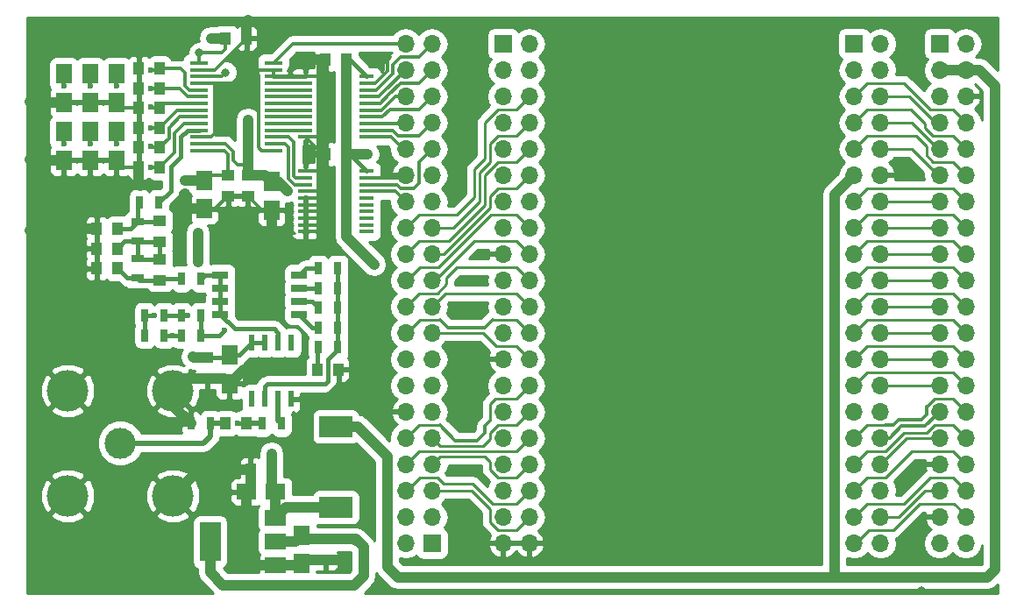
<source format=gbr>
G04 #@! TF.FileFunction,Copper,L1,Top,Signal*
%FSLAX46Y46*%
G04 Gerber Fmt 4.6, Leading zero omitted, Abs format (unit mm)*
G04 Created by KiCad (PCBNEW 4.0.7) date 06/12/18 19:56:12*
%MOMM*%
%LPD*%
G01*
G04 APERTURE LIST*
%ADD10C,0.100000*%
%ADD11R,1.700000X1.700000*%
%ADD12O,1.700000X1.700000*%
%ADD13R,1.500000X1.950000*%
%ADD14C,3.000000*%
%ADD15C,4.000000*%
%ADD16R,1.750000X0.450000*%
%ADD17R,1.450000X0.450000*%
%ADD18R,0.600000X1.550000*%
%ADD19R,1.000000X1.250000*%
%ADD20R,1.250000X1.000000*%
%ADD21R,0.700000X1.300000*%
%ADD22R,1.950000X1.500000*%
%ADD23R,1.300000X0.700000*%
%ADD24R,3.200000X2.000000*%
%ADD25R,2.000000X3.800000*%
%ADD26R,2.000000X1.500000*%
%ADD27R,1.600000X0.760000*%
%ADD28C,0.800000*%
%ADD29C,0.600000*%
%ADD30C,1.000000*%
%ADD31C,0.300000*%
%ADD32C,0.400000*%
%ADD33C,0.250000*%
%ADD34C,0.500000*%
%ADD35C,0.254000*%
G04 APERTURE END LIST*
D10*
D11*
X147828000Y-121412000D03*
D12*
X145288000Y-121412000D03*
X147828000Y-118872000D03*
X145288000Y-118872000D03*
X147828000Y-116332000D03*
X145288000Y-116332000D03*
X147828000Y-113792000D03*
X145288000Y-113792000D03*
X147828000Y-111252000D03*
X145288000Y-111252000D03*
X147828000Y-108712000D03*
X145288000Y-108712000D03*
X147828000Y-106172000D03*
X145288000Y-106172000D03*
X147828000Y-103632000D03*
X145288000Y-103632000D03*
X147828000Y-101092000D03*
X145288000Y-101092000D03*
X147828000Y-98552000D03*
X145288000Y-98552000D03*
X147828000Y-96012000D03*
X145288000Y-96012000D03*
X147828000Y-93472000D03*
X145288000Y-93472000D03*
X147828000Y-90932000D03*
X145288000Y-90932000D03*
X147828000Y-88392000D03*
X145288000Y-88392000D03*
X147828000Y-85852000D03*
X145288000Y-85852000D03*
X147828000Y-83312000D03*
X145288000Y-83312000D03*
X147828000Y-80772000D03*
X145288000Y-80772000D03*
X147828000Y-78232000D03*
X145288000Y-78232000D03*
X147828000Y-75692000D03*
X145288000Y-75692000D03*
X147828000Y-73152000D03*
X145288000Y-73152000D03*
D13*
X112268000Y-76095000D03*
X112268000Y-78845000D03*
D14*
X117729000Y-111760000D03*
D15*
X122809000Y-116840000D03*
X112649000Y-116840000D03*
X112649000Y-106680000D03*
X122809000Y-106680000D03*
D11*
X196850000Y-73152000D03*
D12*
X199390000Y-73152000D03*
X196850000Y-75692000D03*
X199390000Y-75692000D03*
X196850000Y-78232000D03*
X199390000Y-78232000D03*
X196850000Y-80772000D03*
X199390000Y-80772000D03*
X196850000Y-83312000D03*
X199390000Y-83312000D03*
X196850000Y-85852000D03*
X199390000Y-85852000D03*
X196850000Y-88392000D03*
X199390000Y-88392000D03*
X196850000Y-90932000D03*
X199390000Y-90932000D03*
X196850000Y-93472000D03*
X199390000Y-93472000D03*
X196850000Y-96012000D03*
X199390000Y-96012000D03*
X196850000Y-98552000D03*
X199390000Y-98552000D03*
X196850000Y-101092000D03*
X199390000Y-101092000D03*
X196850000Y-103632000D03*
X199390000Y-103632000D03*
X196850000Y-106172000D03*
X199390000Y-106172000D03*
X196850000Y-108712000D03*
X199390000Y-108712000D03*
X196850000Y-111252000D03*
X199390000Y-111252000D03*
X196850000Y-113792000D03*
X199390000Y-113792000D03*
X196850000Y-116332000D03*
X199390000Y-116332000D03*
X196850000Y-118872000D03*
X199390000Y-118872000D03*
X196850000Y-121412000D03*
X199390000Y-121412000D03*
D11*
X154686000Y-73152000D03*
D12*
X157226000Y-73152000D03*
X154686000Y-75692000D03*
X157226000Y-75692000D03*
X154686000Y-78232000D03*
X157226000Y-78232000D03*
X154686000Y-80772000D03*
X157226000Y-80772000D03*
X154686000Y-83312000D03*
X157226000Y-83312000D03*
X154686000Y-85852000D03*
X157226000Y-85852000D03*
X154686000Y-88392000D03*
X157226000Y-88392000D03*
X154686000Y-90932000D03*
X157226000Y-90932000D03*
X154686000Y-93472000D03*
X157226000Y-93472000D03*
X154686000Y-96012000D03*
X157226000Y-96012000D03*
X154686000Y-98552000D03*
X157226000Y-98552000D03*
X154686000Y-101092000D03*
X157226000Y-101092000D03*
X154686000Y-103632000D03*
X157226000Y-103632000D03*
X154686000Y-106172000D03*
X157226000Y-106172000D03*
X154686000Y-108712000D03*
X157226000Y-108712000D03*
X154686000Y-111252000D03*
X157226000Y-111252000D03*
X154686000Y-113792000D03*
X157226000Y-113792000D03*
X154686000Y-116332000D03*
X157226000Y-116332000D03*
X154686000Y-118872000D03*
X157226000Y-118872000D03*
X154686000Y-121412000D03*
X157226000Y-121412000D03*
D16*
X132505000Y-83473000D03*
X132505000Y-82823000D03*
X132505000Y-82173000D03*
X132505000Y-81523000D03*
X132505000Y-80873000D03*
X132505000Y-80223000D03*
X132505000Y-79573000D03*
X132505000Y-78923000D03*
X132505000Y-78273000D03*
X132505000Y-77623000D03*
X132505000Y-76973000D03*
X132505000Y-76323000D03*
X132505000Y-75673000D03*
X132505000Y-75023000D03*
X125305000Y-75023000D03*
X125305000Y-75673000D03*
X125305000Y-76323000D03*
X125305000Y-76973000D03*
X125305000Y-77623000D03*
X125305000Y-78273000D03*
X125305000Y-78923000D03*
X125305000Y-79573000D03*
X125305000Y-80223000D03*
X125305000Y-80873000D03*
X125305000Y-81523000D03*
X125305000Y-82173000D03*
X125305000Y-82823000D03*
X125305000Y-83473000D03*
D17*
X135607000Y-76323000D03*
X135607000Y-76973000D03*
X135607000Y-77623000D03*
X135607000Y-78273000D03*
X135607000Y-78923000D03*
X135607000Y-79573000D03*
X135607000Y-80223000D03*
X135607000Y-80873000D03*
X135607000Y-81523000D03*
X135607000Y-82173000D03*
X141507000Y-82173000D03*
X141507000Y-81523000D03*
X141507000Y-80873000D03*
X141507000Y-80223000D03*
X141507000Y-79573000D03*
X141507000Y-78923000D03*
X141507000Y-78273000D03*
X141507000Y-77623000D03*
X141507000Y-76973000D03*
X141507000Y-76323000D03*
X135607000Y-85467000D03*
X135607000Y-86117000D03*
X135607000Y-86767000D03*
X135607000Y-87417000D03*
X135607000Y-88067000D03*
X135607000Y-88717000D03*
X135607000Y-89367000D03*
X135607000Y-90017000D03*
X135607000Y-90667000D03*
X135607000Y-91317000D03*
X141507000Y-91317000D03*
X141507000Y-90667000D03*
X141507000Y-90017000D03*
X141507000Y-89367000D03*
X141507000Y-88717000D03*
X141507000Y-88067000D03*
X141507000Y-87417000D03*
X141507000Y-86767000D03*
X141507000Y-86117000D03*
X141507000Y-85467000D03*
D18*
X130429000Y-107475000D03*
X131699000Y-107475000D03*
X132969000Y-107475000D03*
X134239000Y-107475000D03*
X134239000Y-102075000D03*
X132969000Y-102075000D03*
X131699000Y-102075000D03*
X130429000Y-102075000D03*
D19*
X121523000Y-79375000D03*
X119523000Y-79375000D03*
X127905000Y-72644000D03*
X129905000Y-72644000D03*
D20*
X130048000Y-85868000D03*
X130048000Y-87868000D03*
D19*
X121523000Y-77470000D03*
X119523000Y-77470000D03*
D13*
X132334000Y-86509000D03*
X132334000Y-89259000D03*
X114808000Y-76095000D03*
X114808000Y-78845000D03*
D19*
X139557000Y-74676000D03*
X137557000Y-74676000D03*
X121523000Y-85090000D03*
X119523000Y-85090000D03*
X139557000Y-83820000D03*
X137557000Y-83820000D03*
D13*
X112268000Y-81683000D03*
X112268000Y-84433000D03*
D20*
X128143000Y-85868000D03*
X128143000Y-87868000D03*
D13*
X125857000Y-86382000D03*
X125857000Y-89132000D03*
D19*
X121523000Y-81280000D03*
X119523000Y-81280000D03*
D13*
X117348000Y-81683000D03*
X117348000Y-84433000D03*
D19*
X121523000Y-75565000D03*
X119523000Y-75565000D03*
D13*
X117348000Y-76095000D03*
X117348000Y-78845000D03*
D20*
X126111000Y-103521000D03*
X126111000Y-105521000D03*
D13*
X128270000Y-103273000D03*
X128270000Y-106023000D03*
D19*
X129905000Y-109855000D03*
X127905000Y-109855000D03*
X136795000Y-104648000D03*
X138795000Y-104648000D03*
X121523000Y-83185000D03*
X119523000Y-83185000D03*
D13*
X114808000Y-81683000D03*
X114808000Y-84433000D03*
D21*
X125537000Y-101346000D03*
X123637000Y-101346000D03*
X123637000Y-99441000D03*
X125537000Y-99441000D03*
X136845000Y-102489000D03*
X138745000Y-102489000D03*
X138745000Y-100584000D03*
X136845000Y-100584000D03*
X120081000Y-101346000D03*
X121981000Y-101346000D03*
X121981000Y-99441000D03*
X120081000Y-99441000D03*
D11*
X188595000Y-73152000D03*
D12*
X191135000Y-73152000D03*
X188595000Y-75692000D03*
X191135000Y-75692000D03*
X188595000Y-78232000D03*
X191135000Y-78232000D03*
X188595000Y-80772000D03*
X191135000Y-80772000D03*
X188595000Y-83312000D03*
X191135000Y-83312000D03*
X188595000Y-85852000D03*
X191135000Y-85852000D03*
X188595000Y-88392000D03*
X191135000Y-88392000D03*
X188595000Y-90932000D03*
X191135000Y-90932000D03*
X188595000Y-93472000D03*
X191135000Y-93472000D03*
X188595000Y-96012000D03*
X191135000Y-96012000D03*
X188595000Y-98552000D03*
X191135000Y-98552000D03*
X188595000Y-101092000D03*
X191135000Y-101092000D03*
X188595000Y-103632000D03*
X191135000Y-103632000D03*
X188595000Y-106172000D03*
X191135000Y-106172000D03*
X188595000Y-108712000D03*
X191135000Y-108712000D03*
X188595000Y-111252000D03*
X191135000Y-111252000D03*
X188595000Y-113792000D03*
X191135000Y-113792000D03*
X188595000Y-116332000D03*
X191135000Y-116332000D03*
X188595000Y-118872000D03*
X191135000Y-118872000D03*
X188595000Y-121412000D03*
X191135000Y-121412000D03*
D19*
X117459000Y-94869000D03*
X115459000Y-94869000D03*
D20*
X121539000Y-95996000D03*
X121539000Y-93996000D03*
D19*
X117459000Y-92964000D03*
X115459000Y-92964000D03*
D20*
X121539000Y-92313000D03*
X121539000Y-90313000D03*
D19*
X117459000Y-91059000D03*
X115459000Y-91059000D03*
D22*
X132693000Y-116459000D03*
X129943000Y-116459000D03*
D19*
X132318000Y-114300000D03*
X130318000Y-114300000D03*
D13*
X135255000Y-120672000D03*
X135255000Y-123422000D03*
D20*
X137541000Y-121047000D03*
X137541000Y-123047000D03*
D23*
X119380000Y-93919000D03*
X119380000Y-95819000D03*
X119380000Y-90363000D03*
X119380000Y-92263000D03*
D24*
X138557000Y-117946000D03*
X138557000Y-110146000D03*
D21*
X124526000Y-109855000D03*
X126426000Y-109855000D03*
X131384000Y-109855000D03*
X133284000Y-109855000D03*
X125537000Y-95885000D03*
X123637000Y-95885000D03*
X119573000Y-88519000D03*
X121473000Y-88519000D03*
D25*
X126390000Y-121285000D03*
D26*
X132690000Y-121285000D03*
X132690000Y-118985000D03*
X132690000Y-123585000D03*
D21*
X138745000Y-98679000D03*
X136845000Y-98679000D03*
X138745000Y-96774000D03*
X136845000Y-96774000D03*
X138745000Y-94869000D03*
X136845000Y-94869000D03*
D27*
X135001000Y-99314000D03*
X127381000Y-95504000D03*
X135001000Y-98044000D03*
X127381000Y-96774000D03*
X135001000Y-96774000D03*
X127381000Y-98044000D03*
X135001000Y-95504000D03*
X127381000Y-99314000D03*
D28*
X142621000Y-125984000D03*
X195072000Y-125984000D03*
X151638000Y-114300000D03*
X151130000Y-98552000D03*
X151130000Y-96012000D03*
X123952000Y-87630000D03*
X143510000Y-74422000D03*
X119634000Y-86868000D03*
X137160000Y-92964000D03*
X132334000Y-92964000D03*
X135636000Y-107442000D03*
X135128000Y-104648000D03*
X139446000Y-122936000D03*
X108966000Y-91186000D03*
X135890000Y-74676000D03*
X130048000Y-70866000D03*
X108966000Y-78740000D03*
X108966000Y-84328000D03*
X125222000Y-94234000D03*
X125222000Y-91440000D03*
X125349000Y-74041000D03*
X127889000Y-75946000D03*
X126492000Y-72644000D03*
X130048000Y-80518000D03*
X133858000Y-87376000D03*
X124714000Y-103378000D03*
X132334000Y-112776000D03*
X123952000Y-86360000D03*
X141605000Y-83820000D03*
X140462000Y-121158000D03*
X142240000Y-94488000D03*
D29*
X122809000Y-101346000D03*
X120650000Y-81280000D03*
X117348000Y-82804000D03*
X124206000Y-99441000D03*
X120650000Y-75692000D03*
X117348000Y-77216000D03*
D28*
X149860000Y-124714000D03*
D29*
X120650000Y-79248000D03*
X112268000Y-77216000D03*
X120650000Y-77470000D03*
X114808000Y-77216000D03*
X121031000Y-99441000D03*
X112268000Y-82804000D03*
X120650000Y-85090000D03*
X120650000Y-83058000D03*
X114808000Y-82804000D03*
X129032000Y-109855000D03*
X127762000Y-100838000D03*
D30*
X123952000Y-87630000D02*
X123952000Y-88646000D01*
X123952000Y-88646000D02*
X124438000Y-89132000D01*
X124438000Y-89132000D02*
X125857000Y-89132000D01*
D31*
X125305000Y-75673000D02*
X126876000Y-75673000D01*
X126876000Y-75673000D02*
X128889000Y-73660000D01*
X126873000Y-76962000D02*
X131064000Y-76962000D01*
X131064000Y-79756000D02*
X131064000Y-76962000D01*
X132505000Y-83473000D02*
X131352000Y-83473000D01*
X131064000Y-82550000D02*
X131064000Y-83185000D01*
X131064000Y-83185000D02*
X131352000Y-83473000D01*
X131064000Y-82550000D02*
X131064000Y-79756000D01*
X131064000Y-76962000D02*
X131064000Y-76200000D01*
X131064000Y-76200000D02*
X130537000Y-75673000D01*
X128889000Y-73660000D02*
X129905000Y-72644000D01*
X126873000Y-75673000D02*
X126873000Y-75692000D01*
X126873000Y-75692000D02*
X126873000Y-75673000D01*
X126492000Y-82173000D02*
X126492000Y-82169000D01*
X126873000Y-81788000D02*
X126873000Y-79629000D01*
X126492000Y-82169000D02*
X126873000Y-81788000D01*
X126873000Y-79629000D02*
X126873000Y-76973000D01*
X126873000Y-76973000D02*
X126873000Y-76962000D01*
X126873000Y-76962000D02*
X126873000Y-76973000D01*
X141507000Y-76973000D02*
X142356000Y-76973000D01*
X143510000Y-75819000D02*
X143510000Y-74422000D01*
X142356000Y-76973000D02*
X143510000Y-75819000D01*
X141507000Y-86117000D02*
X145023000Y-86117000D01*
X145023000Y-86117000D02*
X145288000Y-85852000D01*
D30*
X119523000Y-85090000D02*
X119523000Y-86757000D01*
X119523000Y-86757000D02*
X119634000Y-86868000D01*
X137557000Y-83820000D02*
X137160000Y-83423000D01*
X137160000Y-83423000D02*
X137160000Y-75073000D01*
X137160000Y-75073000D02*
X137557000Y-74676000D01*
X137160000Y-85852000D02*
X137160000Y-84217000D01*
X137160000Y-84217000D02*
X137557000Y-83820000D01*
X137160000Y-85852000D02*
X137160000Y-92964000D01*
X132334000Y-89259000D02*
X132334000Y-92964000D01*
X128270000Y-106023000D02*
X129645000Y-104648000D01*
X129645000Y-104648000D02*
X135128000Y-104648000D01*
X135636000Y-107442000D02*
X135636000Y-107475000D01*
X135636000Y-107475000D02*
X135636000Y-107442000D01*
X135636000Y-107442000D02*
X135636000Y-107475000D01*
X126111000Y-105521000D02*
X127768000Y-105521000D01*
X127768000Y-105521000D02*
X128270000Y-106023000D01*
D32*
X134239000Y-107475000D02*
X135636000Y-107475000D01*
X135636000Y-107475000D02*
X137381000Y-107475000D01*
X138795000Y-106061000D02*
X138795000Y-104648000D01*
X137381000Y-107475000D02*
X138795000Y-106061000D01*
D30*
X137541000Y-123047000D02*
X139335000Y-123047000D01*
X139335000Y-123047000D02*
X139446000Y-122936000D01*
X130318000Y-114300000D02*
X125349000Y-114300000D01*
X125349000Y-114300000D02*
X122809000Y-116840000D01*
X124526000Y-109855000D02*
X122809000Y-108138000D01*
X122809000Y-108138000D02*
X122809000Y-106680000D01*
X126111000Y-105521000D02*
X123968000Y-105521000D01*
X123968000Y-105521000D02*
X122809000Y-106680000D01*
X115459000Y-91059000D02*
X109093000Y-91059000D01*
X109093000Y-91059000D02*
X108966000Y-91186000D01*
D32*
X132505000Y-76323000D02*
X135607000Y-76323000D01*
D30*
X137557000Y-74676000D02*
X135890000Y-74676000D01*
X129905000Y-72644000D02*
X129905000Y-71009000D01*
X129905000Y-71009000D02*
X130048000Y-70866000D01*
X112268000Y-78845000D02*
X109071000Y-78845000D01*
X109071000Y-78845000D02*
X108966000Y-78740000D01*
X112268000Y-84433000D02*
X109071000Y-84433000D01*
X109071000Y-84433000D02*
X108966000Y-84328000D01*
X129943000Y-116459000D02*
X129943000Y-122704000D01*
X130824000Y-123585000D02*
X132690000Y-123585000D01*
X129943000Y-122704000D02*
X130824000Y-123585000D01*
X130318000Y-114300000D02*
X130318000Y-116084000D01*
X130318000Y-116084000D02*
X129943000Y-116459000D01*
X135255000Y-123422000D02*
X135630000Y-123047000D01*
X135630000Y-123047000D02*
X137541000Y-123047000D01*
X132690000Y-123585000D02*
X135092000Y-123585000D01*
X135092000Y-123585000D02*
X135255000Y-123422000D01*
D32*
X115459000Y-92964000D02*
X115459000Y-94869000D01*
X115459000Y-91059000D02*
X115459000Y-92964000D01*
X127768000Y-105521000D02*
X128270000Y-106023000D01*
D31*
X117348000Y-84433000D02*
X118005000Y-85090000D01*
X118005000Y-85090000D02*
X119523000Y-85090000D01*
X114808000Y-84433000D02*
X117348000Y-84433000D01*
X112268000Y-84433000D02*
X114808000Y-84433000D01*
X117348000Y-78845000D02*
X117878000Y-79375000D01*
X117878000Y-79375000D02*
X119523000Y-79375000D01*
X114808000Y-78845000D02*
X117348000Y-78845000D01*
X112268000Y-78845000D02*
X114808000Y-78845000D01*
X125305000Y-75673000D02*
X126873000Y-75673000D01*
X119523000Y-77470000D02*
X119523000Y-75565000D01*
X119523000Y-79375000D02*
X119523000Y-77470000D01*
X119523000Y-81280000D02*
X119523000Y-79375000D01*
X119523000Y-83185000D02*
X119523000Y-81280000D01*
X119523000Y-85090000D02*
X119523000Y-83185000D01*
X128143000Y-87868000D02*
X130048000Y-87868000D01*
X132334000Y-89259000D02*
X131439000Y-89259000D01*
X131439000Y-89259000D02*
X130048000Y-87868000D01*
X125857000Y-89132000D02*
X126879000Y-89132000D01*
X126879000Y-89132000D02*
X128143000Y-87868000D01*
X125305000Y-82173000D02*
X126492000Y-82173000D01*
X125305000Y-76973000D02*
X126873000Y-76973000D01*
X132505000Y-76323000D02*
X132505000Y-75673000D01*
X132505000Y-75673000D02*
X130537000Y-75673000D01*
X129905000Y-75041000D02*
X129905000Y-72644000D01*
X130537000Y-75673000D02*
X129905000Y-75041000D01*
X135607000Y-76323000D02*
X135910000Y-76323000D01*
X137557000Y-83820000D02*
X137254000Y-83820000D01*
X137254000Y-83820000D02*
X135607000Y-82173000D01*
X135607000Y-76323000D02*
X136902000Y-76323000D01*
X136902000Y-76323000D02*
X137160000Y-76581000D01*
X137160000Y-76581000D02*
X137160000Y-76962000D01*
X136902000Y-82173000D02*
X135607000Y-82173000D01*
X137160000Y-81915000D02*
X136902000Y-82173000D01*
X137160000Y-76962000D02*
X137160000Y-81915000D01*
X135607000Y-85467000D02*
X135910000Y-85467000D01*
X135607000Y-90667000D02*
X137160000Y-90667000D01*
X137160000Y-90667000D02*
X137160000Y-90678000D01*
X135607000Y-90017000D02*
X137160000Y-90017000D01*
X137160000Y-90017000D02*
X137160000Y-90043000D01*
X135607000Y-89367000D02*
X137160000Y-89367000D01*
X137033000Y-89408000D02*
X137160000Y-89408000D01*
X137119000Y-89408000D02*
X137033000Y-89408000D01*
X137160000Y-89367000D02*
X137119000Y-89408000D01*
X135607000Y-88717000D02*
X137160000Y-88717000D01*
X137160000Y-88717000D02*
X137160000Y-88646000D01*
X135607000Y-88067000D02*
X137160000Y-88067000D01*
X137160000Y-88067000D02*
X137160000Y-88138000D01*
X135607000Y-87417000D02*
X137160000Y-87417000D01*
X137160000Y-87417000D02*
X137160000Y-87376000D01*
X135607000Y-85467000D02*
X136775000Y-85467000D01*
X136902000Y-91317000D02*
X135607000Y-91317000D01*
X137160000Y-91059000D02*
X136902000Y-91317000D01*
X137160000Y-85852000D02*
X137160000Y-86106000D01*
X137160000Y-86106000D02*
X137160000Y-87376000D01*
X137160000Y-87376000D02*
X137160000Y-88138000D01*
X137160000Y-88138000D02*
X137160000Y-88646000D01*
X137160000Y-88646000D02*
X137160000Y-89408000D01*
X137160000Y-89408000D02*
X137160000Y-90043000D01*
X137160000Y-90043000D02*
X137160000Y-90678000D01*
X137160000Y-90678000D02*
X137160000Y-91059000D01*
X136775000Y-85467000D02*
X137160000Y-85852000D01*
D30*
X125222000Y-91440000D02*
X125222000Y-94234000D01*
D31*
X125349000Y-74041000D02*
X127508000Y-74041000D01*
X127905000Y-73644000D02*
X127905000Y-72644000D01*
X127508000Y-74041000D02*
X127905000Y-73644000D01*
X125305000Y-76323000D02*
X127512000Y-76323000D01*
X125305000Y-74085000D02*
X125305000Y-75023000D01*
X125349000Y-74041000D02*
X125305000Y-74085000D01*
X127512000Y-76323000D02*
X127889000Y-75946000D01*
D30*
X130048000Y-85868000D02*
X130048000Y-80518000D01*
X126492000Y-72644000D02*
X127905000Y-72644000D01*
X130048000Y-85868000D02*
X131693000Y-85868000D01*
X131693000Y-85868000D02*
X132334000Y-86509000D01*
D31*
X127762000Y-82823000D02*
X127908000Y-82823000D01*
X129540000Y-84836000D02*
X130048000Y-85344000D01*
X129032000Y-84836000D02*
X129540000Y-84836000D01*
X128651000Y-84455000D02*
X129032000Y-84836000D01*
X128651000Y-83566000D02*
X128651000Y-84455000D01*
X127908000Y-82823000D02*
X128651000Y-83566000D01*
D30*
X132334000Y-86509000D02*
X132991000Y-86509000D01*
X132991000Y-86509000D02*
X133858000Y-87376000D01*
X132318000Y-114300000D02*
X132334000Y-114284000D01*
X132334000Y-114284000D02*
X132334000Y-112776000D01*
X124857000Y-103521000D02*
X126111000Y-103521000D01*
X124714000Y-103378000D02*
X124857000Y-103521000D01*
X138557000Y-117946000D02*
X133729000Y-117946000D01*
X133729000Y-117946000D02*
X132690000Y-118985000D01*
X132690000Y-118985000D02*
X132690000Y-116462000D01*
X132690000Y-116462000D02*
X132318000Y-116090000D01*
X132318000Y-116090000D02*
X132318000Y-114300000D01*
D32*
X126111000Y-103521000D02*
X128022000Y-103521000D01*
X128022000Y-103521000D02*
X128270000Y-103273000D01*
X131699000Y-102075000D02*
X130429000Y-102075000D01*
X130429000Y-102075000D02*
X129231000Y-103273000D01*
X129231000Y-103273000D02*
X128270000Y-103273000D01*
D31*
X132334000Y-86509000D02*
X131693000Y-85868000D01*
X125305000Y-82823000D02*
X127762000Y-82823000D01*
X130048000Y-85344000D02*
X130048000Y-85868000D01*
X125305000Y-75023000D02*
X125526000Y-75023000D01*
D30*
X139557000Y-83820000D02*
X141605000Y-83820000D01*
X123952000Y-86360000D02*
X125835000Y-86360000D01*
X125835000Y-86360000D02*
X125857000Y-86382000D01*
X140462000Y-121047000D02*
X140478000Y-121047000D01*
X140462000Y-121158000D02*
X140462000Y-121047000D01*
X140478000Y-121047000D02*
X137541000Y-121047000D01*
X139557000Y-91805000D02*
X142240000Y-94488000D01*
X139557000Y-83820000D02*
X139557000Y-91805000D01*
D32*
X139557000Y-83820000D02*
X139860000Y-83820000D01*
X139860000Y-83820000D02*
X141507000Y-85467000D01*
X139557000Y-74676000D02*
X139860000Y-74676000D01*
X139860000Y-74676000D02*
X141507000Y-76323000D01*
D30*
X139557000Y-74676000D02*
X139557000Y-83820000D01*
X126390000Y-121285000D02*
X126390000Y-124231000D01*
X126390000Y-124231000D02*
X127635000Y-125476000D01*
X127635000Y-125476000D02*
X140335000Y-125476000D01*
X140335000Y-125476000D02*
X141224000Y-124587000D01*
X141224000Y-124587000D02*
X141224000Y-122682000D01*
X141224000Y-122682000D02*
X141224000Y-121793000D01*
X141224000Y-121793000D02*
X140478000Y-121047000D01*
X135255000Y-120672000D02*
X135630000Y-121047000D01*
X135630000Y-121047000D02*
X137541000Y-121047000D01*
X132690000Y-121285000D02*
X134642000Y-121285000D01*
X134642000Y-121285000D02*
X135255000Y-120672000D01*
D31*
X125857000Y-86382000D02*
X126371000Y-85868000D01*
X126371000Y-85868000D02*
X128143000Y-85868000D01*
X125305000Y-83473000D02*
X127796000Y-83473000D01*
X128143000Y-83820000D02*
X128143000Y-85868000D01*
X127796000Y-83473000D02*
X128143000Y-83820000D01*
X141507000Y-76323000D02*
X141204000Y-76323000D01*
D32*
X122809000Y-101346000D02*
X121981000Y-101346000D01*
X123637000Y-101346000D02*
X122809000Y-101346000D01*
D31*
X117348000Y-81683000D02*
X117348000Y-82804000D01*
X120650000Y-81280000D02*
X121523000Y-81280000D01*
X125305000Y-79573000D02*
X123230000Y-79573000D01*
X123230000Y-79573000D02*
X121523000Y-81280000D01*
D32*
X121981000Y-99441000D02*
X123637000Y-99441000D01*
X123637000Y-99441000D02*
X124206000Y-99441000D01*
D31*
X117348000Y-76095000D02*
X117348000Y-77216000D01*
X120650000Y-75692000D02*
X121396000Y-75692000D01*
X121396000Y-75692000D02*
X121523000Y-75565000D01*
X121523000Y-75565000D02*
X123571000Y-75565000D01*
X124359000Y-77623000D02*
X125305000Y-77623000D01*
X123952000Y-77216000D02*
X124359000Y-77623000D01*
X123952000Y-75946000D02*
X123952000Y-77216000D01*
X123571000Y-75565000D02*
X123952000Y-75946000D01*
X121396000Y-75438000D02*
X121523000Y-75565000D01*
D32*
X122585500Y-87406500D02*
X122585500Y-85059500D01*
X122585500Y-85059500D02*
X123571000Y-84074000D01*
X125305000Y-81523000D02*
X124217000Y-81523000D01*
X123571000Y-82169000D02*
X123571000Y-84074000D01*
X124217000Y-81523000D02*
X123571000Y-82169000D01*
X122585500Y-87406500D02*
X121473000Y-88519000D01*
D33*
X199390000Y-118872000D02*
X199390000Y-118745000D01*
X199390000Y-118745000D02*
X198247000Y-117602000D01*
X194945000Y-117602000D02*
X192405000Y-120142000D01*
X198247000Y-117602000D02*
X194945000Y-117602000D01*
X188595000Y-121412000D02*
X188722000Y-121412000D01*
X188722000Y-121412000D02*
X189992000Y-120142000D01*
X189992000Y-120142000D02*
X192405000Y-120142000D01*
X196850000Y-116332000D02*
X195453000Y-116332000D01*
X195453000Y-116332000D02*
X192913000Y-118872000D01*
X191135000Y-118872000D02*
X192913000Y-118872000D01*
X196342000Y-116332000D02*
X196850000Y-116332000D01*
X188595000Y-118872000D02*
X189865000Y-117602000D01*
X198120000Y-115062000D02*
X199390000Y-116332000D01*
X195961000Y-115062000D02*
X198120000Y-115062000D01*
X193421000Y-117602000D02*
X195961000Y-115062000D01*
X189865000Y-117602000D02*
X193421000Y-117602000D01*
X188595000Y-118872000D02*
X188722000Y-118872000D01*
X191135000Y-113792000D02*
X193675000Y-111252000D01*
X193675000Y-111252000D02*
X196850000Y-111252000D01*
X199390000Y-113792000D02*
X198120000Y-112522000D01*
X194183000Y-112522000D02*
X191643000Y-115062000D01*
X198120000Y-112522000D02*
X194183000Y-112522000D01*
X188595000Y-116332000D02*
X189865000Y-115062000D01*
X189865000Y-115062000D02*
X191643000Y-115062000D01*
D30*
X188595000Y-85852000D02*
X186690000Y-87757000D01*
X186690000Y-87757000D02*
X186690000Y-124714000D01*
X199390000Y-75692000D02*
X196850000Y-75692000D01*
X138557000Y-110146000D02*
X140626000Y-110146000D01*
X200660000Y-75692000D02*
X199390000Y-75692000D01*
X202184000Y-77216000D02*
X200660000Y-75692000D01*
X202184000Y-123952000D02*
X202184000Y-77216000D01*
X201422000Y-124714000D02*
X202184000Y-123952000D01*
X144526000Y-124714000D02*
X149860000Y-124714000D01*
X149860000Y-124714000D02*
X186690000Y-124714000D01*
X186690000Y-124714000D02*
X201422000Y-124714000D01*
X143510000Y-123698000D02*
X144526000Y-124714000D01*
X143510000Y-113030000D02*
X143510000Y-123698000D01*
X140626000Y-110146000D02*
X143510000Y-113030000D01*
D31*
X191135000Y-111252000D02*
X192024000Y-111252000D01*
X195453000Y-110109000D02*
X196850000Y-108712000D01*
X193167000Y-110109000D02*
X195453000Y-110109000D01*
X192024000Y-111252000D02*
X193167000Y-110109000D01*
D33*
X192405000Y-111760000D02*
X193421000Y-110744000D01*
X195580000Y-110744000D02*
X196342000Y-109982000D01*
X193421000Y-110744000D02*
X195580000Y-110744000D01*
X199390000Y-111252000D02*
X198120000Y-109982000D01*
X198120000Y-109982000D02*
X196342000Y-109982000D01*
X189865000Y-112522000D02*
X188595000Y-113792000D01*
X191643000Y-112522000D02*
X189865000Y-112522000D01*
X192405000Y-111760000D02*
X191643000Y-112522000D01*
X191135000Y-106172000D02*
X196850000Y-106172000D01*
D31*
X191643000Y-109982000D02*
X192405000Y-109982000D01*
X195580000Y-108966000D02*
X195580000Y-108204000D01*
X195072000Y-109474000D02*
X195580000Y-108966000D01*
X192913000Y-109474000D02*
X195072000Y-109474000D01*
X192405000Y-109982000D02*
X192913000Y-109474000D01*
D33*
X195580000Y-108204000D02*
X196342000Y-107442000D01*
X198120000Y-107442000D02*
X196342000Y-107442000D01*
X199390000Y-108712000D02*
X198120000Y-107442000D01*
X189865000Y-109982000D02*
X188595000Y-111252000D01*
X191643000Y-109982000D02*
X189865000Y-109982000D01*
X191135000Y-103632000D02*
X196850000Y-103632000D01*
X188595000Y-106172000D02*
X189865000Y-104902000D01*
X198120000Y-104902000D02*
X199390000Y-106172000D01*
X189865000Y-104902000D02*
X198120000Y-104902000D01*
X191135000Y-101092000D02*
X196850000Y-101092000D01*
X188595000Y-103632000D02*
X189865000Y-102362000D01*
X198120000Y-102362000D02*
X199390000Y-103632000D01*
X189865000Y-102362000D02*
X198120000Y-102362000D01*
X191135000Y-98552000D02*
X196850000Y-98552000D01*
X188595000Y-101092000D02*
X189865000Y-99822000D01*
X198120000Y-99822000D02*
X199390000Y-101092000D01*
X189865000Y-99822000D02*
X198120000Y-99822000D01*
X191135000Y-96012000D02*
X196850000Y-96012000D01*
X188595000Y-98552000D02*
X189865000Y-97282000D01*
X198120000Y-97282000D02*
X199390000Y-98552000D01*
X189865000Y-97282000D02*
X198120000Y-97282000D01*
X191135000Y-93472000D02*
X196850000Y-93472000D01*
X188595000Y-96012000D02*
X189865000Y-94742000D01*
X198120000Y-94742000D02*
X199390000Y-96012000D01*
X189865000Y-94742000D02*
X198120000Y-94742000D01*
X191135000Y-90932000D02*
X196850000Y-90932000D01*
X188595000Y-93472000D02*
X189865000Y-92202000D01*
X198120000Y-92202000D02*
X199390000Y-93472000D01*
X189865000Y-92202000D02*
X198120000Y-92202000D01*
X191135000Y-88392000D02*
X196850000Y-88392000D01*
X188595000Y-90932000D02*
X189865000Y-89662000D01*
X198120000Y-89662000D02*
X199390000Y-90932000D01*
X189865000Y-89662000D02*
X198120000Y-89662000D01*
X191135000Y-83312000D02*
X194183000Y-83312000D01*
X194183000Y-83312000D02*
X196723000Y-85852000D01*
X196723000Y-85852000D02*
X196850000Y-85852000D01*
X188595000Y-88392000D02*
X189865000Y-87122000D01*
X198120000Y-87122000D02*
X199390000Y-88392000D01*
X189865000Y-87122000D02*
X198120000Y-87122000D01*
X191135000Y-80772000D02*
X194183000Y-80772000D01*
X194183000Y-80772000D02*
X196723000Y-83312000D01*
X196723000Y-83312000D02*
X196850000Y-83312000D01*
X188595000Y-83312000D02*
X189865000Y-82042000D01*
X198120000Y-84582000D02*
X199390000Y-85852000D01*
X196215000Y-84582000D02*
X198120000Y-84582000D01*
X195580000Y-83947000D02*
X196215000Y-84582000D01*
X195580000Y-83058000D02*
X195580000Y-83947000D01*
X194564000Y-82042000D02*
X195580000Y-83058000D01*
X189865000Y-82042000D02*
X194564000Y-82042000D01*
X191135000Y-78232000D02*
X193929000Y-78232000D01*
X193929000Y-78232000D02*
X196469000Y-80772000D01*
X196469000Y-80772000D02*
X196850000Y-80772000D01*
X194310000Y-79756000D02*
X194056000Y-79502000D01*
X194056000Y-79502000D02*
X193421000Y-79502000D01*
X195453000Y-80899000D02*
X194310000Y-79756000D01*
X188595000Y-80772000D02*
X189865000Y-79502000D01*
X189865000Y-79502000D02*
X193421000Y-79502000D01*
X198120000Y-82042000D02*
X199390000Y-83312000D01*
X196215000Y-82042000D02*
X198120000Y-82042000D01*
X195453000Y-81280000D02*
X196215000Y-82042000D01*
X195453000Y-80899000D02*
X195453000Y-81280000D01*
X188595000Y-78232000D02*
X189865000Y-76962000D01*
X198120000Y-79502000D02*
X199390000Y-80772000D01*
X195961000Y-79502000D02*
X198120000Y-79502000D01*
X193421000Y-76962000D02*
X195961000Y-79502000D01*
X189865000Y-76962000D02*
X193421000Y-76962000D01*
D31*
X141507000Y-87417000D02*
X144313000Y-87417000D01*
X144313000Y-87417000D02*
X145288000Y-88392000D01*
X147828000Y-83312000D02*
X146558000Y-84582000D01*
X144425000Y-86767000D02*
X141507000Y-86767000D01*
X144780000Y-87122000D02*
X144425000Y-86767000D01*
X146050000Y-87122000D02*
X144780000Y-87122000D01*
X146558000Y-86614000D02*
X146050000Y-87122000D01*
X146558000Y-84582000D02*
X146558000Y-86614000D01*
X141507000Y-82173000D02*
X143895000Y-82173000D01*
X143895000Y-82173000D02*
X145034000Y-83312000D01*
X145034000Y-83312000D02*
X145288000Y-83312000D01*
X141507000Y-81523000D02*
X144007000Y-81523000D01*
X146558000Y-82042000D02*
X147828000Y-80772000D01*
X144526000Y-82042000D02*
X146558000Y-82042000D01*
X144007000Y-81523000D02*
X144526000Y-82042000D01*
X141507000Y-80873000D02*
X145187000Y-80873000D01*
X145187000Y-80873000D02*
X145288000Y-80772000D01*
X141507000Y-80223000D02*
X143043000Y-80223000D01*
X146558000Y-79502000D02*
X147828000Y-78232000D01*
X143764000Y-79502000D02*
X146558000Y-79502000D01*
X143043000Y-80223000D02*
X143764000Y-79502000D01*
X141507000Y-79573000D02*
X142931000Y-79573000D01*
X144272000Y-78232000D02*
X145288000Y-78232000D01*
X142931000Y-79573000D02*
X144272000Y-78232000D01*
X143629002Y-78105000D02*
X144772002Y-76962000D01*
X144772002Y-76962000D02*
X144907000Y-76962000D01*
X141507000Y-78923000D02*
X142819000Y-78923000D01*
X143629002Y-78112998D02*
X143629002Y-78105000D01*
X142819000Y-78923000D02*
X143629002Y-78112998D01*
X146558000Y-76962000D02*
X147828000Y-75692000D01*
X144907000Y-76962000D02*
X146558000Y-76962000D01*
X143129000Y-77851000D02*
X145288000Y-75692000D01*
X144907000Y-75692000D02*
X145288000Y-75692000D01*
X141507000Y-78273000D02*
X142707000Y-78273000D01*
X142707000Y-78273000D02*
X143129000Y-77851000D01*
X142621000Y-77470000D02*
X144018000Y-76073000D01*
X144018000Y-76073000D02*
X144018000Y-75819000D01*
X144018000Y-75184000D02*
X144780000Y-74422000D01*
X144018000Y-75819000D02*
X144018000Y-75184000D01*
X141507000Y-77623000D02*
X142468000Y-77623000D01*
X146558000Y-74422000D02*
X147828000Y-73152000D01*
X144780000Y-74422000D02*
X146558000Y-74422000D01*
X142468000Y-77623000D02*
X142621000Y-77470000D01*
X145288000Y-73152000D02*
X134376000Y-73152000D01*
X134376000Y-73152000D02*
X132505000Y-75023000D01*
D33*
X150114000Y-89662000D02*
X150241000Y-89662000D01*
X150241000Y-89662000D02*
X151892000Y-88011000D01*
X145288000Y-90932000D02*
X146558000Y-89662000D01*
X146558000Y-89662000D02*
X150114000Y-89662000D01*
X152908000Y-80772000D02*
X154178000Y-79502000D01*
X152908000Y-84258998D02*
X152908000Y-80772000D01*
X151892000Y-85274998D02*
X152908000Y-84258998D01*
X151892000Y-88011000D02*
X151892000Y-85274998D01*
X155956000Y-79502000D02*
X157226000Y-78232000D01*
X154178000Y-79502000D02*
X155956000Y-79502000D01*
X150368000Y-90424000D02*
X152400000Y-88392000D01*
X147828000Y-90932000D02*
X149860000Y-90932000D01*
X153416000Y-82804000D02*
X154178000Y-82042000D01*
X153416000Y-84582000D02*
X153416000Y-82804000D01*
X152400000Y-85598000D02*
X153416000Y-84582000D01*
X152400000Y-88392000D02*
X152400000Y-85598000D01*
X149860000Y-90932000D02*
X150368000Y-90424000D01*
X155956000Y-82042000D02*
X157226000Y-80772000D01*
X154178000Y-82042000D02*
X155956000Y-82042000D01*
X150633004Y-91047996D02*
X152908000Y-88773000D01*
X152908000Y-85852000D02*
X154178000Y-84582000D01*
X152908000Y-88773000D02*
X152908000Y-85852000D01*
X145288000Y-93472000D02*
X146558000Y-92202000D01*
X155956000Y-84582000D02*
X157226000Y-83312000D01*
X154178000Y-84582000D02*
X155956000Y-84582000D01*
X149479000Y-92202000D02*
X150633004Y-91047996D01*
X146558000Y-92202000D02*
X149479000Y-92202000D01*
X150812500Y-91630500D02*
X153416000Y-89027000D01*
X153416000Y-87884000D02*
X154178000Y-87122000D01*
X153416000Y-89027000D02*
X153416000Y-87884000D01*
X147828000Y-93472000D02*
X148971000Y-93472000D01*
X155956000Y-87122000D02*
X157226000Y-85852000D01*
X154178000Y-87122000D02*
X155956000Y-87122000D01*
X148971000Y-93472000D02*
X150812500Y-91630500D01*
X151003000Y-92202000D02*
X153543000Y-89662000D01*
X155956000Y-89662000D02*
X157226000Y-90932000D01*
X153543000Y-89662000D02*
X155956000Y-89662000D01*
X145288000Y-96012000D02*
X145415000Y-96012000D01*
X145415000Y-96012000D02*
X146685000Y-94742000D01*
X146685000Y-94742000D02*
X148463000Y-94742000D01*
X148463000Y-94742000D02*
X151003000Y-92202000D01*
X149352000Y-94742000D02*
X151892000Y-92202000D01*
X155956000Y-92202000D02*
X157226000Y-93472000D01*
X151892000Y-92202000D02*
X155956000Y-92202000D01*
X147828000Y-96012000D02*
X148082000Y-96012000D01*
X148082000Y-96012000D02*
X149352000Y-94742000D01*
X157226000Y-96012000D02*
X155956000Y-94742000D01*
X149225000Y-96393000D02*
X148336000Y-97282000D01*
X149225000Y-95758000D02*
X149225000Y-96393000D01*
X150241000Y-94742000D02*
X149225000Y-95758000D01*
X155956000Y-94742000D02*
X150241000Y-94742000D01*
X145288000Y-98552000D02*
X146558000Y-97282000D01*
X146558000Y-97282000D02*
X148336000Y-97282000D01*
X147828000Y-98552000D02*
X149098000Y-97282000D01*
X155956000Y-97282000D02*
X157226000Y-98552000D01*
X149098000Y-97282000D02*
X155956000Y-97282000D01*
D31*
X148590000Y-99822000D02*
X149098000Y-100330000D01*
X152908000Y-100584000D02*
X153670000Y-99822000D01*
X149352000Y-100584000D02*
X152908000Y-100584000D01*
X149098000Y-100330000D02*
X149352000Y-100584000D01*
D33*
X153670000Y-99822000D02*
X155829000Y-99822000D01*
X155956000Y-99822000D02*
X157226000Y-101092000D01*
X155829000Y-99822000D02*
X155956000Y-99822000D01*
X146685000Y-99822000D02*
X148590000Y-99822000D01*
X145415000Y-101092000D02*
X146685000Y-99822000D01*
X145288000Y-101092000D02*
X145415000Y-101092000D01*
X147828000Y-101092000D02*
X152781000Y-101092000D01*
X155956000Y-102362000D02*
X157226000Y-103632000D01*
X154051000Y-102362000D02*
X155956000Y-102362000D01*
X152781000Y-101092000D02*
X154051000Y-102362000D01*
D31*
X148590000Y-109982000D02*
X148590000Y-110014998D01*
X152908000Y-110109000D02*
X153416000Y-109601000D01*
X152908000Y-110776998D02*
X152908000Y-110109000D01*
X152178998Y-111506000D02*
X152908000Y-110776998D01*
X150081002Y-111506000D02*
X152178998Y-111506000D01*
X148590000Y-110014998D02*
X150081002Y-111506000D01*
D33*
X145288000Y-111252000D02*
X146558000Y-109982000D01*
X155956000Y-107442000D02*
X157226000Y-106172000D01*
X153924000Y-107442000D02*
X155956000Y-107442000D01*
X153416000Y-107950000D02*
X153924000Y-107442000D01*
X153416000Y-109601000D02*
X153416000Y-107950000D01*
X146558000Y-109982000D02*
X148590000Y-109982000D01*
X147828000Y-111252000D02*
X148590000Y-112014000D01*
X153416000Y-110744000D02*
X154178000Y-109982000D01*
X153416000Y-111379000D02*
X153416000Y-110744000D01*
X152781000Y-112014000D02*
X153416000Y-111379000D01*
X148590000Y-112014000D02*
X152781000Y-112014000D01*
X147828000Y-111252000D02*
X148209000Y-111252000D01*
X154178000Y-109982000D02*
X155956000Y-109982000D01*
X155956000Y-109982000D02*
X157226000Y-108712000D01*
X145288000Y-113792000D02*
X146558000Y-112522000D01*
X155956000Y-112522000D02*
X157226000Y-111252000D01*
X146558000Y-112522000D02*
X155956000Y-112522000D01*
X154178000Y-115062000D02*
X153416000Y-114300000D01*
X147828000Y-113792000D02*
X148590000Y-113030000D01*
X148590000Y-113030000D02*
X152908000Y-113030000D01*
X152908000Y-113030000D02*
X153416000Y-113538000D01*
X153416000Y-113538000D02*
X153416000Y-114300000D01*
X155956000Y-115062000D02*
X157226000Y-113792000D01*
X154178000Y-115062000D02*
X155956000Y-115062000D01*
X151765000Y-115697000D02*
X148971000Y-115697000D01*
X148971000Y-115697000D02*
X148336000Y-115062000D01*
X145288000Y-116332000D02*
X145415000Y-116332000D01*
X145415000Y-116332000D02*
X146685000Y-115062000D01*
X146685000Y-115062000D02*
X148336000Y-115062000D01*
X151765000Y-115697000D02*
X153670000Y-117602000D01*
X153670000Y-117602000D02*
X155956000Y-117602000D01*
X155956000Y-117602000D02*
X157226000Y-116332000D01*
X154178000Y-120142000D02*
X153416000Y-119380000D01*
X149860000Y-116332000D02*
X151638000Y-116332000D01*
X147828000Y-116332000D02*
X149860000Y-116332000D01*
X151638000Y-116332000D02*
X153416000Y-118110000D01*
X153416000Y-118110000D02*
X153416000Y-119380000D01*
X155956000Y-120142000D02*
X157226000Y-118872000D01*
X154178000Y-120142000D02*
X155956000Y-120142000D01*
D31*
X112268000Y-76095000D02*
X112268000Y-77216000D01*
X120777000Y-79375000D02*
X121523000Y-79375000D01*
X120650000Y-79248000D02*
X120777000Y-79375000D01*
X125305000Y-78923000D02*
X121975000Y-78923000D01*
X121975000Y-78923000D02*
X121523000Y-79375000D01*
X114808000Y-76095000D02*
X114808000Y-77216000D01*
X120650000Y-77470000D02*
X121523000Y-77470000D01*
X121523000Y-77470000D02*
X123444000Y-77470000D01*
X124247000Y-78273000D02*
X125305000Y-78273000D01*
X123444000Y-77470000D02*
X124247000Y-78273000D01*
D32*
X120081000Y-99441000D02*
X121031000Y-99441000D01*
X120081000Y-101346000D02*
X120081000Y-99441000D01*
D31*
X112268000Y-81683000D02*
X112268000Y-82804000D01*
X120650000Y-85090000D02*
X121523000Y-85090000D01*
X125305000Y-80873000D02*
X123851000Y-80873000D01*
X122936000Y-83677000D02*
X121523000Y-85090000D01*
X122936000Y-81788000D02*
X122936000Y-83677000D01*
X123851000Y-80873000D02*
X122936000Y-81788000D01*
X114808000Y-81683000D02*
X114808000Y-82804000D01*
X120777000Y-83185000D02*
X121523000Y-83185000D01*
X120650000Y-83058000D02*
X120777000Y-83185000D01*
X125305000Y-80223000D02*
X123485000Y-80223000D01*
X122428000Y-82280000D02*
X121523000Y-83185000D01*
X122428000Y-81280000D02*
X122428000Y-82280000D01*
X123485000Y-80223000D02*
X122428000Y-81280000D01*
X121396000Y-83058000D02*
X121523000Y-83185000D01*
D32*
X125537000Y-101346000D02*
X127254000Y-101346000D01*
X129032000Y-109855000D02*
X129905000Y-109855000D01*
X127254000Y-101346000D02*
X127762000Y-100838000D01*
X125537000Y-101346000D02*
X125537000Y-99441000D01*
D34*
X129905000Y-109855000D02*
X131384000Y-109855000D01*
X126426000Y-109855000D02*
X127905000Y-109855000D01*
X117729000Y-111760000D02*
X125730000Y-111760000D01*
X126426000Y-111064000D02*
X126426000Y-109855000D01*
X125730000Y-111760000D02*
X126426000Y-111064000D01*
D32*
X136795000Y-104648000D02*
X136795000Y-102539000D01*
X136795000Y-102539000D02*
X136845000Y-102489000D01*
X123637000Y-95885000D02*
X121650000Y-95885000D01*
X121650000Y-95885000D02*
X121539000Y-95996000D01*
X119380000Y-95819000D02*
X118409000Y-95819000D01*
X118409000Y-95819000D02*
X117459000Y-94869000D01*
X121539000Y-95996000D02*
X119557000Y-95996000D01*
X119557000Y-95996000D02*
X119380000Y-95819000D01*
X121539000Y-92313000D02*
X119430000Y-92313000D01*
X119430000Y-92313000D02*
X119380000Y-92263000D01*
X121539000Y-93996000D02*
X119457000Y-93996000D01*
X119457000Y-93996000D02*
X119380000Y-93919000D01*
X119380000Y-92263000D02*
X118160000Y-92263000D01*
X118160000Y-92263000D02*
X117459000Y-92964000D01*
X121539000Y-93996000D02*
X121539000Y-92313000D01*
X119380000Y-93919000D02*
X119380000Y-92263000D01*
X119380000Y-90363000D02*
X119380000Y-88712000D01*
X119380000Y-88712000D02*
X119573000Y-88519000D01*
X119380000Y-90363000D02*
X121489000Y-90363000D01*
X121489000Y-90363000D02*
X121539000Y-90313000D01*
X117459000Y-91059000D02*
X118684000Y-91059000D01*
X118684000Y-91059000D02*
X119380000Y-90363000D01*
D34*
X132969000Y-107475000D02*
X132969000Y-109540000D01*
X132969000Y-109540000D02*
X133284000Y-109855000D01*
D32*
X138745000Y-102489000D02*
X138745000Y-100584000D01*
X138745000Y-102489000D02*
X138745000Y-102682000D01*
X138745000Y-102682000D02*
X137795000Y-103632000D01*
X137795000Y-103632000D02*
X137795000Y-105791000D01*
X137795000Y-105791000D02*
X137541000Y-106045000D01*
X137541000Y-106045000D02*
X131953000Y-106045000D01*
X131953000Y-106045000D02*
X131699000Y-106299000D01*
X131699000Y-106299000D02*
X131699000Y-107475000D01*
X138745000Y-98679000D02*
X138745000Y-100584000D01*
X138745000Y-96774000D02*
X138745000Y-98679000D01*
X138745000Y-94869000D02*
X138745000Y-96774000D01*
X135001000Y-99314000D02*
X136271000Y-100584000D01*
X136271000Y-100584000D02*
X136845000Y-100584000D01*
D31*
X132505000Y-82823000D02*
X133630998Y-82823000D01*
X134519000Y-86767000D02*
X135607000Y-86767000D01*
X133992998Y-86240998D02*
X134519000Y-86767000D01*
X133992998Y-83185000D02*
X133992998Y-86240998D01*
X133630998Y-82823000D02*
X133992998Y-83185000D01*
X132505000Y-82173000D02*
X133989000Y-82173000D01*
X134631000Y-86117000D02*
X135607000Y-86117000D01*
X134493000Y-85979000D02*
X134631000Y-86117000D01*
X134493000Y-82677000D02*
X134493000Y-85979000D01*
X133989000Y-82173000D02*
X134493000Y-82677000D01*
X132505000Y-81523000D02*
X135607000Y-81523000D01*
X132505000Y-80873000D02*
X135607000Y-80873000D01*
X132505000Y-80223000D02*
X135607000Y-80223000D01*
X132505000Y-79573000D02*
X135607000Y-79573000D01*
X132505000Y-78923000D02*
X135607000Y-78923000D01*
X132505000Y-78273000D02*
X135607000Y-78273000D01*
X132505000Y-77623000D02*
X135607000Y-77623000D01*
X132505000Y-76973000D02*
X135607000Y-76973000D01*
D32*
X135001000Y-98044000D02*
X136210000Y-98044000D01*
X136210000Y-98044000D02*
X136845000Y-98679000D01*
X135001000Y-96774000D02*
X136845000Y-96774000D01*
X135001000Y-95504000D02*
X135636000Y-94869000D01*
X135636000Y-94869000D02*
X136845000Y-94869000D01*
X127381000Y-99314000D02*
X128778000Y-100711000D01*
X132588000Y-100711000D02*
X132969000Y-101092000D01*
X128778000Y-100711000D02*
X132588000Y-100711000D01*
X127381000Y-95504000D02*
X125918000Y-95504000D01*
X125918000Y-95504000D02*
X125537000Y-95885000D01*
X127381000Y-96774000D02*
X127381000Y-95504000D01*
X127381000Y-98044000D02*
X127381000Y-96774000D01*
X127381000Y-99314000D02*
X127381000Y-98044000D01*
X132969000Y-102075000D02*
X132969000Y-101092000D01*
D35*
G36*
X142572682Y-124461310D02*
X142642380Y-124565620D01*
X143658380Y-125581620D01*
X144056447Y-125847600D01*
X144526000Y-125941000D01*
X201422000Y-125941000D01*
X201891553Y-125847600D01*
X202289620Y-125581620D01*
X202423000Y-125448240D01*
X202423000Y-126223000D01*
X141323240Y-126223000D01*
X142091620Y-125454620D01*
X142159368Y-125353228D01*
X142357600Y-125056553D01*
X142451000Y-124587000D01*
X142451000Y-124279200D01*
X142572682Y-124461310D01*
X142572682Y-124461310D01*
G37*
X142572682Y-124461310D02*
X142642380Y-124565620D01*
X143658380Y-125581620D01*
X144056447Y-125847600D01*
X144526000Y-125941000D01*
X201422000Y-125941000D01*
X201891553Y-125847600D01*
X202289620Y-125581620D01*
X202423000Y-125448240D01*
X202423000Y-126223000D01*
X141323240Y-126223000D01*
X142091620Y-125454620D01*
X142159368Y-125353228D01*
X142357600Y-125056553D01*
X142451000Y-124587000D01*
X142451000Y-124279200D01*
X142572682Y-124461310D01*
G36*
X202423000Y-75719760D02*
X201527620Y-74824380D01*
X201495623Y-74803000D01*
X201129553Y-74558400D01*
X200660000Y-74465000D01*
X200368543Y-74465000D01*
X200304189Y-74422000D01*
X200536002Y-74267107D01*
X200877853Y-73755492D01*
X200997895Y-73152000D01*
X200877853Y-72548508D01*
X200536002Y-72036893D01*
X200024387Y-71695042D01*
X199420895Y-71575000D01*
X199359105Y-71575000D01*
X198755613Y-71695042D01*
X198348420Y-71967120D01*
X198231328Y-71785154D01*
X197988385Y-71619157D01*
X197700000Y-71560758D01*
X196000000Y-71560758D01*
X195730590Y-71611451D01*
X195483154Y-71770672D01*
X195317157Y-72013615D01*
X195258758Y-72302000D01*
X195258758Y-74002000D01*
X195309451Y-74271410D01*
X195468672Y-74518846D01*
X195656864Y-74647433D01*
X195362147Y-75088508D01*
X195242105Y-75692000D01*
X195362147Y-76295492D01*
X195703998Y-76807107D01*
X195935811Y-76962000D01*
X195703998Y-77116893D01*
X195362147Y-77628508D01*
X195350578Y-77686668D01*
X194023455Y-76359545D01*
X193747046Y-76174855D01*
X193421000Y-76110000D01*
X192659750Y-76110000D01*
X192742895Y-75692000D01*
X192622853Y-75088508D01*
X192281002Y-74576893D01*
X192049189Y-74422000D01*
X192281002Y-74267107D01*
X192622853Y-73755492D01*
X192742895Y-73152000D01*
X192622853Y-72548508D01*
X192281002Y-72036893D01*
X191769387Y-71695042D01*
X191165895Y-71575000D01*
X191104105Y-71575000D01*
X190500613Y-71695042D01*
X190093420Y-71967120D01*
X189976328Y-71785154D01*
X189733385Y-71619157D01*
X189445000Y-71560758D01*
X187745000Y-71560758D01*
X187475590Y-71611451D01*
X187228154Y-71770672D01*
X187062157Y-72013615D01*
X187003758Y-72302000D01*
X187003758Y-74002000D01*
X187054451Y-74271410D01*
X187213672Y-74518846D01*
X187401864Y-74647433D01*
X187107147Y-75088508D01*
X186987105Y-75692000D01*
X187107147Y-76295492D01*
X187448998Y-76807107D01*
X187680811Y-76962000D01*
X187448998Y-77116893D01*
X187107147Y-77628508D01*
X186987105Y-78232000D01*
X187107147Y-78835492D01*
X187448998Y-79347107D01*
X187680811Y-79502000D01*
X187448998Y-79656893D01*
X187107147Y-80168508D01*
X186987105Y-80772000D01*
X187107147Y-81375492D01*
X187448998Y-81887107D01*
X187680811Y-82042000D01*
X187448998Y-82196893D01*
X187107147Y-82708508D01*
X186987105Y-83312000D01*
X187107147Y-83915492D01*
X187448998Y-84427107D01*
X187680811Y-84582000D01*
X187448998Y-84736893D01*
X187107147Y-85248508D01*
X187018725Y-85693035D01*
X185822380Y-86889380D01*
X185556400Y-87287447D01*
X185463000Y-87757000D01*
X185463000Y-123487000D01*
X145034240Y-123487000D01*
X144737000Y-123189760D01*
X144737000Y-122885545D01*
X145257105Y-122989000D01*
X145318895Y-122989000D01*
X145922387Y-122868958D01*
X146329580Y-122596880D01*
X146446672Y-122778846D01*
X146689615Y-122944843D01*
X146978000Y-123003242D01*
X148678000Y-123003242D01*
X148947410Y-122952549D01*
X149194846Y-122793328D01*
X149360843Y-122550385D01*
X149419242Y-122262000D01*
X149419242Y-121768890D01*
X153244524Y-121768890D01*
X153414355Y-122178924D01*
X153804642Y-122607183D01*
X154329108Y-122853486D01*
X154559000Y-122732819D01*
X154559000Y-121539000D01*
X154813000Y-121539000D01*
X154813000Y-122732819D01*
X155042892Y-122853486D01*
X155567358Y-122607183D01*
X155956000Y-122180729D01*
X156344642Y-122607183D01*
X156869108Y-122853486D01*
X157099000Y-122732819D01*
X157099000Y-121539000D01*
X157353000Y-121539000D01*
X157353000Y-122732819D01*
X157582892Y-122853486D01*
X158107358Y-122607183D01*
X158497645Y-122178924D01*
X158667476Y-121768890D01*
X158546155Y-121539000D01*
X157353000Y-121539000D01*
X157099000Y-121539000D01*
X154813000Y-121539000D01*
X154559000Y-121539000D01*
X153365845Y-121539000D01*
X153244524Y-121768890D01*
X149419242Y-121768890D01*
X149419242Y-120562000D01*
X149368549Y-120292590D01*
X149209328Y-120045154D01*
X149021136Y-119916567D01*
X149315853Y-119475492D01*
X149435895Y-118872000D01*
X149315853Y-118268508D01*
X148974002Y-117756893D01*
X148742189Y-117602000D01*
X148974002Y-117447107D01*
X149149805Y-117184000D01*
X151285090Y-117184000D01*
X152564000Y-118462910D01*
X152564000Y-119380000D01*
X152628855Y-119706046D01*
X152813545Y-119982455D01*
X153443827Y-120612737D01*
X153414355Y-120645076D01*
X153244524Y-121055110D01*
X153365845Y-121285000D01*
X154559000Y-121285000D01*
X154559000Y-121265000D01*
X154813000Y-121265000D01*
X154813000Y-121285000D01*
X157099000Y-121285000D01*
X157099000Y-121265000D01*
X157353000Y-121265000D01*
X157353000Y-121285000D01*
X158546155Y-121285000D01*
X158667476Y-121055110D01*
X158497645Y-120645076D01*
X158107358Y-120216817D01*
X158060882Y-120194991D01*
X158372002Y-119987107D01*
X158713853Y-119475492D01*
X158833895Y-118872000D01*
X158713853Y-118268508D01*
X158372002Y-117756893D01*
X158140189Y-117602000D01*
X158372002Y-117447107D01*
X158713853Y-116935492D01*
X158833895Y-116332000D01*
X158713853Y-115728508D01*
X158372002Y-115216893D01*
X158140189Y-115062000D01*
X158372002Y-114907107D01*
X158713853Y-114395492D01*
X158833895Y-113792000D01*
X158713853Y-113188508D01*
X158372002Y-112676893D01*
X158140189Y-112522000D01*
X158372002Y-112367107D01*
X158713853Y-111855492D01*
X158833895Y-111252000D01*
X158713853Y-110648508D01*
X158372002Y-110136893D01*
X158140189Y-109982000D01*
X158372002Y-109827107D01*
X158713853Y-109315492D01*
X158833895Y-108712000D01*
X158713853Y-108108508D01*
X158372002Y-107596893D01*
X158140189Y-107442000D01*
X158372002Y-107287107D01*
X158713853Y-106775492D01*
X158833895Y-106172000D01*
X158713853Y-105568508D01*
X158372002Y-105056893D01*
X158140189Y-104902000D01*
X158372002Y-104747107D01*
X158713853Y-104235492D01*
X158833895Y-103632000D01*
X158713853Y-103028508D01*
X158372002Y-102516893D01*
X158140189Y-102362000D01*
X158372002Y-102207107D01*
X158713853Y-101695492D01*
X158833895Y-101092000D01*
X158713853Y-100488508D01*
X158372002Y-99976893D01*
X158140189Y-99822000D01*
X158372002Y-99667107D01*
X158713853Y-99155492D01*
X158833895Y-98552000D01*
X158713853Y-97948508D01*
X158372002Y-97436893D01*
X158140189Y-97282000D01*
X158372002Y-97127107D01*
X158713853Y-96615492D01*
X158833895Y-96012000D01*
X158713853Y-95408508D01*
X158372002Y-94896893D01*
X158140189Y-94742000D01*
X158372002Y-94587107D01*
X158713853Y-94075492D01*
X158833895Y-93472000D01*
X158713853Y-92868508D01*
X158372002Y-92356893D01*
X158140189Y-92202000D01*
X158372002Y-92047107D01*
X158713853Y-91535492D01*
X158833895Y-90932000D01*
X158713853Y-90328508D01*
X158372002Y-89816893D01*
X158140189Y-89662000D01*
X158372002Y-89507107D01*
X158713853Y-88995492D01*
X158833895Y-88392000D01*
X158713853Y-87788508D01*
X158372002Y-87276893D01*
X158140189Y-87122000D01*
X158372002Y-86967107D01*
X158713853Y-86455492D01*
X158833895Y-85852000D01*
X158713853Y-85248508D01*
X158372002Y-84736893D01*
X158140189Y-84582000D01*
X158372002Y-84427107D01*
X158713853Y-83915492D01*
X158833895Y-83312000D01*
X158713853Y-82708508D01*
X158372002Y-82196893D01*
X158140189Y-82042000D01*
X158372002Y-81887107D01*
X158713853Y-81375492D01*
X158833895Y-80772000D01*
X158713853Y-80168508D01*
X158372002Y-79656893D01*
X158140189Y-79502000D01*
X158372002Y-79347107D01*
X158713853Y-78835492D01*
X158833895Y-78232000D01*
X158713853Y-77628508D01*
X158372002Y-77116893D01*
X158140189Y-76962000D01*
X158372002Y-76807107D01*
X158713853Y-76295492D01*
X158833895Y-75692000D01*
X158713853Y-75088508D01*
X158372002Y-74576893D01*
X158140189Y-74422000D01*
X158372002Y-74267107D01*
X158713853Y-73755492D01*
X158833895Y-73152000D01*
X158713853Y-72548508D01*
X158372002Y-72036893D01*
X157860387Y-71695042D01*
X157256895Y-71575000D01*
X157195105Y-71575000D01*
X156591613Y-71695042D01*
X156184420Y-71967120D01*
X156067328Y-71785154D01*
X155824385Y-71619157D01*
X155536000Y-71560758D01*
X153836000Y-71560758D01*
X153566590Y-71611451D01*
X153319154Y-71770672D01*
X153153157Y-72013615D01*
X153094758Y-72302000D01*
X153094758Y-74002000D01*
X153145451Y-74271410D01*
X153304672Y-74518846D01*
X153492864Y-74647433D01*
X153198147Y-75088508D01*
X153078105Y-75692000D01*
X153198147Y-76295492D01*
X153539998Y-76807107D01*
X153771811Y-76962000D01*
X153539998Y-77116893D01*
X153198147Y-77628508D01*
X153078105Y-78232000D01*
X153198147Y-78835492D01*
X153374968Y-79100122D01*
X152305545Y-80169545D01*
X152120855Y-80445954D01*
X152056000Y-80772000D01*
X152056000Y-83906088D01*
X151289545Y-84672543D01*
X151104855Y-84948952D01*
X151040000Y-85274998D01*
X151040000Y-87658090D01*
X149888090Y-88810000D01*
X149352750Y-88810000D01*
X149435895Y-88392000D01*
X149315853Y-87788508D01*
X148974002Y-87276893D01*
X148742189Y-87122000D01*
X148974002Y-86967107D01*
X149315853Y-86455492D01*
X149435895Y-85852000D01*
X149315853Y-85248508D01*
X148974002Y-84736893D01*
X148742189Y-84582000D01*
X148974002Y-84427107D01*
X149315853Y-83915492D01*
X149435895Y-83312000D01*
X149315853Y-82708508D01*
X148974002Y-82196893D01*
X148742189Y-82042000D01*
X148974002Y-81887107D01*
X149315853Y-81375492D01*
X149435895Y-80772000D01*
X149315853Y-80168508D01*
X148974002Y-79656893D01*
X148742189Y-79502000D01*
X148974002Y-79347107D01*
X149315853Y-78835492D01*
X149435895Y-78232000D01*
X149315853Y-77628508D01*
X148974002Y-77116893D01*
X148742189Y-76962000D01*
X148974002Y-76807107D01*
X149315853Y-76295492D01*
X149435895Y-75692000D01*
X149315853Y-75088508D01*
X148974002Y-74576893D01*
X148742189Y-74422000D01*
X148974002Y-74267107D01*
X149315853Y-73755492D01*
X149435895Y-73152000D01*
X149315853Y-72548508D01*
X148974002Y-72036893D01*
X148462387Y-71695042D01*
X147858895Y-71575000D01*
X147797105Y-71575000D01*
X147193613Y-71695042D01*
X146681998Y-72036893D01*
X146558000Y-72222469D01*
X146434002Y-72036893D01*
X145922387Y-71695042D01*
X145318895Y-71575000D01*
X145257105Y-71575000D01*
X144653613Y-71695042D01*
X144141998Y-72036893D01*
X143982900Y-72275000D01*
X134376005Y-72275000D01*
X134376000Y-72274999D01*
X134040387Y-72341758D01*
X133755867Y-72531867D01*
X133755865Y-72531870D01*
X132230976Y-74056758D01*
X131630000Y-74056758D01*
X131360590Y-74107451D01*
X131113154Y-74266672D01*
X130947157Y-74509615D01*
X130888758Y-74798000D01*
X130888758Y-75248000D01*
X130939451Y-75517410D01*
X131087725Y-75747833D01*
X131014403Y-75924847D01*
X130995000Y-75944250D01*
X130995000Y-76051750D01*
X131014403Y-76071153D01*
X131089200Y-76251729D01*
X130947157Y-76459615D01*
X130888758Y-76748000D01*
X130888758Y-77198000D01*
X130908265Y-77301671D01*
X130888758Y-77398000D01*
X130888758Y-77848000D01*
X130908265Y-77951671D01*
X130888758Y-78048000D01*
X130888758Y-78498000D01*
X130908265Y-78601671D01*
X130888758Y-78698000D01*
X130888758Y-79148000D01*
X130908265Y-79251671D01*
X130888758Y-79348000D01*
X130888758Y-79632431D01*
X130517553Y-79384400D01*
X130048000Y-79291000D01*
X129578447Y-79384400D01*
X129180380Y-79650380D01*
X128914400Y-80048447D01*
X128821000Y-80518000D01*
X128821000Y-82495734D01*
X128528133Y-82202867D01*
X128243613Y-82012758D01*
X127908000Y-81946000D01*
X126881146Y-81946000D01*
X126921242Y-81748000D01*
X126921242Y-81298000D01*
X126901735Y-81194329D01*
X126921242Y-81098000D01*
X126921242Y-80648000D01*
X126901735Y-80544329D01*
X126921242Y-80448000D01*
X126921242Y-79998000D01*
X126901735Y-79894329D01*
X126921242Y-79798000D01*
X126921242Y-79348000D01*
X126901735Y-79244329D01*
X126921242Y-79148000D01*
X126921242Y-78698000D01*
X126901735Y-78594329D01*
X126921242Y-78498000D01*
X126921242Y-78048000D01*
X126901735Y-77944329D01*
X126921242Y-77848000D01*
X126921242Y-77398000D01*
X126883986Y-77200000D01*
X127512000Y-77200000D01*
X127847613Y-77133242D01*
X127937708Y-77073043D01*
X128112191Y-77073195D01*
X128526560Y-76901981D01*
X128843867Y-76585228D01*
X129015804Y-76171158D01*
X129016195Y-75722809D01*
X128844981Y-75308440D01*
X128528228Y-74991133D01*
X128114158Y-74819196D01*
X127891864Y-74819002D01*
X128128133Y-74661133D01*
X128525130Y-74264135D01*
X128525133Y-74264133D01*
X128715242Y-73979613D01*
X128725812Y-73926472D01*
X128921846Y-73800328D01*
X128969118Y-73731144D01*
X129045302Y-73807327D01*
X129278691Y-73904000D01*
X129619250Y-73904000D01*
X129778000Y-73745250D01*
X129778000Y-72771000D01*
X130032000Y-72771000D01*
X130032000Y-73745250D01*
X130190750Y-73904000D01*
X130531309Y-73904000D01*
X130764698Y-73807327D01*
X130943327Y-73628699D01*
X131040000Y-73395310D01*
X131040000Y-72929750D01*
X130881250Y-72771000D01*
X130032000Y-72771000D01*
X129778000Y-72771000D01*
X129758000Y-72771000D01*
X129758000Y-72517000D01*
X129778000Y-72517000D01*
X129778000Y-71542750D01*
X130032000Y-71542750D01*
X130032000Y-72517000D01*
X130881250Y-72517000D01*
X131040000Y-72358250D01*
X131040000Y-71892690D01*
X130943327Y-71659301D01*
X130764698Y-71480673D01*
X130531309Y-71384000D01*
X130190750Y-71384000D01*
X130032000Y-71542750D01*
X129778000Y-71542750D01*
X129619250Y-71384000D01*
X129278691Y-71384000D01*
X129045302Y-71480673D01*
X128970585Y-71555390D01*
X128936328Y-71502154D01*
X128693385Y-71336157D01*
X128405000Y-71277758D01*
X127405000Y-71277758D01*
X127135590Y-71328451D01*
X126997981Y-71417000D01*
X126492000Y-71417000D01*
X126022447Y-71510400D01*
X125624380Y-71776380D01*
X125358400Y-72174447D01*
X125265000Y-72644000D01*
X125318701Y-72913973D01*
X125125809Y-72913805D01*
X124711440Y-73085019D01*
X124394133Y-73401772D01*
X124222196Y-73815842D01*
X124221952Y-74095905D01*
X124160590Y-74107451D01*
X123913154Y-74266672D01*
X123747157Y-74509615D01*
X123705611Y-74714776D01*
X123571000Y-74688000D01*
X122716825Y-74688000D01*
X122713549Y-74670590D01*
X122554328Y-74423154D01*
X122311385Y-74257157D01*
X122023000Y-74198758D01*
X121023000Y-74198758D01*
X120753590Y-74249451D01*
X120506154Y-74408672D01*
X120458882Y-74477856D01*
X120382698Y-74401673D01*
X120149309Y-74305000D01*
X119808750Y-74305000D01*
X119650000Y-74463750D01*
X119650000Y-75422229D01*
X119623179Y-75486821D01*
X119622822Y-75895387D01*
X119650000Y-75961163D01*
X119650000Y-77200229D01*
X119623179Y-77264821D01*
X119622822Y-77673387D01*
X119650000Y-77739163D01*
X119650000Y-78978229D01*
X119623179Y-79042821D01*
X119622822Y-79451387D01*
X119650000Y-79517163D01*
X119650000Y-81010229D01*
X119623179Y-81074821D01*
X119622822Y-81483387D01*
X119650000Y-81549163D01*
X119650000Y-82788229D01*
X119623179Y-82852821D01*
X119622822Y-83261387D01*
X119650000Y-83327163D01*
X119650000Y-84820229D01*
X119623179Y-84884821D01*
X119622822Y-85293387D01*
X119650000Y-85359163D01*
X119650000Y-86191250D01*
X119808750Y-86350000D01*
X120149309Y-86350000D01*
X120382698Y-86253327D01*
X120457415Y-86178610D01*
X120491672Y-86231846D01*
X120734615Y-86397843D01*
X121023000Y-86456242D01*
X121658500Y-86456242D01*
X121658500Y-87022524D01*
X121553266Y-87127758D01*
X121123000Y-87127758D01*
X120853590Y-87178451D01*
X120606154Y-87337672D01*
X120523165Y-87459130D01*
X120454328Y-87352154D01*
X120211385Y-87186157D01*
X119923000Y-87127758D01*
X119223000Y-87127758D01*
X118953590Y-87178451D01*
X118706154Y-87337672D01*
X118540157Y-87580615D01*
X118481758Y-87869000D01*
X118481758Y-88567424D01*
X118453000Y-88712000D01*
X118453000Y-89327335D01*
X118213154Y-89481672D01*
X118055563Y-89712312D01*
X117959000Y-89692758D01*
X116959000Y-89692758D01*
X116689590Y-89743451D01*
X116442154Y-89902672D01*
X116394882Y-89971856D01*
X116318698Y-89895673D01*
X116085309Y-89799000D01*
X115744750Y-89799000D01*
X115586000Y-89957750D01*
X115586000Y-90932000D01*
X115606000Y-90932000D01*
X115606000Y-91186000D01*
X115586000Y-91186000D01*
X115586000Y-92837000D01*
X115606000Y-92837000D01*
X115606000Y-93091000D01*
X115586000Y-93091000D01*
X115586000Y-94742000D01*
X115606000Y-94742000D01*
X115606000Y-94996000D01*
X115586000Y-94996000D01*
X115586000Y-95970250D01*
X115744750Y-96129000D01*
X116085309Y-96129000D01*
X116318698Y-96032327D01*
X116393415Y-95957610D01*
X116427672Y-96010846D01*
X116670615Y-96176843D01*
X116959000Y-96235242D01*
X117514266Y-96235242D01*
X117753512Y-96474488D01*
X118054253Y-96675437D01*
X118236490Y-96711686D01*
X118441615Y-96851843D01*
X118730000Y-96910242D01*
X119492861Y-96910242D01*
X119557000Y-96923000D01*
X120324858Y-96923000D01*
X120382672Y-97012846D01*
X120625615Y-97178843D01*
X120914000Y-97237242D01*
X122164000Y-97237242D01*
X122433410Y-97186549D01*
X122680846Y-97027328D01*
X122711256Y-96982822D01*
X122755672Y-97051846D01*
X122998615Y-97217843D01*
X123287000Y-97276242D01*
X123987000Y-97276242D01*
X124256410Y-97225549D01*
X124503846Y-97066328D01*
X124586835Y-96944870D01*
X124655672Y-97051846D01*
X124898615Y-97217843D01*
X125187000Y-97276242D01*
X125862759Y-97276242D01*
X125889501Y-97418361D01*
X125839758Y-97664000D01*
X125839758Y-98049758D01*
X125187000Y-98049758D01*
X124917590Y-98100451D01*
X124670154Y-98259672D01*
X124587165Y-98381130D01*
X124518328Y-98274154D01*
X124275385Y-98108157D01*
X123987000Y-98049758D01*
X123287000Y-98049758D01*
X123017590Y-98100451D01*
X122806708Y-98236150D01*
X122619385Y-98108157D01*
X122331000Y-98049758D01*
X121631000Y-98049758D01*
X121361590Y-98100451D01*
X121114154Y-98259672D01*
X121031165Y-98381130D01*
X120962328Y-98274154D01*
X120719385Y-98108157D01*
X120431000Y-98049758D01*
X119731000Y-98049758D01*
X119461590Y-98100451D01*
X119214154Y-98259672D01*
X119048157Y-98502615D01*
X118989758Y-98791000D01*
X118989758Y-100091000D01*
X119040451Y-100360410D01*
X119059832Y-100390529D01*
X119048157Y-100407615D01*
X118989758Y-100696000D01*
X118989758Y-101996000D01*
X119040451Y-102265410D01*
X119199672Y-102512846D01*
X119442615Y-102678843D01*
X119731000Y-102737242D01*
X120431000Y-102737242D01*
X120700410Y-102686549D01*
X120947846Y-102527328D01*
X121030835Y-102405870D01*
X121099672Y-102512846D01*
X121342615Y-102678843D01*
X121631000Y-102737242D01*
X122331000Y-102737242D01*
X122600410Y-102686549D01*
X122811292Y-102550850D01*
X122998615Y-102678843D01*
X123287000Y-102737242D01*
X123694796Y-102737242D01*
X123580400Y-102908448D01*
X123487000Y-103378000D01*
X123580400Y-103847552D01*
X123846380Y-104245620D01*
X123865887Y-104265127D01*
X123311988Y-104040881D01*
X122263753Y-104049287D01*
X121334353Y-104434257D01*
X121113584Y-104804978D01*
X122809000Y-106500395D01*
X124504416Y-104804978D01*
X124418549Y-104660787D01*
X124857000Y-104748000D01*
X124911761Y-104748000D01*
X124851000Y-104894691D01*
X124851000Y-105084021D01*
X124684022Y-104984584D01*
X122988605Y-106680000D01*
X124684022Y-108375416D01*
X125054743Y-108154647D01*
X125448119Y-107182988D01*
X125443893Y-106656000D01*
X125825250Y-106656000D01*
X125984000Y-106497250D01*
X125984000Y-105648000D01*
X125964000Y-105648000D01*
X125964000Y-105394000D01*
X125984000Y-105394000D01*
X125984000Y-105374000D01*
X126238000Y-105374000D01*
X126238000Y-105394000D01*
X126258000Y-105394000D01*
X126258000Y-105648000D01*
X126238000Y-105648000D01*
X126238000Y-106497250D01*
X126396750Y-106656000D01*
X126862310Y-106656000D01*
X126885000Y-106646601D01*
X126885000Y-107124309D01*
X126981673Y-107357698D01*
X127160301Y-107536327D01*
X127393690Y-107633000D01*
X127984250Y-107633000D01*
X128143000Y-107474250D01*
X128143000Y-106150000D01*
X128123000Y-106150000D01*
X128123000Y-105896000D01*
X128143000Y-105896000D01*
X128143000Y-105876000D01*
X128397000Y-105876000D01*
X128397000Y-105896000D01*
X129496250Y-105896000D01*
X129655000Y-105737250D01*
X129655000Y-104921691D01*
X129573694Y-104725400D01*
X129702843Y-104536385D01*
X129761242Y-104248000D01*
X129761242Y-104012175D01*
X129886488Y-103928488D01*
X130223734Y-103591242D01*
X130729000Y-103591242D01*
X130998410Y-103540549D01*
X131062003Y-103499628D01*
X131110615Y-103532843D01*
X131399000Y-103591242D01*
X131999000Y-103591242D01*
X132268410Y-103540549D01*
X132332003Y-103499628D01*
X132380615Y-103532843D01*
X132669000Y-103591242D01*
X133269000Y-103591242D01*
X133538410Y-103540549D01*
X133602003Y-103499628D01*
X133650615Y-103532843D01*
X133939000Y-103591242D01*
X134539000Y-103591242D01*
X134808410Y-103540549D01*
X135055846Y-103381328D01*
X135221843Y-103138385D01*
X135280242Y-102850000D01*
X135280242Y-101300000D01*
X135229549Y-101030590D01*
X135070328Y-100783154D01*
X134827385Y-100617157D01*
X134539000Y-100558758D01*
X133939000Y-100558758D01*
X133732174Y-100597675D01*
X133624488Y-100436512D01*
X133243488Y-100055512D01*
X132942748Y-99854564D01*
X132588000Y-99784000D01*
X129161976Y-99784000D01*
X128922242Y-99544266D01*
X128922242Y-98934000D01*
X128872499Y-98669639D01*
X128922242Y-98424000D01*
X128922242Y-97664000D01*
X128872499Y-97399639D01*
X128922242Y-97154000D01*
X128922242Y-96394000D01*
X128872499Y-96129639D01*
X128922242Y-95884000D01*
X128922242Y-95124000D01*
X128871549Y-94854590D01*
X128712328Y-94607154D01*
X128469385Y-94441157D01*
X128181000Y-94382758D01*
X126581000Y-94382758D01*
X126413127Y-94414345D01*
X126449000Y-94234000D01*
X126449000Y-91440000D01*
X126355600Y-90970447D01*
X126202957Y-90742000D01*
X126733310Y-90742000D01*
X126966699Y-90645327D01*
X127145327Y-90466698D01*
X127242000Y-90233309D01*
X127242000Y-89544750D01*
X130949000Y-89544750D01*
X130949000Y-90360309D01*
X131045673Y-90593698D01*
X131224301Y-90772327D01*
X131457690Y-90869000D01*
X132048250Y-90869000D01*
X132207000Y-90710250D01*
X132207000Y-89386000D01*
X132461000Y-89386000D01*
X132461000Y-90710250D01*
X132619750Y-90869000D01*
X133210310Y-90869000D01*
X133443699Y-90772327D01*
X133622327Y-90593698D01*
X133719000Y-90360309D01*
X133719000Y-89544750D01*
X133560250Y-89386000D01*
X132461000Y-89386000D01*
X132207000Y-89386000D01*
X131107750Y-89386000D01*
X130949000Y-89544750D01*
X127242000Y-89544750D01*
X127242000Y-89417750D01*
X127083250Y-89259000D01*
X125984000Y-89259000D01*
X125984000Y-89279000D01*
X125730000Y-89279000D01*
X125730000Y-89259000D01*
X124630750Y-89259000D01*
X124472000Y-89417750D01*
X124472000Y-90233309D01*
X124556506Y-90437324D01*
X124354380Y-90572380D01*
X124088400Y-90970447D01*
X123995000Y-91440000D01*
X123995000Y-94234000D01*
X124049174Y-94506348D01*
X123987000Y-94493758D01*
X123287000Y-94493758D01*
X123017590Y-94544451D01*
X122877127Y-94634837D01*
X122905242Y-94496000D01*
X122905242Y-93496000D01*
X122854549Y-93226590D01*
X122809320Y-93156302D01*
X122846843Y-93101385D01*
X122905242Y-92813000D01*
X122905242Y-91813000D01*
X122854549Y-91543590D01*
X122704269Y-91310048D01*
X122846843Y-91101385D01*
X122905242Y-90813000D01*
X122905242Y-89813000D01*
X122854549Y-89543590D01*
X122695328Y-89296154D01*
X122557556Y-89202018D01*
X122564242Y-89169000D01*
X122564242Y-88738734D01*
X123240988Y-88061988D01*
X123441937Y-87761247D01*
X123494690Y-87496035D01*
X123952000Y-87587000D01*
X124409035Y-87587000D01*
X124416451Y-87626410D01*
X124552125Y-87837253D01*
X124472000Y-88030691D01*
X124472000Y-88846250D01*
X124630750Y-89005000D01*
X125730000Y-89005000D01*
X125730000Y-88985000D01*
X125984000Y-88985000D01*
X125984000Y-89005000D01*
X127083250Y-89005000D01*
X127175004Y-88913246D01*
X127391690Y-89003000D01*
X127857250Y-89003000D01*
X128016000Y-88844250D01*
X128016000Y-87995000D01*
X128270000Y-87995000D01*
X128270000Y-88844250D01*
X128428750Y-89003000D01*
X128894310Y-89003000D01*
X129095500Y-88919664D01*
X129296690Y-89003000D01*
X129762250Y-89003000D01*
X129921000Y-88844250D01*
X129921000Y-87995000D01*
X128270000Y-87995000D01*
X128016000Y-87995000D01*
X127996000Y-87995000D01*
X127996000Y-87741000D01*
X128016000Y-87741000D01*
X128016000Y-87721000D01*
X128270000Y-87721000D01*
X128270000Y-87741000D01*
X129921000Y-87741000D01*
X129921000Y-87721000D01*
X130175000Y-87721000D01*
X130175000Y-87741000D01*
X130195000Y-87741000D01*
X130195000Y-87995000D01*
X130175000Y-87995000D01*
X130175000Y-88844250D01*
X130333750Y-89003000D01*
X130799310Y-89003000D01*
X130949000Y-88940996D01*
X130949000Y-88973250D01*
X131107750Y-89132000D01*
X132207000Y-89132000D01*
X132207000Y-89112000D01*
X132461000Y-89112000D01*
X132461000Y-89132000D01*
X133560250Y-89132000D01*
X133719000Y-88973250D01*
X133719000Y-88575351D01*
X133858000Y-88603000D01*
X134288067Y-88517454D01*
X134343673Y-88651699D01*
X134408974Y-88717000D01*
X134343673Y-88782301D01*
X134266403Y-88968847D01*
X134247000Y-88988250D01*
X134247000Y-89095750D01*
X134266403Y-89115153D01*
X134343673Y-89301699D01*
X134408974Y-89367000D01*
X134343673Y-89432301D01*
X134266403Y-89618847D01*
X134247000Y-89638250D01*
X134247000Y-89745750D01*
X134266403Y-89765153D01*
X134343673Y-89951699D01*
X134408974Y-90017000D01*
X134343673Y-90082301D01*
X134266403Y-90268847D01*
X134247000Y-90288250D01*
X134247000Y-90395750D01*
X134266403Y-90415153D01*
X134343673Y-90601699D01*
X134408974Y-90667000D01*
X134343673Y-90732301D01*
X134266403Y-90918847D01*
X134247000Y-90938250D01*
X134247000Y-91045750D01*
X134266403Y-91065153D01*
X134343673Y-91251699D01*
X134521475Y-91429500D01*
X134405750Y-91429500D01*
X134247000Y-91588250D01*
X134247000Y-91668310D01*
X134343673Y-91901699D01*
X134522302Y-92080327D01*
X134755691Y-92177000D01*
X135321250Y-92177000D01*
X135480000Y-92018250D01*
X135480000Y-91429500D01*
X135418750Y-91429500D01*
X135480000Y-91368250D01*
X135480000Y-87920000D01*
X135734000Y-87920000D01*
X135734000Y-91368250D01*
X135795250Y-91429500D01*
X135734000Y-91429500D01*
X135734000Y-92018250D01*
X135892750Y-92177000D01*
X136458309Y-92177000D01*
X136691698Y-92080327D01*
X136870327Y-91901699D01*
X136967000Y-91668310D01*
X136967000Y-91588250D01*
X136808250Y-91429500D01*
X136692525Y-91429500D01*
X136870327Y-91251699D01*
X136947597Y-91065153D01*
X136967000Y-91045750D01*
X136967000Y-90938250D01*
X136947597Y-90918847D01*
X136870327Y-90732301D01*
X136805026Y-90667000D01*
X136870327Y-90601699D01*
X136947597Y-90415153D01*
X136967000Y-90395750D01*
X136967000Y-90288250D01*
X136947597Y-90268847D01*
X136870327Y-90082301D01*
X136805026Y-90017000D01*
X136870327Y-89951699D01*
X136947597Y-89765153D01*
X136967000Y-89745750D01*
X136967000Y-89638250D01*
X136947597Y-89618847D01*
X136870327Y-89432301D01*
X136805026Y-89367000D01*
X136870327Y-89301699D01*
X136947597Y-89115153D01*
X136967000Y-89095750D01*
X136967000Y-88988250D01*
X136947597Y-88968847D01*
X136870327Y-88782301D01*
X136805026Y-88717000D01*
X136870327Y-88651699D01*
X136947597Y-88465153D01*
X136967000Y-88445750D01*
X136967000Y-88338250D01*
X136947597Y-88318847D01*
X136870327Y-88132301D01*
X136805026Y-88067000D01*
X136870327Y-88001699D01*
X136947597Y-87815153D01*
X136967000Y-87795750D01*
X136967000Y-87688250D01*
X136947597Y-87668847D01*
X136872800Y-87488271D01*
X137014843Y-87280385D01*
X137073242Y-86992000D01*
X137073242Y-86542000D01*
X137053735Y-86438329D01*
X137073242Y-86342000D01*
X137073242Y-85892000D01*
X137022549Y-85622590D01*
X136863328Y-85375154D01*
X136818337Y-85344413D01*
X136967000Y-85195750D01*
X136967000Y-85115690D01*
X136952217Y-85080000D01*
X137271250Y-85080000D01*
X137430000Y-84921250D01*
X137430000Y-83947000D01*
X136580750Y-83947000D01*
X136422000Y-84105750D01*
X136422000Y-84571310D01*
X136436783Y-84607000D01*
X135892750Y-84607000D01*
X135734000Y-84765750D01*
X135734000Y-85150758D01*
X135480000Y-85150758D01*
X135480000Y-84765750D01*
X135370000Y-84655750D01*
X135370000Y-82984250D01*
X135480000Y-82874250D01*
X135480000Y-82489242D01*
X135734000Y-82489242D01*
X135734000Y-82874250D01*
X135892750Y-83033000D01*
X136436783Y-83033000D01*
X136422000Y-83068690D01*
X136422000Y-83534250D01*
X136580750Y-83693000D01*
X137430000Y-83693000D01*
X137430000Y-82718750D01*
X137271250Y-82560000D01*
X136952217Y-82560000D01*
X136967000Y-82524310D01*
X136967000Y-82444250D01*
X136820389Y-82297639D01*
X136848846Y-82279328D01*
X137014843Y-82036385D01*
X137073242Y-81748000D01*
X137073242Y-81298000D01*
X137053735Y-81194329D01*
X137073242Y-81098000D01*
X137073242Y-80648000D01*
X137053735Y-80544329D01*
X137073242Y-80448000D01*
X137073242Y-79998000D01*
X137053735Y-79894329D01*
X137073242Y-79798000D01*
X137073242Y-79348000D01*
X137053735Y-79244329D01*
X137073242Y-79148000D01*
X137073242Y-78698000D01*
X137053735Y-78594329D01*
X137073242Y-78498000D01*
X137073242Y-78048000D01*
X137053735Y-77944329D01*
X137073242Y-77848000D01*
X137073242Y-77398000D01*
X137053735Y-77294329D01*
X137073242Y-77198000D01*
X137073242Y-76748000D01*
X137022549Y-76478590D01*
X136863328Y-76231154D01*
X136818337Y-76200413D01*
X136967000Y-76051750D01*
X136967000Y-75971690D01*
X136952217Y-75936000D01*
X137271250Y-75936000D01*
X137430000Y-75777250D01*
X137430000Y-74803000D01*
X136580750Y-74803000D01*
X136422000Y-74961750D01*
X136422000Y-75427310D01*
X136436783Y-75463000D01*
X135892750Y-75463000D01*
X135734000Y-75621750D01*
X135734000Y-76006758D01*
X135480000Y-76006758D01*
X135480000Y-75621750D01*
X135321250Y-75463000D01*
X134755691Y-75463000D01*
X134522302Y-75559673D01*
X134343673Y-75738301D01*
X134247000Y-75971690D01*
X134247000Y-76051750D01*
X134291250Y-76096000D01*
X133985305Y-76096000D01*
X133995597Y-76071153D01*
X134015000Y-76051750D01*
X134015000Y-75944250D01*
X133995597Y-75924847D01*
X133920800Y-75744271D01*
X134062843Y-75536385D01*
X134121242Y-75248000D01*
X134121242Y-74798000D01*
X134097333Y-74670933D01*
X134739265Y-74029000D01*
X136422000Y-74029000D01*
X136422000Y-74390250D01*
X136580750Y-74549000D01*
X137430000Y-74549000D01*
X137430000Y-74529000D01*
X137684000Y-74529000D01*
X137684000Y-74549000D01*
X137704000Y-74549000D01*
X137704000Y-74803000D01*
X137684000Y-74803000D01*
X137684000Y-75777250D01*
X137842750Y-75936000D01*
X138183309Y-75936000D01*
X138330000Y-75875239D01*
X138330000Y-82620761D01*
X138183309Y-82560000D01*
X137842750Y-82560000D01*
X137684000Y-82718750D01*
X137684000Y-83693000D01*
X137704000Y-83693000D01*
X137704000Y-83947000D01*
X137684000Y-83947000D01*
X137684000Y-84921250D01*
X137842750Y-85080000D01*
X138183309Y-85080000D01*
X138330000Y-85019239D01*
X138330000Y-91805000D01*
X138423400Y-92274553D01*
X138686124Y-92667747D01*
X138689380Y-92672620D01*
X141372380Y-95355620D01*
X141770448Y-95621600D01*
X142240000Y-95715000D01*
X142709552Y-95621600D01*
X143107620Y-95355620D01*
X143373600Y-94957552D01*
X143467000Y-94488000D01*
X143373600Y-94018448D01*
X143107620Y-93620380D01*
X141770482Y-92283242D01*
X142232000Y-92283242D01*
X142501410Y-92232549D01*
X142748846Y-92073328D01*
X142914843Y-91830385D01*
X142973242Y-91542000D01*
X142973242Y-91092000D01*
X142953735Y-90988329D01*
X142973242Y-90892000D01*
X142973242Y-90442000D01*
X142953735Y-90338329D01*
X142973242Y-90242000D01*
X142973242Y-89792000D01*
X142953735Y-89688329D01*
X142973242Y-89592000D01*
X142973242Y-89142000D01*
X142953735Y-89038329D01*
X142973242Y-88942000D01*
X142973242Y-88492000D01*
X142953735Y-88388329D01*
X142972837Y-88294000D01*
X143699598Y-88294000D01*
X143680105Y-88392000D01*
X143800147Y-88995492D01*
X144141998Y-89507107D01*
X144373811Y-89662000D01*
X144141998Y-89816893D01*
X143800147Y-90328508D01*
X143680105Y-90932000D01*
X143800147Y-91535492D01*
X144141998Y-92047107D01*
X144373811Y-92202000D01*
X144141998Y-92356893D01*
X143800147Y-92868508D01*
X143680105Y-93472000D01*
X143800147Y-94075492D01*
X144141998Y-94587107D01*
X144373811Y-94742000D01*
X144141998Y-94896893D01*
X143800147Y-95408508D01*
X143680105Y-96012000D01*
X143800147Y-96615492D01*
X144141998Y-97127107D01*
X144373811Y-97282000D01*
X144141998Y-97436893D01*
X143800147Y-97948508D01*
X143680105Y-98552000D01*
X143800147Y-99155492D01*
X144141998Y-99667107D01*
X144373811Y-99822000D01*
X144141998Y-99976893D01*
X143800147Y-100488508D01*
X143680105Y-101092000D01*
X143800147Y-101695492D01*
X144141998Y-102207107D01*
X144373811Y-102362000D01*
X144141998Y-102516893D01*
X143800147Y-103028508D01*
X143680105Y-103632000D01*
X143800147Y-104235492D01*
X144141998Y-104747107D01*
X144373811Y-104902000D01*
X144141998Y-105056893D01*
X143800147Y-105568508D01*
X143680105Y-106172000D01*
X143800147Y-106775492D01*
X144141998Y-107287107D01*
X144453118Y-107494991D01*
X144406642Y-107516817D01*
X144016355Y-107945076D01*
X143846524Y-108355110D01*
X143967845Y-108585000D01*
X145161000Y-108585000D01*
X145161000Y-108565000D01*
X145415000Y-108565000D01*
X145415000Y-108585000D01*
X145435000Y-108585000D01*
X145435000Y-108839000D01*
X145415000Y-108839000D01*
X145415000Y-108859000D01*
X145161000Y-108859000D01*
X145161000Y-108839000D01*
X143967845Y-108839000D01*
X143846524Y-109068890D01*
X144016355Y-109478924D01*
X144406642Y-109907183D01*
X144453118Y-109929009D01*
X144141998Y-110136893D01*
X143800147Y-110648508D01*
X143680105Y-111252000D01*
X143732960Y-111517720D01*
X141493620Y-109278380D01*
X141383434Y-109204756D01*
X141095553Y-109012400D01*
X140864454Y-108966431D01*
X140847549Y-108876590D01*
X140688328Y-108629154D01*
X140445385Y-108463157D01*
X140157000Y-108404758D01*
X136957000Y-108404758D01*
X136687590Y-108455451D01*
X136440154Y-108614672D01*
X136274157Y-108857615D01*
X136215758Y-109146000D01*
X136215758Y-111146000D01*
X136266451Y-111415410D01*
X136425672Y-111662846D01*
X136668615Y-111828843D01*
X136957000Y-111887242D01*
X140157000Y-111887242D01*
X140426410Y-111836549D01*
X140520660Y-111775900D01*
X142283000Y-113538240D01*
X142283000Y-121211800D01*
X142091620Y-120925380D01*
X141345620Y-120179380D01*
X141163962Y-120058000D01*
X140947553Y-119913400D01*
X140478000Y-119820000D01*
X138236330Y-119820000D01*
X138166000Y-119805758D01*
X136916000Y-119805758D01*
X136840310Y-119820000D01*
X136746242Y-119820000D01*
X136746242Y-119697000D01*
X136735984Y-119642486D01*
X136957000Y-119687242D01*
X140157000Y-119687242D01*
X140426410Y-119636549D01*
X140673846Y-119477328D01*
X140839843Y-119234385D01*
X140898242Y-118946000D01*
X140898242Y-116946000D01*
X140847549Y-116676590D01*
X140688328Y-116429154D01*
X140445385Y-116263157D01*
X140157000Y-116204758D01*
X136957000Y-116204758D01*
X136687590Y-116255451D01*
X136440154Y-116414672D01*
X136274157Y-116657615D01*
X136261726Y-116719000D01*
X134409242Y-116719000D01*
X134409242Y-115709000D01*
X134358549Y-115439590D01*
X134199328Y-115192154D01*
X133956385Y-115026157D01*
X133668000Y-114967758D01*
X133550583Y-114967758D01*
X133559242Y-114925000D01*
X133559242Y-114292838D01*
X133561000Y-114284000D01*
X133561000Y-112776000D01*
X133467600Y-112306447D01*
X133201620Y-111908380D01*
X132803553Y-111642400D01*
X132334000Y-111549000D01*
X131864447Y-111642400D01*
X131466380Y-111908380D01*
X131200400Y-112306447D01*
X131107000Y-112776000D01*
X131107000Y-113107389D01*
X130944309Y-113040000D01*
X130603750Y-113040000D01*
X130445000Y-113198750D01*
X130445000Y-114173000D01*
X130465000Y-114173000D01*
X130465000Y-114427000D01*
X130445000Y-114427000D01*
X130445000Y-114447000D01*
X130191000Y-114447000D01*
X130191000Y-114427000D01*
X129341750Y-114427000D01*
X129183000Y-114585750D01*
X129183000Y-115051310D01*
X129192399Y-115074000D01*
X128841691Y-115074000D01*
X128608302Y-115170673D01*
X128429673Y-115349301D01*
X128333000Y-115582690D01*
X128333000Y-116173250D01*
X128491750Y-116332000D01*
X129816000Y-116332000D01*
X129816000Y-116312000D01*
X130070000Y-116312000D01*
X130070000Y-116332000D01*
X130090000Y-116332000D01*
X130090000Y-116586000D01*
X130070000Y-116586000D01*
X130070000Y-117685250D01*
X130228750Y-117844000D01*
X131044309Y-117844000D01*
X131090283Y-117824957D01*
X131007157Y-117946615D01*
X130948758Y-118235000D01*
X130948758Y-119735000D01*
X130999451Y-120004410D01*
X131083453Y-120134953D01*
X131007157Y-120246615D01*
X130948758Y-120535000D01*
X130948758Y-122035000D01*
X130999451Y-122304410D01*
X131135125Y-122515252D01*
X131055000Y-122708690D01*
X131055000Y-123299250D01*
X131213750Y-123458000D01*
X132563000Y-123458000D01*
X132563000Y-123438000D01*
X132817000Y-123438000D01*
X132817000Y-123458000D01*
X132837000Y-123458000D01*
X132837000Y-123712000D01*
X132817000Y-123712000D01*
X132817000Y-123732000D01*
X132563000Y-123732000D01*
X132563000Y-123712000D01*
X131213750Y-123712000D01*
X131055000Y-123870750D01*
X131055000Y-124249000D01*
X128143240Y-124249000D01*
X127726572Y-123832332D01*
X127906846Y-123716328D01*
X128072843Y-123473385D01*
X128131242Y-123185000D01*
X128131242Y-119385000D01*
X128080549Y-119115590D01*
X127921328Y-118868154D01*
X127678385Y-118702157D01*
X127390000Y-118643758D01*
X125390000Y-118643758D01*
X125120590Y-118694451D01*
X124873154Y-118853672D01*
X124707157Y-119096615D01*
X124648758Y-119385000D01*
X124648758Y-123185000D01*
X124699451Y-123454410D01*
X124858672Y-123701846D01*
X125101615Y-123867843D01*
X125163000Y-123880274D01*
X125163000Y-124231000D01*
X125256400Y-124700553D01*
X125343963Y-124831600D01*
X125522380Y-125098620D01*
X126646760Y-126223000D01*
X108727000Y-126223000D01*
X108727000Y-118715022D01*
X110953584Y-118715022D01*
X111174353Y-119085743D01*
X112146012Y-119479119D01*
X113194247Y-119470713D01*
X114123647Y-119085743D01*
X114344416Y-118715022D01*
X121113584Y-118715022D01*
X121334353Y-119085743D01*
X122306012Y-119479119D01*
X123354247Y-119470713D01*
X124283647Y-119085743D01*
X124504416Y-118715022D01*
X122809000Y-117019605D01*
X121113584Y-118715022D01*
X114344416Y-118715022D01*
X112649000Y-117019605D01*
X110953584Y-118715022D01*
X108727000Y-118715022D01*
X108727000Y-116337012D01*
X110009881Y-116337012D01*
X110018287Y-117385247D01*
X110403257Y-118314647D01*
X110773978Y-118535416D01*
X112469395Y-116840000D01*
X112828605Y-116840000D01*
X114524022Y-118535416D01*
X114894743Y-118314647D01*
X115288119Y-117342988D01*
X115280052Y-116337012D01*
X120169881Y-116337012D01*
X120178287Y-117385247D01*
X120563257Y-118314647D01*
X120933978Y-118535416D01*
X122629395Y-116840000D01*
X122988605Y-116840000D01*
X124684022Y-118535416D01*
X125054743Y-118314647D01*
X125448119Y-117342988D01*
X125443322Y-116744750D01*
X128333000Y-116744750D01*
X128333000Y-117335310D01*
X128429673Y-117568699D01*
X128608302Y-117747327D01*
X128841691Y-117844000D01*
X129657250Y-117844000D01*
X129816000Y-117685250D01*
X129816000Y-116586000D01*
X128491750Y-116586000D01*
X128333000Y-116744750D01*
X125443322Y-116744750D01*
X125439713Y-116294753D01*
X125054743Y-115365353D01*
X124684022Y-115144584D01*
X122988605Y-116840000D01*
X122629395Y-116840000D01*
X120933978Y-115144584D01*
X120563257Y-115365353D01*
X120169881Y-116337012D01*
X115280052Y-116337012D01*
X115279713Y-116294753D01*
X114894743Y-115365353D01*
X114524022Y-115144584D01*
X112828605Y-116840000D01*
X112469395Y-116840000D01*
X110773978Y-115144584D01*
X110403257Y-115365353D01*
X110009881Y-116337012D01*
X108727000Y-116337012D01*
X108727000Y-114964978D01*
X110953584Y-114964978D01*
X112649000Y-116660395D01*
X114344416Y-114964978D01*
X121113584Y-114964978D01*
X122809000Y-116660395D01*
X124504416Y-114964978D01*
X124283647Y-114594257D01*
X123311988Y-114200881D01*
X122263753Y-114209287D01*
X121334353Y-114594257D01*
X121113584Y-114964978D01*
X114344416Y-114964978D01*
X114123647Y-114594257D01*
X113151988Y-114200881D01*
X112103753Y-114209287D01*
X111174353Y-114594257D01*
X110953584Y-114964978D01*
X108727000Y-114964978D01*
X108727000Y-112201034D01*
X115501614Y-112201034D01*
X115839940Y-113019846D01*
X116465858Y-113646858D01*
X117284079Y-113986613D01*
X118170034Y-113987386D01*
X118988846Y-113649060D01*
X119089391Y-113548690D01*
X129183000Y-113548690D01*
X129183000Y-114014250D01*
X129341750Y-114173000D01*
X130191000Y-114173000D01*
X130191000Y-113198750D01*
X130032250Y-113040000D01*
X129691691Y-113040000D01*
X129458302Y-113136673D01*
X129279673Y-113315301D01*
X129183000Y-113548690D01*
X119089391Y-113548690D01*
X119615858Y-113023142D01*
X119734675Y-112737000D01*
X125730000Y-112737000D01*
X126103882Y-112662630D01*
X126420843Y-112450843D01*
X127116844Y-111754843D01*
X127328631Y-111437881D01*
X127373011Y-111214764D01*
X127405000Y-111221242D01*
X128405000Y-111221242D01*
X128674410Y-111170549D01*
X128907952Y-111020269D01*
X129116615Y-111162843D01*
X129405000Y-111221242D01*
X130405000Y-111221242D01*
X130674410Y-111170549D01*
X130698046Y-111155340D01*
X130745615Y-111187843D01*
X131034000Y-111246242D01*
X131734000Y-111246242D01*
X132003410Y-111195549D01*
X132250846Y-111036328D01*
X132333835Y-110914870D01*
X132402672Y-111021846D01*
X132645615Y-111187843D01*
X132934000Y-111246242D01*
X133634000Y-111246242D01*
X133903410Y-111195549D01*
X134150846Y-111036328D01*
X134316843Y-110793385D01*
X134375242Y-110505000D01*
X134375242Y-109205000D01*
X134324549Y-108935590D01*
X134291995Y-108885000D01*
X134366002Y-108885000D01*
X134366002Y-108726252D01*
X134524750Y-108885000D01*
X134665310Y-108885000D01*
X134898699Y-108788327D01*
X135077327Y-108609698D01*
X135174000Y-108376309D01*
X135174000Y-107760750D01*
X135015250Y-107602000D01*
X134366000Y-107602000D01*
X134366000Y-107622000D01*
X134112000Y-107622000D01*
X134112000Y-107602000D01*
X134092000Y-107602000D01*
X134092000Y-107348000D01*
X134112000Y-107348000D01*
X134112000Y-107328000D01*
X134366000Y-107328000D01*
X134366000Y-107348000D01*
X135015250Y-107348000D01*
X135174000Y-107189250D01*
X135174000Y-106972000D01*
X137541000Y-106972000D01*
X137895748Y-106901436D01*
X138196488Y-106700488D01*
X138450488Y-106446488D01*
X138521439Y-106340302D01*
X138651436Y-106145748D01*
X138722000Y-105791000D01*
X138722000Y-104775000D01*
X138922000Y-104775000D01*
X138922000Y-105749250D01*
X139080750Y-105908000D01*
X139421309Y-105908000D01*
X139654698Y-105811327D01*
X139833327Y-105632699D01*
X139930000Y-105399310D01*
X139930000Y-104933750D01*
X139771250Y-104775000D01*
X138922000Y-104775000D01*
X138722000Y-104775000D01*
X138722000Y-104501000D01*
X138922000Y-104501000D01*
X138922000Y-104521000D01*
X139771250Y-104521000D01*
X139930000Y-104362250D01*
X139930000Y-103896690D01*
X139833327Y-103663301D01*
X139704602Y-103534576D01*
X139777843Y-103427385D01*
X139836242Y-103139000D01*
X139836242Y-101839000D01*
X139785549Y-101569590D01*
X139766168Y-101539471D01*
X139777843Y-101522385D01*
X139836242Y-101234000D01*
X139836242Y-99934000D01*
X139785549Y-99664590D01*
X139766168Y-99634471D01*
X139777843Y-99617385D01*
X139836242Y-99329000D01*
X139836242Y-98029000D01*
X139785549Y-97759590D01*
X139766168Y-97729471D01*
X139777843Y-97712385D01*
X139836242Y-97424000D01*
X139836242Y-96124000D01*
X139785549Y-95854590D01*
X139766168Y-95824471D01*
X139777843Y-95807385D01*
X139836242Y-95519000D01*
X139836242Y-94219000D01*
X139785549Y-93949590D01*
X139626328Y-93702154D01*
X139383385Y-93536157D01*
X139095000Y-93477758D01*
X138395000Y-93477758D01*
X138125590Y-93528451D01*
X137878154Y-93687672D01*
X137795165Y-93809130D01*
X137726328Y-93702154D01*
X137483385Y-93536157D01*
X137195000Y-93477758D01*
X136495000Y-93477758D01*
X136225590Y-93528451D01*
X135978154Y-93687672D01*
X135812157Y-93930615D01*
X135809851Y-93942000D01*
X135636000Y-93942000D01*
X135281253Y-94012563D01*
X134980512Y-94213512D01*
X134811266Y-94382758D01*
X134201000Y-94382758D01*
X133931590Y-94433451D01*
X133684154Y-94592672D01*
X133518157Y-94835615D01*
X133459758Y-95124000D01*
X133459758Y-95884000D01*
X133509501Y-96148361D01*
X133459758Y-96394000D01*
X133459758Y-97154000D01*
X133509501Y-97418361D01*
X133459758Y-97664000D01*
X133459758Y-98424000D01*
X133509501Y-98688361D01*
X133459758Y-98934000D01*
X133459758Y-99694000D01*
X133510451Y-99963410D01*
X133669672Y-100210846D01*
X133912615Y-100376843D01*
X134201000Y-100435242D01*
X134811266Y-100435242D01*
X135615512Y-101239488D01*
X135774820Y-101345934D01*
X135804451Y-101503410D01*
X135823832Y-101533529D01*
X135812157Y-101550615D01*
X135753758Y-101839000D01*
X135753758Y-103139000D01*
X135804451Y-103408410D01*
X135834640Y-103455324D01*
X135778154Y-103491672D01*
X135612157Y-103734615D01*
X135553758Y-104023000D01*
X135553758Y-105118000D01*
X131953000Y-105118000D01*
X131598252Y-105188564D01*
X131471885Y-105273000D01*
X131297512Y-105389512D01*
X131043512Y-105643512D01*
X130842564Y-105944252D01*
X130835393Y-105980303D01*
X130729000Y-105958758D01*
X130129000Y-105958758D01*
X129859590Y-106009451D01*
X129612154Y-106168672D01*
X129572686Y-106226436D01*
X129496250Y-106150000D01*
X128397000Y-106150000D01*
X128397000Y-107474250D01*
X128555750Y-107633000D01*
X129146310Y-107633000D01*
X129379699Y-107536327D01*
X129387758Y-107528268D01*
X129387758Y-108250000D01*
X129432683Y-108488758D01*
X129405000Y-108488758D01*
X129135590Y-108539451D01*
X128902048Y-108689731D01*
X128693385Y-108547157D01*
X128405000Y-108488758D01*
X127405000Y-108488758D01*
X127135590Y-108539451D01*
X127111954Y-108554660D01*
X127064385Y-108522157D01*
X126776000Y-108463758D01*
X126076000Y-108463758D01*
X125806590Y-108514451D01*
X125559154Y-108673672D01*
X125424728Y-108870410D01*
X125414327Y-108845301D01*
X125235698Y-108666673D01*
X125002309Y-108570000D01*
X124811750Y-108570000D01*
X124653000Y-108728750D01*
X124653000Y-109728000D01*
X124673000Y-109728000D01*
X124673000Y-109982000D01*
X124653000Y-109982000D01*
X124653000Y-110002000D01*
X124399000Y-110002000D01*
X124399000Y-109982000D01*
X123699750Y-109982000D01*
X123541000Y-110140750D01*
X123541000Y-110631310D01*
X123603832Y-110783000D01*
X119734930Y-110783000D01*
X119618060Y-110500154D01*
X118992142Y-109873142D01*
X118173921Y-109533387D01*
X117287966Y-109532614D01*
X116469154Y-109870940D01*
X115842142Y-110496858D01*
X115502387Y-111315079D01*
X115501614Y-112201034D01*
X108727000Y-112201034D01*
X108727000Y-108555022D01*
X110953584Y-108555022D01*
X111174353Y-108925743D01*
X112146012Y-109319119D01*
X113194247Y-109310713D01*
X114123647Y-108925743D01*
X114344416Y-108555022D01*
X121113584Y-108555022D01*
X121334353Y-108925743D01*
X122306012Y-109319119D01*
X123354247Y-109310713D01*
X123541000Y-109233357D01*
X123541000Y-109569250D01*
X123699750Y-109728000D01*
X124399000Y-109728000D01*
X124399000Y-108732039D01*
X124504416Y-108555022D01*
X122809000Y-106859605D01*
X121113584Y-108555022D01*
X114344416Y-108555022D01*
X112649000Y-106859605D01*
X110953584Y-108555022D01*
X108727000Y-108555022D01*
X108727000Y-106177012D01*
X110009881Y-106177012D01*
X110018287Y-107225247D01*
X110403257Y-108154647D01*
X110773978Y-108375416D01*
X112469395Y-106680000D01*
X112828605Y-106680000D01*
X114524022Y-108375416D01*
X114894743Y-108154647D01*
X115288119Y-107182988D01*
X115280052Y-106177012D01*
X120169881Y-106177012D01*
X120178287Y-107225247D01*
X120563257Y-108154647D01*
X120933978Y-108375416D01*
X122629395Y-106680000D01*
X120933978Y-104984584D01*
X120563257Y-105205353D01*
X120169881Y-106177012D01*
X115280052Y-106177012D01*
X115279713Y-106134753D01*
X114894743Y-105205353D01*
X114524022Y-104984584D01*
X112828605Y-106680000D01*
X112469395Y-106680000D01*
X110773978Y-104984584D01*
X110403257Y-105205353D01*
X110009881Y-106177012D01*
X108727000Y-106177012D01*
X108727000Y-104804978D01*
X110953584Y-104804978D01*
X112649000Y-106500395D01*
X114344416Y-104804978D01*
X114123647Y-104434257D01*
X113151988Y-104040881D01*
X112103753Y-104049287D01*
X111174353Y-104434257D01*
X110953584Y-104804978D01*
X108727000Y-104804978D01*
X108727000Y-95154750D01*
X114324000Y-95154750D01*
X114324000Y-95620310D01*
X114420673Y-95853699D01*
X114599302Y-96032327D01*
X114832691Y-96129000D01*
X115173250Y-96129000D01*
X115332000Y-95970250D01*
X115332000Y-94996000D01*
X114482750Y-94996000D01*
X114324000Y-95154750D01*
X108727000Y-95154750D01*
X108727000Y-93249750D01*
X114324000Y-93249750D01*
X114324000Y-93715310D01*
X114407336Y-93916500D01*
X114324000Y-94117690D01*
X114324000Y-94583250D01*
X114482750Y-94742000D01*
X115332000Y-94742000D01*
X115332000Y-93091000D01*
X114482750Y-93091000D01*
X114324000Y-93249750D01*
X108727000Y-93249750D01*
X108727000Y-91344750D01*
X114324000Y-91344750D01*
X114324000Y-91810310D01*
X114407336Y-92011500D01*
X114324000Y-92212690D01*
X114324000Y-92678250D01*
X114482750Y-92837000D01*
X115332000Y-92837000D01*
X115332000Y-91186000D01*
X114482750Y-91186000D01*
X114324000Y-91344750D01*
X108727000Y-91344750D01*
X108727000Y-90307690D01*
X114324000Y-90307690D01*
X114324000Y-90773250D01*
X114482750Y-90932000D01*
X115332000Y-90932000D01*
X115332000Y-89957750D01*
X115173250Y-89799000D01*
X114832691Y-89799000D01*
X114599302Y-89895673D01*
X114420673Y-90074301D01*
X114324000Y-90307690D01*
X108727000Y-90307690D01*
X108727000Y-84718750D01*
X110883000Y-84718750D01*
X110883000Y-85534309D01*
X110979673Y-85767698D01*
X111158301Y-85946327D01*
X111391690Y-86043000D01*
X111982250Y-86043000D01*
X112141000Y-85884250D01*
X112141000Y-84560000D01*
X112395000Y-84560000D01*
X112395000Y-85884250D01*
X112553750Y-86043000D01*
X113144310Y-86043000D01*
X113377699Y-85946327D01*
X113538000Y-85786025D01*
X113698301Y-85946327D01*
X113931690Y-86043000D01*
X114522250Y-86043000D01*
X114681000Y-85884250D01*
X114681000Y-84560000D01*
X114935000Y-84560000D01*
X114935000Y-85884250D01*
X115093750Y-86043000D01*
X115684310Y-86043000D01*
X115917699Y-85946327D01*
X116078000Y-85786025D01*
X116238301Y-85946327D01*
X116471690Y-86043000D01*
X117062250Y-86043000D01*
X117221000Y-85884250D01*
X117221000Y-84560000D01*
X116121750Y-84560000D01*
X116078000Y-84603750D01*
X116034250Y-84560000D01*
X114935000Y-84560000D01*
X114681000Y-84560000D01*
X113581750Y-84560000D01*
X113538000Y-84603750D01*
X113494250Y-84560000D01*
X112395000Y-84560000D01*
X112141000Y-84560000D01*
X111041750Y-84560000D01*
X110883000Y-84718750D01*
X108727000Y-84718750D01*
X108727000Y-75120000D01*
X110776758Y-75120000D01*
X110776758Y-77070000D01*
X110827451Y-77339410D01*
X110963125Y-77550253D01*
X110883000Y-77743691D01*
X110883000Y-78559250D01*
X111041750Y-78718000D01*
X112141000Y-78718000D01*
X112141000Y-78698000D01*
X112395000Y-78698000D01*
X112395000Y-78718000D01*
X113494250Y-78718000D01*
X113538000Y-78674250D01*
X113581750Y-78718000D01*
X114681000Y-78718000D01*
X114681000Y-78698000D01*
X114935000Y-78698000D01*
X114935000Y-78718000D01*
X116034250Y-78718000D01*
X116078000Y-78674250D01*
X116121750Y-78718000D01*
X117221000Y-78718000D01*
X117221000Y-78698000D01*
X117475000Y-78698000D01*
X117475000Y-78718000D01*
X117495000Y-78718000D01*
X117495000Y-78972000D01*
X117475000Y-78972000D01*
X117475000Y-78992000D01*
X117221000Y-78992000D01*
X117221000Y-78972000D01*
X116121750Y-78972000D01*
X116078000Y-79015750D01*
X116034250Y-78972000D01*
X114935000Y-78972000D01*
X114935000Y-78992000D01*
X114681000Y-78992000D01*
X114681000Y-78972000D01*
X113581750Y-78972000D01*
X113538000Y-79015750D01*
X113494250Y-78972000D01*
X112395000Y-78972000D01*
X112395000Y-78992000D01*
X112141000Y-78992000D01*
X112141000Y-78972000D01*
X111041750Y-78972000D01*
X110883000Y-79130750D01*
X110883000Y-79946309D01*
X110979673Y-80179698D01*
X110991206Y-80191231D01*
X110835157Y-80419615D01*
X110776758Y-80708000D01*
X110776758Y-82658000D01*
X110827451Y-82927410D01*
X110963125Y-83138253D01*
X110883000Y-83331691D01*
X110883000Y-84147250D01*
X111041750Y-84306000D01*
X112141000Y-84306000D01*
X112141000Y-84286000D01*
X112395000Y-84286000D01*
X112395000Y-84306000D01*
X113494250Y-84306000D01*
X113538000Y-84262250D01*
X113581750Y-84306000D01*
X114681000Y-84306000D01*
X114681000Y-84286000D01*
X114935000Y-84286000D01*
X114935000Y-84306000D01*
X116034250Y-84306000D01*
X116078000Y-84262250D01*
X116121750Y-84306000D01*
X117221000Y-84306000D01*
X117221000Y-84286000D01*
X117475000Y-84286000D01*
X117475000Y-84306000D01*
X117495000Y-84306000D01*
X117495000Y-84560000D01*
X117475000Y-84560000D01*
X117475000Y-85884250D01*
X117633750Y-86043000D01*
X118224310Y-86043000D01*
X118435336Y-85955590D01*
X118484673Y-86074699D01*
X118663302Y-86253327D01*
X118896691Y-86350000D01*
X119237250Y-86350000D01*
X119396000Y-86191250D01*
X119396000Y-85217000D01*
X119376000Y-85217000D01*
X119376000Y-84963000D01*
X119396000Y-84963000D01*
X119396000Y-83312000D01*
X119376000Y-83312000D01*
X119376000Y-83058000D01*
X119396000Y-83058000D01*
X119396000Y-81407000D01*
X119376000Y-81407000D01*
X119376000Y-81153000D01*
X119396000Y-81153000D01*
X119396000Y-79502000D01*
X119376000Y-79502000D01*
X119376000Y-79248000D01*
X119396000Y-79248000D01*
X119396000Y-77597000D01*
X119376000Y-77597000D01*
X119376000Y-77343000D01*
X119396000Y-77343000D01*
X119396000Y-75692000D01*
X119376000Y-75692000D01*
X119376000Y-75438000D01*
X119396000Y-75438000D01*
X119396000Y-74463750D01*
X119237250Y-74305000D01*
X118896691Y-74305000D01*
X118663302Y-74401673D01*
X118529815Y-74535159D01*
X118386385Y-74437157D01*
X118098000Y-74378758D01*
X116598000Y-74378758D01*
X116328590Y-74429451D01*
X116081154Y-74588672D01*
X116077010Y-74594737D01*
X115846385Y-74437157D01*
X115558000Y-74378758D01*
X114058000Y-74378758D01*
X113788590Y-74429451D01*
X113541154Y-74588672D01*
X113537010Y-74594737D01*
X113306385Y-74437157D01*
X113018000Y-74378758D01*
X111518000Y-74378758D01*
X111248590Y-74429451D01*
X111001154Y-74588672D01*
X110835157Y-74831615D01*
X110776758Y-75120000D01*
X108727000Y-75120000D01*
X108727000Y-70627000D01*
X202423000Y-70627000D01*
X202423000Y-75719760D01*
X202423000Y-75719760D01*
G37*
X202423000Y-75719760D02*
X201527620Y-74824380D01*
X201495623Y-74803000D01*
X201129553Y-74558400D01*
X200660000Y-74465000D01*
X200368543Y-74465000D01*
X200304189Y-74422000D01*
X200536002Y-74267107D01*
X200877853Y-73755492D01*
X200997895Y-73152000D01*
X200877853Y-72548508D01*
X200536002Y-72036893D01*
X200024387Y-71695042D01*
X199420895Y-71575000D01*
X199359105Y-71575000D01*
X198755613Y-71695042D01*
X198348420Y-71967120D01*
X198231328Y-71785154D01*
X197988385Y-71619157D01*
X197700000Y-71560758D01*
X196000000Y-71560758D01*
X195730590Y-71611451D01*
X195483154Y-71770672D01*
X195317157Y-72013615D01*
X195258758Y-72302000D01*
X195258758Y-74002000D01*
X195309451Y-74271410D01*
X195468672Y-74518846D01*
X195656864Y-74647433D01*
X195362147Y-75088508D01*
X195242105Y-75692000D01*
X195362147Y-76295492D01*
X195703998Y-76807107D01*
X195935811Y-76962000D01*
X195703998Y-77116893D01*
X195362147Y-77628508D01*
X195350578Y-77686668D01*
X194023455Y-76359545D01*
X193747046Y-76174855D01*
X193421000Y-76110000D01*
X192659750Y-76110000D01*
X192742895Y-75692000D01*
X192622853Y-75088508D01*
X192281002Y-74576893D01*
X192049189Y-74422000D01*
X192281002Y-74267107D01*
X192622853Y-73755492D01*
X192742895Y-73152000D01*
X192622853Y-72548508D01*
X192281002Y-72036893D01*
X191769387Y-71695042D01*
X191165895Y-71575000D01*
X191104105Y-71575000D01*
X190500613Y-71695042D01*
X190093420Y-71967120D01*
X189976328Y-71785154D01*
X189733385Y-71619157D01*
X189445000Y-71560758D01*
X187745000Y-71560758D01*
X187475590Y-71611451D01*
X187228154Y-71770672D01*
X187062157Y-72013615D01*
X187003758Y-72302000D01*
X187003758Y-74002000D01*
X187054451Y-74271410D01*
X187213672Y-74518846D01*
X187401864Y-74647433D01*
X187107147Y-75088508D01*
X186987105Y-75692000D01*
X187107147Y-76295492D01*
X187448998Y-76807107D01*
X187680811Y-76962000D01*
X187448998Y-77116893D01*
X187107147Y-77628508D01*
X186987105Y-78232000D01*
X187107147Y-78835492D01*
X187448998Y-79347107D01*
X187680811Y-79502000D01*
X187448998Y-79656893D01*
X187107147Y-80168508D01*
X186987105Y-80772000D01*
X187107147Y-81375492D01*
X187448998Y-81887107D01*
X187680811Y-82042000D01*
X187448998Y-82196893D01*
X187107147Y-82708508D01*
X186987105Y-83312000D01*
X187107147Y-83915492D01*
X187448998Y-84427107D01*
X187680811Y-84582000D01*
X187448998Y-84736893D01*
X187107147Y-85248508D01*
X187018725Y-85693035D01*
X185822380Y-86889380D01*
X185556400Y-87287447D01*
X185463000Y-87757000D01*
X185463000Y-123487000D01*
X145034240Y-123487000D01*
X144737000Y-123189760D01*
X144737000Y-122885545D01*
X145257105Y-122989000D01*
X145318895Y-122989000D01*
X145922387Y-122868958D01*
X146329580Y-122596880D01*
X146446672Y-122778846D01*
X146689615Y-122944843D01*
X146978000Y-123003242D01*
X148678000Y-123003242D01*
X148947410Y-122952549D01*
X149194846Y-122793328D01*
X149360843Y-122550385D01*
X149419242Y-122262000D01*
X149419242Y-121768890D01*
X153244524Y-121768890D01*
X153414355Y-122178924D01*
X153804642Y-122607183D01*
X154329108Y-122853486D01*
X154559000Y-122732819D01*
X154559000Y-121539000D01*
X154813000Y-121539000D01*
X154813000Y-122732819D01*
X155042892Y-122853486D01*
X155567358Y-122607183D01*
X155956000Y-122180729D01*
X156344642Y-122607183D01*
X156869108Y-122853486D01*
X157099000Y-122732819D01*
X157099000Y-121539000D01*
X157353000Y-121539000D01*
X157353000Y-122732819D01*
X157582892Y-122853486D01*
X158107358Y-122607183D01*
X158497645Y-122178924D01*
X158667476Y-121768890D01*
X158546155Y-121539000D01*
X157353000Y-121539000D01*
X157099000Y-121539000D01*
X154813000Y-121539000D01*
X154559000Y-121539000D01*
X153365845Y-121539000D01*
X153244524Y-121768890D01*
X149419242Y-121768890D01*
X149419242Y-120562000D01*
X149368549Y-120292590D01*
X149209328Y-120045154D01*
X149021136Y-119916567D01*
X149315853Y-119475492D01*
X149435895Y-118872000D01*
X149315853Y-118268508D01*
X148974002Y-117756893D01*
X148742189Y-117602000D01*
X148974002Y-117447107D01*
X149149805Y-117184000D01*
X151285090Y-117184000D01*
X152564000Y-118462910D01*
X152564000Y-119380000D01*
X152628855Y-119706046D01*
X152813545Y-119982455D01*
X153443827Y-120612737D01*
X153414355Y-120645076D01*
X153244524Y-121055110D01*
X153365845Y-121285000D01*
X154559000Y-121285000D01*
X154559000Y-121265000D01*
X154813000Y-121265000D01*
X154813000Y-121285000D01*
X157099000Y-121285000D01*
X157099000Y-121265000D01*
X157353000Y-121265000D01*
X157353000Y-121285000D01*
X158546155Y-121285000D01*
X158667476Y-121055110D01*
X158497645Y-120645076D01*
X158107358Y-120216817D01*
X158060882Y-120194991D01*
X158372002Y-119987107D01*
X158713853Y-119475492D01*
X158833895Y-118872000D01*
X158713853Y-118268508D01*
X158372002Y-117756893D01*
X158140189Y-117602000D01*
X158372002Y-117447107D01*
X158713853Y-116935492D01*
X158833895Y-116332000D01*
X158713853Y-115728508D01*
X158372002Y-115216893D01*
X158140189Y-115062000D01*
X158372002Y-114907107D01*
X158713853Y-114395492D01*
X158833895Y-113792000D01*
X158713853Y-113188508D01*
X158372002Y-112676893D01*
X158140189Y-112522000D01*
X158372002Y-112367107D01*
X158713853Y-111855492D01*
X158833895Y-111252000D01*
X158713853Y-110648508D01*
X158372002Y-110136893D01*
X158140189Y-109982000D01*
X158372002Y-109827107D01*
X158713853Y-109315492D01*
X158833895Y-108712000D01*
X158713853Y-108108508D01*
X158372002Y-107596893D01*
X158140189Y-107442000D01*
X158372002Y-107287107D01*
X158713853Y-106775492D01*
X158833895Y-106172000D01*
X158713853Y-105568508D01*
X158372002Y-105056893D01*
X158140189Y-104902000D01*
X158372002Y-104747107D01*
X158713853Y-104235492D01*
X158833895Y-103632000D01*
X158713853Y-103028508D01*
X158372002Y-102516893D01*
X158140189Y-102362000D01*
X158372002Y-102207107D01*
X158713853Y-101695492D01*
X158833895Y-101092000D01*
X158713853Y-100488508D01*
X158372002Y-99976893D01*
X158140189Y-99822000D01*
X158372002Y-99667107D01*
X158713853Y-99155492D01*
X158833895Y-98552000D01*
X158713853Y-97948508D01*
X158372002Y-97436893D01*
X158140189Y-97282000D01*
X158372002Y-97127107D01*
X158713853Y-96615492D01*
X158833895Y-96012000D01*
X158713853Y-95408508D01*
X158372002Y-94896893D01*
X158140189Y-94742000D01*
X158372002Y-94587107D01*
X158713853Y-94075492D01*
X158833895Y-93472000D01*
X158713853Y-92868508D01*
X158372002Y-92356893D01*
X158140189Y-92202000D01*
X158372002Y-92047107D01*
X158713853Y-91535492D01*
X158833895Y-90932000D01*
X158713853Y-90328508D01*
X158372002Y-89816893D01*
X158140189Y-89662000D01*
X158372002Y-89507107D01*
X158713853Y-88995492D01*
X158833895Y-88392000D01*
X158713853Y-87788508D01*
X158372002Y-87276893D01*
X158140189Y-87122000D01*
X158372002Y-86967107D01*
X158713853Y-86455492D01*
X158833895Y-85852000D01*
X158713853Y-85248508D01*
X158372002Y-84736893D01*
X158140189Y-84582000D01*
X158372002Y-84427107D01*
X158713853Y-83915492D01*
X158833895Y-83312000D01*
X158713853Y-82708508D01*
X158372002Y-82196893D01*
X158140189Y-82042000D01*
X158372002Y-81887107D01*
X158713853Y-81375492D01*
X158833895Y-80772000D01*
X158713853Y-80168508D01*
X158372002Y-79656893D01*
X158140189Y-79502000D01*
X158372002Y-79347107D01*
X158713853Y-78835492D01*
X158833895Y-78232000D01*
X158713853Y-77628508D01*
X158372002Y-77116893D01*
X158140189Y-76962000D01*
X158372002Y-76807107D01*
X158713853Y-76295492D01*
X158833895Y-75692000D01*
X158713853Y-75088508D01*
X158372002Y-74576893D01*
X158140189Y-74422000D01*
X158372002Y-74267107D01*
X158713853Y-73755492D01*
X158833895Y-73152000D01*
X158713853Y-72548508D01*
X158372002Y-72036893D01*
X157860387Y-71695042D01*
X157256895Y-71575000D01*
X157195105Y-71575000D01*
X156591613Y-71695042D01*
X156184420Y-71967120D01*
X156067328Y-71785154D01*
X155824385Y-71619157D01*
X155536000Y-71560758D01*
X153836000Y-71560758D01*
X153566590Y-71611451D01*
X153319154Y-71770672D01*
X153153157Y-72013615D01*
X153094758Y-72302000D01*
X153094758Y-74002000D01*
X153145451Y-74271410D01*
X153304672Y-74518846D01*
X153492864Y-74647433D01*
X153198147Y-75088508D01*
X153078105Y-75692000D01*
X153198147Y-76295492D01*
X153539998Y-76807107D01*
X153771811Y-76962000D01*
X153539998Y-77116893D01*
X153198147Y-77628508D01*
X153078105Y-78232000D01*
X153198147Y-78835492D01*
X153374968Y-79100122D01*
X152305545Y-80169545D01*
X152120855Y-80445954D01*
X152056000Y-80772000D01*
X152056000Y-83906088D01*
X151289545Y-84672543D01*
X151104855Y-84948952D01*
X151040000Y-85274998D01*
X151040000Y-87658090D01*
X149888090Y-88810000D01*
X149352750Y-88810000D01*
X149435895Y-88392000D01*
X149315853Y-87788508D01*
X148974002Y-87276893D01*
X148742189Y-87122000D01*
X148974002Y-86967107D01*
X149315853Y-86455492D01*
X149435895Y-85852000D01*
X149315853Y-85248508D01*
X148974002Y-84736893D01*
X148742189Y-84582000D01*
X148974002Y-84427107D01*
X149315853Y-83915492D01*
X149435895Y-83312000D01*
X149315853Y-82708508D01*
X148974002Y-82196893D01*
X148742189Y-82042000D01*
X148974002Y-81887107D01*
X149315853Y-81375492D01*
X149435895Y-80772000D01*
X149315853Y-80168508D01*
X148974002Y-79656893D01*
X148742189Y-79502000D01*
X148974002Y-79347107D01*
X149315853Y-78835492D01*
X149435895Y-78232000D01*
X149315853Y-77628508D01*
X148974002Y-77116893D01*
X148742189Y-76962000D01*
X148974002Y-76807107D01*
X149315853Y-76295492D01*
X149435895Y-75692000D01*
X149315853Y-75088508D01*
X148974002Y-74576893D01*
X148742189Y-74422000D01*
X148974002Y-74267107D01*
X149315853Y-73755492D01*
X149435895Y-73152000D01*
X149315853Y-72548508D01*
X148974002Y-72036893D01*
X148462387Y-71695042D01*
X147858895Y-71575000D01*
X147797105Y-71575000D01*
X147193613Y-71695042D01*
X146681998Y-72036893D01*
X146558000Y-72222469D01*
X146434002Y-72036893D01*
X145922387Y-71695042D01*
X145318895Y-71575000D01*
X145257105Y-71575000D01*
X144653613Y-71695042D01*
X144141998Y-72036893D01*
X143982900Y-72275000D01*
X134376005Y-72275000D01*
X134376000Y-72274999D01*
X134040387Y-72341758D01*
X133755867Y-72531867D01*
X133755865Y-72531870D01*
X132230976Y-74056758D01*
X131630000Y-74056758D01*
X131360590Y-74107451D01*
X131113154Y-74266672D01*
X130947157Y-74509615D01*
X130888758Y-74798000D01*
X130888758Y-75248000D01*
X130939451Y-75517410D01*
X131087725Y-75747833D01*
X131014403Y-75924847D01*
X130995000Y-75944250D01*
X130995000Y-76051750D01*
X131014403Y-76071153D01*
X131089200Y-76251729D01*
X130947157Y-76459615D01*
X130888758Y-76748000D01*
X130888758Y-77198000D01*
X130908265Y-77301671D01*
X130888758Y-77398000D01*
X130888758Y-77848000D01*
X130908265Y-77951671D01*
X130888758Y-78048000D01*
X130888758Y-78498000D01*
X130908265Y-78601671D01*
X130888758Y-78698000D01*
X130888758Y-79148000D01*
X130908265Y-79251671D01*
X130888758Y-79348000D01*
X130888758Y-79632431D01*
X130517553Y-79384400D01*
X130048000Y-79291000D01*
X129578447Y-79384400D01*
X129180380Y-79650380D01*
X128914400Y-80048447D01*
X128821000Y-80518000D01*
X128821000Y-82495734D01*
X128528133Y-82202867D01*
X128243613Y-82012758D01*
X127908000Y-81946000D01*
X126881146Y-81946000D01*
X126921242Y-81748000D01*
X126921242Y-81298000D01*
X126901735Y-81194329D01*
X126921242Y-81098000D01*
X126921242Y-80648000D01*
X126901735Y-80544329D01*
X126921242Y-80448000D01*
X126921242Y-79998000D01*
X126901735Y-79894329D01*
X126921242Y-79798000D01*
X126921242Y-79348000D01*
X126901735Y-79244329D01*
X126921242Y-79148000D01*
X126921242Y-78698000D01*
X126901735Y-78594329D01*
X126921242Y-78498000D01*
X126921242Y-78048000D01*
X126901735Y-77944329D01*
X126921242Y-77848000D01*
X126921242Y-77398000D01*
X126883986Y-77200000D01*
X127512000Y-77200000D01*
X127847613Y-77133242D01*
X127937708Y-77073043D01*
X128112191Y-77073195D01*
X128526560Y-76901981D01*
X128843867Y-76585228D01*
X129015804Y-76171158D01*
X129016195Y-75722809D01*
X128844981Y-75308440D01*
X128528228Y-74991133D01*
X128114158Y-74819196D01*
X127891864Y-74819002D01*
X128128133Y-74661133D01*
X128525130Y-74264135D01*
X128525133Y-74264133D01*
X128715242Y-73979613D01*
X128725812Y-73926472D01*
X128921846Y-73800328D01*
X128969118Y-73731144D01*
X129045302Y-73807327D01*
X129278691Y-73904000D01*
X129619250Y-73904000D01*
X129778000Y-73745250D01*
X129778000Y-72771000D01*
X130032000Y-72771000D01*
X130032000Y-73745250D01*
X130190750Y-73904000D01*
X130531309Y-73904000D01*
X130764698Y-73807327D01*
X130943327Y-73628699D01*
X131040000Y-73395310D01*
X131040000Y-72929750D01*
X130881250Y-72771000D01*
X130032000Y-72771000D01*
X129778000Y-72771000D01*
X129758000Y-72771000D01*
X129758000Y-72517000D01*
X129778000Y-72517000D01*
X129778000Y-71542750D01*
X130032000Y-71542750D01*
X130032000Y-72517000D01*
X130881250Y-72517000D01*
X131040000Y-72358250D01*
X131040000Y-71892690D01*
X130943327Y-71659301D01*
X130764698Y-71480673D01*
X130531309Y-71384000D01*
X130190750Y-71384000D01*
X130032000Y-71542750D01*
X129778000Y-71542750D01*
X129619250Y-71384000D01*
X129278691Y-71384000D01*
X129045302Y-71480673D01*
X128970585Y-71555390D01*
X128936328Y-71502154D01*
X128693385Y-71336157D01*
X128405000Y-71277758D01*
X127405000Y-71277758D01*
X127135590Y-71328451D01*
X126997981Y-71417000D01*
X126492000Y-71417000D01*
X126022447Y-71510400D01*
X125624380Y-71776380D01*
X125358400Y-72174447D01*
X125265000Y-72644000D01*
X125318701Y-72913973D01*
X125125809Y-72913805D01*
X124711440Y-73085019D01*
X124394133Y-73401772D01*
X124222196Y-73815842D01*
X124221952Y-74095905D01*
X124160590Y-74107451D01*
X123913154Y-74266672D01*
X123747157Y-74509615D01*
X123705611Y-74714776D01*
X123571000Y-74688000D01*
X122716825Y-74688000D01*
X122713549Y-74670590D01*
X122554328Y-74423154D01*
X122311385Y-74257157D01*
X122023000Y-74198758D01*
X121023000Y-74198758D01*
X120753590Y-74249451D01*
X120506154Y-74408672D01*
X120458882Y-74477856D01*
X120382698Y-74401673D01*
X120149309Y-74305000D01*
X119808750Y-74305000D01*
X119650000Y-74463750D01*
X119650000Y-75422229D01*
X119623179Y-75486821D01*
X119622822Y-75895387D01*
X119650000Y-75961163D01*
X119650000Y-77200229D01*
X119623179Y-77264821D01*
X119622822Y-77673387D01*
X119650000Y-77739163D01*
X119650000Y-78978229D01*
X119623179Y-79042821D01*
X119622822Y-79451387D01*
X119650000Y-79517163D01*
X119650000Y-81010229D01*
X119623179Y-81074821D01*
X119622822Y-81483387D01*
X119650000Y-81549163D01*
X119650000Y-82788229D01*
X119623179Y-82852821D01*
X119622822Y-83261387D01*
X119650000Y-83327163D01*
X119650000Y-84820229D01*
X119623179Y-84884821D01*
X119622822Y-85293387D01*
X119650000Y-85359163D01*
X119650000Y-86191250D01*
X119808750Y-86350000D01*
X120149309Y-86350000D01*
X120382698Y-86253327D01*
X120457415Y-86178610D01*
X120491672Y-86231846D01*
X120734615Y-86397843D01*
X121023000Y-86456242D01*
X121658500Y-86456242D01*
X121658500Y-87022524D01*
X121553266Y-87127758D01*
X121123000Y-87127758D01*
X120853590Y-87178451D01*
X120606154Y-87337672D01*
X120523165Y-87459130D01*
X120454328Y-87352154D01*
X120211385Y-87186157D01*
X119923000Y-87127758D01*
X119223000Y-87127758D01*
X118953590Y-87178451D01*
X118706154Y-87337672D01*
X118540157Y-87580615D01*
X118481758Y-87869000D01*
X118481758Y-88567424D01*
X118453000Y-88712000D01*
X118453000Y-89327335D01*
X118213154Y-89481672D01*
X118055563Y-89712312D01*
X117959000Y-89692758D01*
X116959000Y-89692758D01*
X116689590Y-89743451D01*
X116442154Y-89902672D01*
X116394882Y-89971856D01*
X116318698Y-89895673D01*
X116085309Y-89799000D01*
X115744750Y-89799000D01*
X115586000Y-89957750D01*
X115586000Y-90932000D01*
X115606000Y-90932000D01*
X115606000Y-91186000D01*
X115586000Y-91186000D01*
X115586000Y-92837000D01*
X115606000Y-92837000D01*
X115606000Y-93091000D01*
X115586000Y-93091000D01*
X115586000Y-94742000D01*
X115606000Y-94742000D01*
X115606000Y-94996000D01*
X115586000Y-94996000D01*
X115586000Y-95970250D01*
X115744750Y-96129000D01*
X116085309Y-96129000D01*
X116318698Y-96032327D01*
X116393415Y-95957610D01*
X116427672Y-96010846D01*
X116670615Y-96176843D01*
X116959000Y-96235242D01*
X117514266Y-96235242D01*
X117753512Y-96474488D01*
X118054253Y-96675437D01*
X118236490Y-96711686D01*
X118441615Y-96851843D01*
X118730000Y-96910242D01*
X119492861Y-96910242D01*
X119557000Y-96923000D01*
X120324858Y-96923000D01*
X120382672Y-97012846D01*
X120625615Y-97178843D01*
X120914000Y-97237242D01*
X122164000Y-97237242D01*
X122433410Y-97186549D01*
X122680846Y-97027328D01*
X122711256Y-96982822D01*
X122755672Y-97051846D01*
X122998615Y-97217843D01*
X123287000Y-97276242D01*
X123987000Y-97276242D01*
X124256410Y-97225549D01*
X124503846Y-97066328D01*
X124586835Y-96944870D01*
X124655672Y-97051846D01*
X124898615Y-97217843D01*
X125187000Y-97276242D01*
X125862759Y-97276242D01*
X125889501Y-97418361D01*
X125839758Y-97664000D01*
X125839758Y-98049758D01*
X125187000Y-98049758D01*
X124917590Y-98100451D01*
X124670154Y-98259672D01*
X124587165Y-98381130D01*
X124518328Y-98274154D01*
X124275385Y-98108157D01*
X123987000Y-98049758D01*
X123287000Y-98049758D01*
X123017590Y-98100451D01*
X122806708Y-98236150D01*
X122619385Y-98108157D01*
X122331000Y-98049758D01*
X121631000Y-98049758D01*
X121361590Y-98100451D01*
X121114154Y-98259672D01*
X121031165Y-98381130D01*
X120962328Y-98274154D01*
X120719385Y-98108157D01*
X120431000Y-98049758D01*
X119731000Y-98049758D01*
X119461590Y-98100451D01*
X119214154Y-98259672D01*
X119048157Y-98502615D01*
X118989758Y-98791000D01*
X118989758Y-100091000D01*
X119040451Y-100360410D01*
X119059832Y-100390529D01*
X119048157Y-100407615D01*
X118989758Y-100696000D01*
X118989758Y-101996000D01*
X119040451Y-102265410D01*
X119199672Y-102512846D01*
X119442615Y-102678843D01*
X119731000Y-102737242D01*
X120431000Y-102737242D01*
X120700410Y-102686549D01*
X120947846Y-102527328D01*
X121030835Y-102405870D01*
X121099672Y-102512846D01*
X121342615Y-102678843D01*
X121631000Y-102737242D01*
X122331000Y-102737242D01*
X122600410Y-102686549D01*
X122811292Y-102550850D01*
X122998615Y-102678843D01*
X123287000Y-102737242D01*
X123694796Y-102737242D01*
X123580400Y-102908448D01*
X123487000Y-103378000D01*
X123580400Y-103847552D01*
X123846380Y-104245620D01*
X123865887Y-104265127D01*
X123311988Y-104040881D01*
X122263753Y-104049287D01*
X121334353Y-104434257D01*
X121113584Y-104804978D01*
X122809000Y-106500395D01*
X124504416Y-104804978D01*
X124418549Y-104660787D01*
X124857000Y-104748000D01*
X124911761Y-104748000D01*
X124851000Y-104894691D01*
X124851000Y-105084021D01*
X124684022Y-104984584D01*
X122988605Y-106680000D01*
X124684022Y-108375416D01*
X125054743Y-108154647D01*
X125448119Y-107182988D01*
X125443893Y-106656000D01*
X125825250Y-106656000D01*
X125984000Y-106497250D01*
X125984000Y-105648000D01*
X125964000Y-105648000D01*
X125964000Y-105394000D01*
X125984000Y-105394000D01*
X125984000Y-105374000D01*
X126238000Y-105374000D01*
X126238000Y-105394000D01*
X126258000Y-105394000D01*
X126258000Y-105648000D01*
X126238000Y-105648000D01*
X126238000Y-106497250D01*
X126396750Y-106656000D01*
X126862310Y-106656000D01*
X126885000Y-106646601D01*
X126885000Y-107124309D01*
X126981673Y-107357698D01*
X127160301Y-107536327D01*
X127393690Y-107633000D01*
X127984250Y-107633000D01*
X128143000Y-107474250D01*
X128143000Y-106150000D01*
X128123000Y-106150000D01*
X128123000Y-105896000D01*
X128143000Y-105896000D01*
X128143000Y-105876000D01*
X128397000Y-105876000D01*
X128397000Y-105896000D01*
X129496250Y-105896000D01*
X129655000Y-105737250D01*
X129655000Y-104921691D01*
X129573694Y-104725400D01*
X129702843Y-104536385D01*
X129761242Y-104248000D01*
X129761242Y-104012175D01*
X129886488Y-103928488D01*
X130223734Y-103591242D01*
X130729000Y-103591242D01*
X130998410Y-103540549D01*
X131062003Y-103499628D01*
X131110615Y-103532843D01*
X131399000Y-103591242D01*
X131999000Y-103591242D01*
X132268410Y-103540549D01*
X132332003Y-103499628D01*
X132380615Y-103532843D01*
X132669000Y-103591242D01*
X133269000Y-103591242D01*
X133538410Y-103540549D01*
X133602003Y-103499628D01*
X133650615Y-103532843D01*
X133939000Y-103591242D01*
X134539000Y-103591242D01*
X134808410Y-103540549D01*
X135055846Y-103381328D01*
X135221843Y-103138385D01*
X135280242Y-102850000D01*
X135280242Y-101300000D01*
X135229549Y-101030590D01*
X135070328Y-100783154D01*
X134827385Y-100617157D01*
X134539000Y-100558758D01*
X133939000Y-100558758D01*
X133732174Y-100597675D01*
X133624488Y-100436512D01*
X133243488Y-100055512D01*
X132942748Y-99854564D01*
X132588000Y-99784000D01*
X129161976Y-99784000D01*
X128922242Y-99544266D01*
X128922242Y-98934000D01*
X128872499Y-98669639D01*
X128922242Y-98424000D01*
X128922242Y-97664000D01*
X128872499Y-97399639D01*
X128922242Y-97154000D01*
X128922242Y-96394000D01*
X128872499Y-96129639D01*
X128922242Y-95884000D01*
X128922242Y-95124000D01*
X128871549Y-94854590D01*
X128712328Y-94607154D01*
X128469385Y-94441157D01*
X128181000Y-94382758D01*
X126581000Y-94382758D01*
X126413127Y-94414345D01*
X126449000Y-94234000D01*
X126449000Y-91440000D01*
X126355600Y-90970447D01*
X126202957Y-90742000D01*
X126733310Y-90742000D01*
X126966699Y-90645327D01*
X127145327Y-90466698D01*
X127242000Y-90233309D01*
X127242000Y-89544750D01*
X130949000Y-89544750D01*
X130949000Y-90360309D01*
X131045673Y-90593698D01*
X131224301Y-90772327D01*
X131457690Y-90869000D01*
X132048250Y-90869000D01*
X132207000Y-90710250D01*
X132207000Y-89386000D01*
X132461000Y-89386000D01*
X132461000Y-90710250D01*
X132619750Y-90869000D01*
X133210310Y-90869000D01*
X133443699Y-90772327D01*
X133622327Y-90593698D01*
X133719000Y-90360309D01*
X133719000Y-89544750D01*
X133560250Y-89386000D01*
X132461000Y-89386000D01*
X132207000Y-89386000D01*
X131107750Y-89386000D01*
X130949000Y-89544750D01*
X127242000Y-89544750D01*
X127242000Y-89417750D01*
X127083250Y-89259000D01*
X125984000Y-89259000D01*
X125984000Y-89279000D01*
X125730000Y-89279000D01*
X125730000Y-89259000D01*
X124630750Y-89259000D01*
X124472000Y-89417750D01*
X124472000Y-90233309D01*
X124556506Y-90437324D01*
X124354380Y-90572380D01*
X124088400Y-90970447D01*
X123995000Y-91440000D01*
X123995000Y-94234000D01*
X124049174Y-94506348D01*
X123987000Y-94493758D01*
X123287000Y-94493758D01*
X123017590Y-94544451D01*
X122877127Y-94634837D01*
X122905242Y-94496000D01*
X122905242Y-93496000D01*
X122854549Y-93226590D01*
X122809320Y-93156302D01*
X122846843Y-93101385D01*
X122905242Y-92813000D01*
X122905242Y-91813000D01*
X122854549Y-91543590D01*
X122704269Y-91310048D01*
X122846843Y-91101385D01*
X122905242Y-90813000D01*
X122905242Y-89813000D01*
X122854549Y-89543590D01*
X122695328Y-89296154D01*
X122557556Y-89202018D01*
X122564242Y-89169000D01*
X122564242Y-88738734D01*
X123240988Y-88061988D01*
X123441937Y-87761247D01*
X123494690Y-87496035D01*
X123952000Y-87587000D01*
X124409035Y-87587000D01*
X124416451Y-87626410D01*
X124552125Y-87837253D01*
X124472000Y-88030691D01*
X124472000Y-88846250D01*
X124630750Y-89005000D01*
X125730000Y-89005000D01*
X125730000Y-88985000D01*
X125984000Y-88985000D01*
X125984000Y-89005000D01*
X127083250Y-89005000D01*
X127175004Y-88913246D01*
X127391690Y-89003000D01*
X127857250Y-89003000D01*
X128016000Y-88844250D01*
X128016000Y-87995000D01*
X128270000Y-87995000D01*
X128270000Y-88844250D01*
X128428750Y-89003000D01*
X128894310Y-89003000D01*
X129095500Y-88919664D01*
X129296690Y-89003000D01*
X129762250Y-89003000D01*
X129921000Y-88844250D01*
X129921000Y-87995000D01*
X128270000Y-87995000D01*
X128016000Y-87995000D01*
X127996000Y-87995000D01*
X127996000Y-87741000D01*
X128016000Y-87741000D01*
X128016000Y-87721000D01*
X128270000Y-87721000D01*
X128270000Y-87741000D01*
X129921000Y-87741000D01*
X129921000Y-87721000D01*
X130175000Y-87721000D01*
X130175000Y-87741000D01*
X130195000Y-87741000D01*
X130195000Y-87995000D01*
X130175000Y-87995000D01*
X130175000Y-88844250D01*
X130333750Y-89003000D01*
X130799310Y-89003000D01*
X130949000Y-88940996D01*
X130949000Y-88973250D01*
X131107750Y-89132000D01*
X132207000Y-89132000D01*
X132207000Y-89112000D01*
X132461000Y-89112000D01*
X132461000Y-89132000D01*
X133560250Y-89132000D01*
X133719000Y-88973250D01*
X133719000Y-88575351D01*
X133858000Y-88603000D01*
X134288067Y-88517454D01*
X134343673Y-88651699D01*
X134408974Y-88717000D01*
X134343673Y-88782301D01*
X134266403Y-88968847D01*
X134247000Y-88988250D01*
X134247000Y-89095750D01*
X134266403Y-89115153D01*
X134343673Y-89301699D01*
X134408974Y-89367000D01*
X134343673Y-89432301D01*
X134266403Y-89618847D01*
X134247000Y-89638250D01*
X134247000Y-89745750D01*
X134266403Y-89765153D01*
X134343673Y-89951699D01*
X134408974Y-90017000D01*
X134343673Y-90082301D01*
X134266403Y-90268847D01*
X134247000Y-90288250D01*
X134247000Y-90395750D01*
X134266403Y-90415153D01*
X134343673Y-90601699D01*
X134408974Y-90667000D01*
X134343673Y-90732301D01*
X134266403Y-90918847D01*
X134247000Y-90938250D01*
X134247000Y-91045750D01*
X134266403Y-91065153D01*
X134343673Y-91251699D01*
X134521475Y-91429500D01*
X134405750Y-91429500D01*
X134247000Y-91588250D01*
X134247000Y-91668310D01*
X134343673Y-91901699D01*
X134522302Y-92080327D01*
X134755691Y-92177000D01*
X135321250Y-92177000D01*
X135480000Y-92018250D01*
X135480000Y-91429500D01*
X135418750Y-91429500D01*
X135480000Y-91368250D01*
X135480000Y-87920000D01*
X135734000Y-87920000D01*
X135734000Y-91368250D01*
X135795250Y-91429500D01*
X135734000Y-91429500D01*
X135734000Y-92018250D01*
X135892750Y-92177000D01*
X136458309Y-92177000D01*
X136691698Y-92080327D01*
X136870327Y-91901699D01*
X136967000Y-91668310D01*
X136967000Y-91588250D01*
X136808250Y-91429500D01*
X136692525Y-91429500D01*
X136870327Y-91251699D01*
X136947597Y-91065153D01*
X136967000Y-91045750D01*
X136967000Y-90938250D01*
X136947597Y-90918847D01*
X136870327Y-90732301D01*
X136805026Y-90667000D01*
X136870327Y-90601699D01*
X136947597Y-90415153D01*
X136967000Y-90395750D01*
X136967000Y-90288250D01*
X136947597Y-90268847D01*
X136870327Y-90082301D01*
X136805026Y-90017000D01*
X136870327Y-89951699D01*
X136947597Y-89765153D01*
X136967000Y-89745750D01*
X136967000Y-89638250D01*
X136947597Y-89618847D01*
X136870327Y-89432301D01*
X136805026Y-89367000D01*
X136870327Y-89301699D01*
X136947597Y-89115153D01*
X136967000Y-89095750D01*
X136967000Y-88988250D01*
X136947597Y-88968847D01*
X136870327Y-88782301D01*
X136805026Y-88717000D01*
X136870327Y-88651699D01*
X136947597Y-88465153D01*
X136967000Y-88445750D01*
X136967000Y-88338250D01*
X136947597Y-88318847D01*
X136870327Y-88132301D01*
X136805026Y-88067000D01*
X136870327Y-88001699D01*
X136947597Y-87815153D01*
X136967000Y-87795750D01*
X136967000Y-87688250D01*
X136947597Y-87668847D01*
X136872800Y-87488271D01*
X137014843Y-87280385D01*
X137073242Y-86992000D01*
X137073242Y-86542000D01*
X137053735Y-86438329D01*
X137073242Y-86342000D01*
X137073242Y-85892000D01*
X137022549Y-85622590D01*
X136863328Y-85375154D01*
X136818337Y-85344413D01*
X136967000Y-85195750D01*
X136967000Y-85115690D01*
X136952217Y-85080000D01*
X137271250Y-85080000D01*
X137430000Y-84921250D01*
X137430000Y-83947000D01*
X136580750Y-83947000D01*
X136422000Y-84105750D01*
X136422000Y-84571310D01*
X136436783Y-84607000D01*
X135892750Y-84607000D01*
X135734000Y-84765750D01*
X135734000Y-85150758D01*
X135480000Y-85150758D01*
X135480000Y-84765750D01*
X135370000Y-84655750D01*
X135370000Y-82984250D01*
X135480000Y-82874250D01*
X135480000Y-82489242D01*
X135734000Y-82489242D01*
X135734000Y-82874250D01*
X135892750Y-83033000D01*
X136436783Y-83033000D01*
X136422000Y-83068690D01*
X136422000Y-83534250D01*
X136580750Y-83693000D01*
X137430000Y-83693000D01*
X137430000Y-82718750D01*
X137271250Y-82560000D01*
X136952217Y-82560000D01*
X136967000Y-82524310D01*
X136967000Y-82444250D01*
X136820389Y-82297639D01*
X136848846Y-82279328D01*
X137014843Y-82036385D01*
X137073242Y-81748000D01*
X137073242Y-81298000D01*
X137053735Y-81194329D01*
X137073242Y-81098000D01*
X137073242Y-80648000D01*
X137053735Y-80544329D01*
X137073242Y-80448000D01*
X137073242Y-79998000D01*
X137053735Y-79894329D01*
X137073242Y-79798000D01*
X137073242Y-79348000D01*
X137053735Y-79244329D01*
X137073242Y-79148000D01*
X137073242Y-78698000D01*
X137053735Y-78594329D01*
X137073242Y-78498000D01*
X137073242Y-78048000D01*
X137053735Y-77944329D01*
X137073242Y-77848000D01*
X137073242Y-77398000D01*
X137053735Y-77294329D01*
X137073242Y-77198000D01*
X137073242Y-76748000D01*
X137022549Y-76478590D01*
X136863328Y-76231154D01*
X136818337Y-76200413D01*
X136967000Y-76051750D01*
X136967000Y-75971690D01*
X136952217Y-75936000D01*
X137271250Y-75936000D01*
X137430000Y-75777250D01*
X137430000Y-74803000D01*
X136580750Y-74803000D01*
X136422000Y-74961750D01*
X136422000Y-75427310D01*
X136436783Y-75463000D01*
X135892750Y-75463000D01*
X135734000Y-75621750D01*
X135734000Y-76006758D01*
X135480000Y-76006758D01*
X135480000Y-75621750D01*
X135321250Y-75463000D01*
X134755691Y-75463000D01*
X134522302Y-75559673D01*
X134343673Y-75738301D01*
X134247000Y-75971690D01*
X134247000Y-76051750D01*
X134291250Y-76096000D01*
X133985305Y-76096000D01*
X133995597Y-76071153D01*
X134015000Y-76051750D01*
X134015000Y-75944250D01*
X133995597Y-75924847D01*
X133920800Y-75744271D01*
X134062843Y-75536385D01*
X134121242Y-75248000D01*
X134121242Y-74798000D01*
X134097333Y-74670933D01*
X134739265Y-74029000D01*
X136422000Y-74029000D01*
X136422000Y-74390250D01*
X136580750Y-74549000D01*
X137430000Y-74549000D01*
X137430000Y-74529000D01*
X137684000Y-74529000D01*
X137684000Y-74549000D01*
X137704000Y-74549000D01*
X137704000Y-74803000D01*
X137684000Y-74803000D01*
X137684000Y-75777250D01*
X137842750Y-75936000D01*
X138183309Y-75936000D01*
X138330000Y-75875239D01*
X138330000Y-82620761D01*
X138183309Y-82560000D01*
X137842750Y-82560000D01*
X137684000Y-82718750D01*
X137684000Y-83693000D01*
X137704000Y-83693000D01*
X137704000Y-83947000D01*
X137684000Y-83947000D01*
X137684000Y-84921250D01*
X137842750Y-85080000D01*
X138183309Y-85080000D01*
X138330000Y-85019239D01*
X138330000Y-91805000D01*
X138423400Y-92274553D01*
X138686124Y-92667747D01*
X138689380Y-92672620D01*
X141372380Y-95355620D01*
X141770448Y-95621600D01*
X142240000Y-95715000D01*
X142709552Y-95621600D01*
X143107620Y-95355620D01*
X143373600Y-94957552D01*
X143467000Y-94488000D01*
X143373600Y-94018448D01*
X143107620Y-93620380D01*
X141770482Y-92283242D01*
X142232000Y-92283242D01*
X142501410Y-92232549D01*
X142748846Y-92073328D01*
X142914843Y-91830385D01*
X142973242Y-91542000D01*
X142973242Y-91092000D01*
X142953735Y-90988329D01*
X142973242Y-90892000D01*
X142973242Y-90442000D01*
X142953735Y-90338329D01*
X142973242Y-90242000D01*
X142973242Y-89792000D01*
X142953735Y-89688329D01*
X142973242Y-89592000D01*
X142973242Y-89142000D01*
X142953735Y-89038329D01*
X142973242Y-88942000D01*
X142973242Y-88492000D01*
X142953735Y-88388329D01*
X142972837Y-88294000D01*
X143699598Y-88294000D01*
X143680105Y-88392000D01*
X143800147Y-88995492D01*
X144141998Y-89507107D01*
X144373811Y-89662000D01*
X144141998Y-89816893D01*
X143800147Y-90328508D01*
X143680105Y-90932000D01*
X143800147Y-91535492D01*
X144141998Y-92047107D01*
X144373811Y-92202000D01*
X144141998Y-92356893D01*
X143800147Y-92868508D01*
X143680105Y-93472000D01*
X143800147Y-94075492D01*
X144141998Y-94587107D01*
X144373811Y-94742000D01*
X144141998Y-94896893D01*
X143800147Y-95408508D01*
X143680105Y-96012000D01*
X143800147Y-96615492D01*
X144141998Y-97127107D01*
X144373811Y-97282000D01*
X144141998Y-97436893D01*
X143800147Y-97948508D01*
X143680105Y-98552000D01*
X143800147Y-99155492D01*
X144141998Y-99667107D01*
X144373811Y-99822000D01*
X144141998Y-99976893D01*
X143800147Y-100488508D01*
X143680105Y-101092000D01*
X143800147Y-101695492D01*
X144141998Y-102207107D01*
X144373811Y-102362000D01*
X144141998Y-102516893D01*
X143800147Y-103028508D01*
X143680105Y-103632000D01*
X143800147Y-104235492D01*
X144141998Y-104747107D01*
X144373811Y-104902000D01*
X144141998Y-105056893D01*
X143800147Y-105568508D01*
X143680105Y-106172000D01*
X143800147Y-106775492D01*
X144141998Y-107287107D01*
X144453118Y-107494991D01*
X144406642Y-107516817D01*
X144016355Y-107945076D01*
X143846524Y-108355110D01*
X143967845Y-108585000D01*
X145161000Y-108585000D01*
X145161000Y-108565000D01*
X145415000Y-108565000D01*
X145415000Y-108585000D01*
X145435000Y-108585000D01*
X145435000Y-108839000D01*
X145415000Y-108839000D01*
X145415000Y-108859000D01*
X145161000Y-108859000D01*
X145161000Y-108839000D01*
X143967845Y-108839000D01*
X143846524Y-109068890D01*
X144016355Y-109478924D01*
X144406642Y-109907183D01*
X144453118Y-109929009D01*
X144141998Y-110136893D01*
X143800147Y-110648508D01*
X143680105Y-111252000D01*
X143732960Y-111517720D01*
X141493620Y-109278380D01*
X141383434Y-109204756D01*
X141095553Y-109012400D01*
X140864454Y-108966431D01*
X140847549Y-108876590D01*
X140688328Y-108629154D01*
X140445385Y-108463157D01*
X140157000Y-108404758D01*
X136957000Y-108404758D01*
X136687590Y-108455451D01*
X136440154Y-108614672D01*
X136274157Y-108857615D01*
X136215758Y-109146000D01*
X136215758Y-111146000D01*
X136266451Y-111415410D01*
X136425672Y-111662846D01*
X136668615Y-111828843D01*
X136957000Y-111887242D01*
X140157000Y-111887242D01*
X140426410Y-111836549D01*
X140520660Y-111775900D01*
X142283000Y-113538240D01*
X142283000Y-121211800D01*
X142091620Y-120925380D01*
X141345620Y-120179380D01*
X141163962Y-120058000D01*
X140947553Y-119913400D01*
X140478000Y-119820000D01*
X138236330Y-119820000D01*
X138166000Y-119805758D01*
X136916000Y-119805758D01*
X136840310Y-119820000D01*
X136746242Y-119820000D01*
X136746242Y-119697000D01*
X136735984Y-119642486D01*
X136957000Y-119687242D01*
X140157000Y-119687242D01*
X140426410Y-119636549D01*
X140673846Y-119477328D01*
X140839843Y-119234385D01*
X140898242Y-118946000D01*
X140898242Y-116946000D01*
X140847549Y-116676590D01*
X140688328Y-116429154D01*
X140445385Y-116263157D01*
X140157000Y-116204758D01*
X136957000Y-116204758D01*
X136687590Y-116255451D01*
X136440154Y-116414672D01*
X136274157Y-116657615D01*
X136261726Y-116719000D01*
X134409242Y-116719000D01*
X134409242Y-115709000D01*
X134358549Y-115439590D01*
X134199328Y-115192154D01*
X133956385Y-115026157D01*
X133668000Y-114967758D01*
X133550583Y-114967758D01*
X133559242Y-114925000D01*
X133559242Y-114292838D01*
X133561000Y-114284000D01*
X133561000Y-112776000D01*
X133467600Y-112306447D01*
X133201620Y-111908380D01*
X132803553Y-111642400D01*
X132334000Y-111549000D01*
X131864447Y-111642400D01*
X131466380Y-111908380D01*
X131200400Y-112306447D01*
X131107000Y-112776000D01*
X131107000Y-113107389D01*
X130944309Y-113040000D01*
X130603750Y-113040000D01*
X130445000Y-113198750D01*
X130445000Y-114173000D01*
X130465000Y-114173000D01*
X130465000Y-114427000D01*
X130445000Y-114427000D01*
X130445000Y-114447000D01*
X130191000Y-114447000D01*
X130191000Y-114427000D01*
X129341750Y-114427000D01*
X129183000Y-114585750D01*
X129183000Y-115051310D01*
X129192399Y-115074000D01*
X128841691Y-115074000D01*
X128608302Y-115170673D01*
X128429673Y-115349301D01*
X128333000Y-115582690D01*
X128333000Y-116173250D01*
X128491750Y-116332000D01*
X129816000Y-116332000D01*
X129816000Y-116312000D01*
X130070000Y-116312000D01*
X130070000Y-116332000D01*
X130090000Y-116332000D01*
X130090000Y-116586000D01*
X130070000Y-116586000D01*
X130070000Y-117685250D01*
X130228750Y-117844000D01*
X131044309Y-117844000D01*
X131090283Y-117824957D01*
X131007157Y-117946615D01*
X130948758Y-118235000D01*
X130948758Y-119735000D01*
X130999451Y-120004410D01*
X131083453Y-120134953D01*
X131007157Y-120246615D01*
X130948758Y-120535000D01*
X130948758Y-122035000D01*
X130999451Y-122304410D01*
X131135125Y-122515252D01*
X131055000Y-122708690D01*
X131055000Y-123299250D01*
X131213750Y-123458000D01*
X132563000Y-123458000D01*
X132563000Y-123438000D01*
X132817000Y-123438000D01*
X132817000Y-123458000D01*
X132837000Y-123458000D01*
X132837000Y-123712000D01*
X132817000Y-123712000D01*
X132817000Y-123732000D01*
X132563000Y-123732000D01*
X132563000Y-123712000D01*
X131213750Y-123712000D01*
X131055000Y-123870750D01*
X131055000Y-124249000D01*
X128143240Y-124249000D01*
X127726572Y-123832332D01*
X127906846Y-123716328D01*
X128072843Y-123473385D01*
X128131242Y-123185000D01*
X128131242Y-119385000D01*
X128080549Y-119115590D01*
X127921328Y-118868154D01*
X127678385Y-118702157D01*
X127390000Y-118643758D01*
X125390000Y-118643758D01*
X125120590Y-118694451D01*
X124873154Y-118853672D01*
X124707157Y-119096615D01*
X124648758Y-119385000D01*
X124648758Y-123185000D01*
X124699451Y-123454410D01*
X124858672Y-123701846D01*
X125101615Y-123867843D01*
X125163000Y-123880274D01*
X125163000Y-124231000D01*
X125256400Y-124700553D01*
X125343963Y-124831600D01*
X125522380Y-125098620D01*
X126646760Y-126223000D01*
X108727000Y-126223000D01*
X108727000Y-118715022D01*
X110953584Y-118715022D01*
X111174353Y-119085743D01*
X112146012Y-119479119D01*
X113194247Y-119470713D01*
X114123647Y-119085743D01*
X114344416Y-118715022D01*
X121113584Y-118715022D01*
X121334353Y-119085743D01*
X122306012Y-119479119D01*
X123354247Y-119470713D01*
X124283647Y-119085743D01*
X124504416Y-118715022D01*
X122809000Y-117019605D01*
X121113584Y-118715022D01*
X114344416Y-118715022D01*
X112649000Y-117019605D01*
X110953584Y-118715022D01*
X108727000Y-118715022D01*
X108727000Y-116337012D01*
X110009881Y-116337012D01*
X110018287Y-117385247D01*
X110403257Y-118314647D01*
X110773978Y-118535416D01*
X112469395Y-116840000D01*
X112828605Y-116840000D01*
X114524022Y-118535416D01*
X114894743Y-118314647D01*
X115288119Y-117342988D01*
X115280052Y-116337012D01*
X120169881Y-116337012D01*
X120178287Y-117385247D01*
X120563257Y-118314647D01*
X120933978Y-118535416D01*
X122629395Y-116840000D01*
X122988605Y-116840000D01*
X124684022Y-118535416D01*
X125054743Y-118314647D01*
X125448119Y-117342988D01*
X125443322Y-116744750D01*
X128333000Y-116744750D01*
X128333000Y-117335310D01*
X128429673Y-117568699D01*
X128608302Y-117747327D01*
X128841691Y-117844000D01*
X129657250Y-117844000D01*
X129816000Y-117685250D01*
X129816000Y-116586000D01*
X128491750Y-116586000D01*
X128333000Y-116744750D01*
X125443322Y-116744750D01*
X125439713Y-116294753D01*
X125054743Y-115365353D01*
X124684022Y-115144584D01*
X122988605Y-116840000D01*
X122629395Y-116840000D01*
X120933978Y-115144584D01*
X120563257Y-115365353D01*
X120169881Y-116337012D01*
X115280052Y-116337012D01*
X115279713Y-116294753D01*
X114894743Y-115365353D01*
X114524022Y-115144584D01*
X112828605Y-116840000D01*
X112469395Y-116840000D01*
X110773978Y-115144584D01*
X110403257Y-115365353D01*
X110009881Y-116337012D01*
X108727000Y-116337012D01*
X108727000Y-114964978D01*
X110953584Y-114964978D01*
X112649000Y-116660395D01*
X114344416Y-114964978D01*
X121113584Y-114964978D01*
X122809000Y-116660395D01*
X124504416Y-114964978D01*
X124283647Y-114594257D01*
X123311988Y-114200881D01*
X122263753Y-114209287D01*
X121334353Y-114594257D01*
X121113584Y-114964978D01*
X114344416Y-114964978D01*
X114123647Y-114594257D01*
X113151988Y-114200881D01*
X112103753Y-114209287D01*
X111174353Y-114594257D01*
X110953584Y-114964978D01*
X108727000Y-114964978D01*
X108727000Y-112201034D01*
X115501614Y-112201034D01*
X115839940Y-113019846D01*
X116465858Y-113646858D01*
X117284079Y-113986613D01*
X118170034Y-113987386D01*
X118988846Y-113649060D01*
X119089391Y-113548690D01*
X129183000Y-113548690D01*
X129183000Y-114014250D01*
X129341750Y-114173000D01*
X130191000Y-114173000D01*
X130191000Y-113198750D01*
X130032250Y-113040000D01*
X129691691Y-113040000D01*
X129458302Y-113136673D01*
X129279673Y-113315301D01*
X129183000Y-113548690D01*
X119089391Y-113548690D01*
X119615858Y-113023142D01*
X119734675Y-112737000D01*
X125730000Y-112737000D01*
X126103882Y-112662630D01*
X126420843Y-112450843D01*
X127116844Y-111754843D01*
X127328631Y-111437881D01*
X127373011Y-111214764D01*
X127405000Y-111221242D01*
X128405000Y-111221242D01*
X128674410Y-111170549D01*
X128907952Y-111020269D01*
X129116615Y-111162843D01*
X129405000Y-111221242D01*
X130405000Y-111221242D01*
X130674410Y-111170549D01*
X130698046Y-111155340D01*
X130745615Y-111187843D01*
X131034000Y-111246242D01*
X131734000Y-111246242D01*
X132003410Y-111195549D01*
X132250846Y-111036328D01*
X132333835Y-110914870D01*
X132402672Y-111021846D01*
X132645615Y-111187843D01*
X132934000Y-111246242D01*
X133634000Y-111246242D01*
X133903410Y-111195549D01*
X134150846Y-111036328D01*
X134316843Y-110793385D01*
X134375242Y-110505000D01*
X134375242Y-109205000D01*
X134324549Y-108935590D01*
X134291995Y-108885000D01*
X134366002Y-108885000D01*
X134366002Y-108726252D01*
X134524750Y-108885000D01*
X134665310Y-108885000D01*
X134898699Y-108788327D01*
X135077327Y-108609698D01*
X135174000Y-108376309D01*
X135174000Y-107760750D01*
X135015250Y-107602000D01*
X134366000Y-107602000D01*
X134366000Y-107622000D01*
X134112000Y-107622000D01*
X134112000Y-107602000D01*
X134092000Y-107602000D01*
X134092000Y-107348000D01*
X134112000Y-107348000D01*
X134112000Y-107328000D01*
X134366000Y-107328000D01*
X134366000Y-107348000D01*
X135015250Y-107348000D01*
X135174000Y-107189250D01*
X135174000Y-106972000D01*
X137541000Y-106972000D01*
X137895748Y-106901436D01*
X138196488Y-106700488D01*
X138450488Y-106446488D01*
X138521439Y-106340302D01*
X138651436Y-106145748D01*
X138722000Y-105791000D01*
X138722000Y-104775000D01*
X138922000Y-104775000D01*
X138922000Y-105749250D01*
X139080750Y-105908000D01*
X139421309Y-105908000D01*
X139654698Y-105811327D01*
X139833327Y-105632699D01*
X139930000Y-105399310D01*
X139930000Y-104933750D01*
X139771250Y-104775000D01*
X138922000Y-104775000D01*
X138722000Y-104775000D01*
X138722000Y-104501000D01*
X138922000Y-104501000D01*
X138922000Y-104521000D01*
X139771250Y-104521000D01*
X139930000Y-104362250D01*
X139930000Y-103896690D01*
X139833327Y-103663301D01*
X139704602Y-103534576D01*
X139777843Y-103427385D01*
X139836242Y-103139000D01*
X139836242Y-101839000D01*
X139785549Y-101569590D01*
X139766168Y-101539471D01*
X139777843Y-101522385D01*
X139836242Y-101234000D01*
X139836242Y-99934000D01*
X139785549Y-99664590D01*
X139766168Y-99634471D01*
X139777843Y-99617385D01*
X139836242Y-99329000D01*
X139836242Y-98029000D01*
X139785549Y-97759590D01*
X139766168Y-97729471D01*
X139777843Y-97712385D01*
X139836242Y-97424000D01*
X139836242Y-96124000D01*
X139785549Y-95854590D01*
X139766168Y-95824471D01*
X139777843Y-95807385D01*
X139836242Y-95519000D01*
X139836242Y-94219000D01*
X139785549Y-93949590D01*
X139626328Y-93702154D01*
X139383385Y-93536157D01*
X139095000Y-93477758D01*
X138395000Y-93477758D01*
X138125590Y-93528451D01*
X137878154Y-93687672D01*
X137795165Y-93809130D01*
X137726328Y-93702154D01*
X137483385Y-93536157D01*
X137195000Y-93477758D01*
X136495000Y-93477758D01*
X136225590Y-93528451D01*
X135978154Y-93687672D01*
X135812157Y-93930615D01*
X135809851Y-93942000D01*
X135636000Y-93942000D01*
X135281253Y-94012563D01*
X134980512Y-94213512D01*
X134811266Y-94382758D01*
X134201000Y-94382758D01*
X133931590Y-94433451D01*
X133684154Y-94592672D01*
X133518157Y-94835615D01*
X133459758Y-95124000D01*
X133459758Y-95884000D01*
X133509501Y-96148361D01*
X133459758Y-96394000D01*
X133459758Y-97154000D01*
X133509501Y-97418361D01*
X133459758Y-97664000D01*
X133459758Y-98424000D01*
X133509501Y-98688361D01*
X133459758Y-98934000D01*
X133459758Y-99694000D01*
X133510451Y-99963410D01*
X133669672Y-100210846D01*
X133912615Y-100376843D01*
X134201000Y-100435242D01*
X134811266Y-100435242D01*
X135615512Y-101239488D01*
X135774820Y-101345934D01*
X135804451Y-101503410D01*
X135823832Y-101533529D01*
X135812157Y-101550615D01*
X135753758Y-101839000D01*
X135753758Y-103139000D01*
X135804451Y-103408410D01*
X135834640Y-103455324D01*
X135778154Y-103491672D01*
X135612157Y-103734615D01*
X135553758Y-104023000D01*
X135553758Y-105118000D01*
X131953000Y-105118000D01*
X131598252Y-105188564D01*
X131471885Y-105273000D01*
X131297512Y-105389512D01*
X131043512Y-105643512D01*
X130842564Y-105944252D01*
X130835393Y-105980303D01*
X130729000Y-105958758D01*
X130129000Y-105958758D01*
X129859590Y-106009451D01*
X129612154Y-106168672D01*
X129572686Y-106226436D01*
X129496250Y-106150000D01*
X128397000Y-106150000D01*
X128397000Y-107474250D01*
X128555750Y-107633000D01*
X129146310Y-107633000D01*
X129379699Y-107536327D01*
X129387758Y-107528268D01*
X129387758Y-108250000D01*
X129432683Y-108488758D01*
X129405000Y-108488758D01*
X129135590Y-108539451D01*
X128902048Y-108689731D01*
X128693385Y-108547157D01*
X128405000Y-108488758D01*
X127405000Y-108488758D01*
X127135590Y-108539451D01*
X127111954Y-108554660D01*
X127064385Y-108522157D01*
X126776000Y-108463758D01*
X126076000Y-108463758D01*
X125806590Y-108514451D01*
X125559154Y-108673672D01*
X125424728Y-108870410D01*
X125414327Y-108845301D01*
X125235698Y-108666673D01*
X125002309Y-108570000D01*
X124811750Y-108570000D01*
X124653000Y-108728750D01*
X124653000Y-109728000D01*
X124673000Y-109728000D01*
X124673000Y-109982000D01*
X124653000Y-109982000D01*
X124653000Y-110002000D01*
X124399000Y-110002000D01*
X124399000Y-109982000D01*
X123699750Y-109982000D01*
X123541000Y-110140750D01*
X123541000Y-110631310D01*
X123603832Y-110783000D01*
X119734930Y-110783000D01*
X119618060Y-110500154D01*
X118992142Y-109873142D01*
X118173921Y-109533387D01*
X117287966Y-109532614D01*
X116469154Y-109870940D01*
X115842142Y-110496858D01*
X115502387Y-111315079D01*
X115501614Y-112201034D01*
X108727000Y-112201034D01*
X108727000Y-108555022D01*
X110953584Y-108555022D01*
X111174353Y-108925743D01*
X112146012Y-109319119D01*
X113194247Y-109310713D01*
X114123647Y-108925743D01*
X114344416Y-108555022D01*
X121113584Y-108555022D01*
X121334353Y-108925743D01*
X122306012Y-109319119D01*
X123354247Y-109310713D01*
X123541000Y-109233357D01*
X123541000Y-109569250D01*
X123699750Y-109728000D01*
X124399000Y-109728000D01*
X124399000Y-108732039D01*
X124504416Y-108555022D01*
X122809000Y-106859605D01*
X121113584Y-108555022D01*
X114344416Y-108555022D01*
X112649000Y-106859605D01*
X110953584Y-108555022D01*
X108727000Y-108555022D01*
X108727000Y-106177012D01*
X110009881Y-106177012D01*
X110018287Y-107225247D01*
X110403257Y-108154647D01*
X110773978Y-108375416D01*
X112469395Y-106680000D01*
X112828605Y-106680000D01*
X114524022Y-108375416D01*
X114894743Y-108154647D01*
X115288119Y-107182988D01*
X115280052Y-106177012D01*
X120169881Y-106177012D01*
X120178287Y-107225247D01*
X120563257Y-108154647D01*
X120933978Y-108375416D01*
X122629395Y-106680000D01*
X120933978Y-104984584D01*
X120563257Y-105205353D01*
X120169881Y-106177012D01*
X115280052Y-106177012D01*
X115279713Y-106134753D01*
X114894743Y-105205353D01*
X114524022Y-104984584D01*
X112828605Y-106680000D01*
X112469395Y-106680000D01*
X110773978Y-104984584D01*
X110403257Y-105205353D01*
X110009881Y-106177012D01*
X108727000Y-106177012D01*
X108727000Y-104804978D01*
X110953584Y-104804978D01*
X112649000Y-106500395D01*
X114344416Y-104804978D01*
X114123647Y-104434257D01*
X113151988Y-104040881D01*
X112103753Y-104049287D01*
X111174353Y-104434257D01*
X110953584Y-104804978D01*
X108727000Y-104804978D01*
X108727000Y-95154750D01*
X114324000Y-95154750D01*
X114324000Y-95620310D01*
X114420673Y-95853699D01*
X114599302Y-96032327D01*
X114832691Y-96129000D01*
X115173250Y-96129000D01*
X115332000Y-95970250D01*
X115332000Y-94996000D01*
X114482750Y-94996000D01*
X114324000Y-95154750D01*
X108727000Y-95154750D01*
X108727000Y-93249750D01*
X114324000Y-93249750D01*
X114324000Y-93715310D01*
X114407336Y-93916500D01*
X114324000Y-94117690D01*
X114324000Y-94583250D01*
X114482750Y-94742000D01*
X115332000Y-94742000D01*
X115332000Y-93091000D01*
X114482750Y-93091000D01*
X114324000Y-93249750D01*
X108727000Y-93249750D01*
X108727000Y-91344750D01*
X114324000Y-91344750D01*
X114324000Y-91810310D01*
X114407336Y-92011500D01*
X114324000Y-92212690D01*
X114324000Y-92678250D01*
X114482750Y-92837000D01*
X115332000Y-92837000D01*
X115332000Y-91186000D01*
X114482750Y-91186000D01*
X114324000Y-91344750D01*
X108727000Y-91344750D01*
X108727000Y-90307690D01*
X114324000Y-90307690D01*
X114324000Y-90773250D01*
X114482750Y-90932000D01*
X115332000Y-90932000D01*
X115332000Y-89957750D01*
X115173250Y-89799000D01*
X114832691Y-89799000D01*
X114599302Y-89895673D01*
X114420673Y-90074301D01*
X114324000Y-90307690D01*
X108727000Y-90307690D01*
X108727000Y-84718750D01*
X110883000Y-84718750D01*
X110883000Y-85534309D01*
X110979673Y-85767698D01*
X111158301Y-85946327D01*
X111391690Y-86043000D01*
X111982250Y-86043000D01*
X112141000Y-85884250D01*
X112141000Y-84560000D01*
X112395000Y-84560000D01*
X112395000Y-85884250D01*
X112553750Y-86043000D01*
X113144310Y-86043000D01*
X113377699Y-85946327D01*
X113538000Y-85786025D01*
X113698301Y-85946327D01*
X113931690Y-86043000D01*
X114522250Y-86043000D01*
X114681000Y-85884250D01*
X114681000Y-84560000D01*
X114935000Y-84560000D01*
X114935000Y-85884250D01*
X115093750Y-86043000D01*
X115684310Y-86043000D01*
X115917699Y-85946327D01*
X116078000Y-85786025D01*
X116238301Y-85946327D01*
X116471690Y-86043000D01*
X117062250Y-86043000D01*
X117221000Y-85884250D01*
X117221000Y-84560000D01*
X116121750Y-84560000D01*
X116078000Y-84603750D01*
X116034250Y-84560000D01*
X114935000Y-84560000D01*
X114681000Y-84560000D01*
X113581750Y-84560000D01*
X113538000Y-84603750D01*
X113494250Y-84560000D01*
X112395000Y-84560000D01*
X112141000Y-84560000D01*
X111041750Y-84560000D01*
X110883000Y-84718750D01*
X108727000Y-84718750D01*
X108727000Y-75120000D01*
X110776758Y-75120000D01*
X110776758Y-77070000D01*
X110827451Y-77339410D01*
X110963125Y-77550253D01*
X110883000Y-77743691D01*
X110883000Y-78559250D01*
X111041750Y-78718000D01*
X112141000Y-78718000D01*
X112141000Y-78698000D01*
X112395000Y-78698000D01*
X112395000Y-78718000D01*
X113494250Y-78718000D01*
X113538000Y-78674250D01*
X113581750Y-78718000D01*
X114681000Y-78718000D01*
X114681000Y-78698000D01*
X114935000Y-78698000D01*
X114935000Y-78718000D01*
X116034250Y-78718000D01*
X116078000Y-78674250D01*
X116121750Y-78718000D01*
X117221000Y-78718000D01*
X117221000Y-78698000D01*
X117475000Y-78698000D01*
X117475000Y-78718000D01*
X117495000Y-78718000D01*
X117495000Y-78972000D01*
X117475000Y-78972000D01*
X117475000Y-78992000D01*
X117221000Y-78992000D01*
X117221000Y-78972000D01*
X116121750Y-78972000D01*
X116078000Y-79015750D01*
X116034250Y-78972000D01*
X114935000Y-78972000D01*
X114935000Y-78992000D01*
X114681000Y-78992000D01*
X114681000Y-78972000D01*
X113581750Y-78972000D01*
X113538000Y-79015750D01*
X113494250Y-78972000D01*
X112395000Y-78972000D01*
X112395000Y-78992000D01*
X112141000Y-78992000D01*
X112141000Y-78972000D01*
X111041750Y-78972000D01*
X110883000Y-79130750D01*
X110883000Y-79946309D01*
X110979673Y-80179698D01*
X110991206Y-80191231D01*
X110835157Y-80419615D01*
X110776758Y-80708000D01*
X110776758Y-82658000D01*
X110827451Y-82927410D01*
X110963125Y-83138253D01*
X110883000Y-83331691D01*
X110883000Y-84147250D01*
X111041750Y-84306000D01*
X112141000Y-84306000D01*
X112141000Y-84286000D01*
X112395000Y-84286000D01*
X112395000Y-84306000D01*
X113494250Y-84306000D01*
X113538000Y-84262250D01*
X113581750Y-84306000D01*
X114681000Y-84306000D01*
X114681000Y-84286000D01*
X114935000Y-84286000D01*
X114935000Y-84306000D01*
X116034250Y-84306000D01*
X116078000Y-84262250D01*
X116121750Y-84306000D01*
X117221000Y-84306000D01*
X117221000Y-84286000D01*
X117475000Y-84286000D01*
X117475000Y-84306000D01*
X117495000Y-84306000D01*
X117495000Y-84560000D01*
X117475000Y-84560000D01*
X117475000Y-85884250D01*
X117633750Y-86043000D01*
X118224310Y-86043000D01*
X118435336Y-85955590D01*
X118484673Y-86074699D01*
X118663302Y-86253327D01*
X118896691Y-86350000D01*
X119237250Y-86350000D01*
X119396000Y-86191250D01*
X119396000Y-85217000D01*
X119376000Y-85217000D01*
X119376000Y-84963000D01*
X119396000Y-84963000D01*
X119396000Y-83312000D01*
X119376000Y-83312000D01*
X119376000Y-83058000D01*
X119396000Y-83058000D01*
X119396000Y-81407000D01*
X119376000Y-81407000D01*
X119376000Y-81153000D01*
X119396000Y-81153000D01*
X119396000Y-79502000D01*
X119376000Y-79502000D01*
X119376000Y-79248000D01*
X119396000Y-79248000D01*
X119396000Y-77597000D01*
X119376000Y-77597000D01*
X119376000Y-77343000D01*
X119396000Y-77343000D01*
X119396000Y-75692000D01*
X119376000Y-75692000D01*
X119376000Y-75438000D01*
X119396000Y-75438000D01*
X119396000Y-74463750D01*
X119237250Y-74305000D01*
X118896691Y-74305000D01*
X118663302Y-74401673D01*
X118529815Y-74535159D01*
X118386385Y-74437157D01*
X118098000Y-74378758D01*
X116598000Y-74378758D01*
X116328590Y-74429451D01*
X116081154Y-74588672D01*
X116077010Y-74594737D01*
X115846385Y-74437157D01*
X115558000Y-74378758D01*
X114058000Y-74378758D01*
X113788590Y-74429451D01*
X113541154Y-74588672D01*
X113537010Y-74594737D01*
X113306385Y-74437157D01*
X113018000Y-74378758D01*
X111518000Y-74378758D01*
X111248590Y-74429451D01*
X111001154Y-74588672D01*
X110835157Y-74831615D01*
X110776758Y-75120000D01*
X108727000Y-75120000D01*
X108727000Y-70627000D01*
X202423000Y-70627000D01*
X202423000Y-75719760D01*
G36*
X139977116Y-122281356D02*
X139997000Y-122301240D01*
X139997000Y-124078760D01*
X139826760Y-124249000D01*
X136640000Y-124249000D01*
X136640000Y-124119996D01*
X136789690Y-124182000D01*
X137255250Y-124182000D01*
X137414000Y-124023250D01*
X137414000Y-123174000D01*
X137668000Y-123174000D01*
X137668000Y-124023250D01*
X137826750Y-124182000D01*
X138292310Y-124182000D01*
X138525699Y-124085327D01*
X138704327Y-123906698D01*
X138801000Y-123673309D01*
X138801000Y-123332750D01*
X138642250Y-123174000D01*
X137668000Y-123174000D01*
X137414000Y-123174000D01*
X137394000Y-123174000D01*
X137394000Y-122920000D01*
X137414000Y-122920000D01*
X137414000Y-122900000D01*
X137668000Y-122900000D01*
X137668000Y-122920000D01*
X138642250Y-122920000D01*
X138801000Y-122761250D01*
X138801000Y-122420691D01*
X138740239Y-122274000D01*
X139966107Y-122274000D01*
X139977116Y-122281356D01*
X139977116Y-122281356D01*
G37*
X139977116Y-122281356D02*
X139997000Y-122301240D01*
X139997000Y-124078760D01*
X139826760Y-124249000D01*
X136640000Y-124249000D01*
X136640000Y-124119996D01*
X136789690Y-124182000D01*
X137255250Y-124182000D01*
X137414000Y-124023250D01*
X137414000Y-123174000D01*
X137668000Y-123174000D01*
X137668000Y-124023250D01*
X137826750Y-124182000D01*
X138292310Y-124182000D01*
X138525699Y-124085327D01*
X138704327Y-123906698D01*
X138801000Y-123673309D01*
X138801000Y-123332750D01*
X138642250Y-123174000D01*
X137668000Y-123174000D01*
X137414000Y-123174000D01*
X137394000Y-123174000D01*
X137394000Y-122920000D01*
X137414000Y-122920000D01*
X137414000Y-122900000D01*
X137668000Y-122900000D01*
X137668000Y-122920000D01*
X138642250Y-122920000D01*
X138801000Y-122761250D01*
X138801000Y-122420691D01*
X138740239Y-122274000D01*
X139966107Y-122274000D01*
X139977116Y-122281356D01*
G36*
X135382000Y-123295000D02*
X135402000Y-123295000D01*
X135402000Y-123549000D01*
X135382000Y-123549000D01*
X135382000Y-123569000D01*
X135128000Y-123569000D01*
X135128000Y-123549000D01*
X135108000Y-123549000D01*
X135108000Y-123295000D01*
X135128000Y-123295000D01*
X135128000Y-123275000D01*
X135382000Y-123275000D01*
X135382000Y-123295000D01*
X135382000Y-123295000D01*
G37*
X135382000Y-123295000D02*
X135402000Y-123295000D01*
X135402000Y-123549000D01*
X135382000Y-123549000D01*
X135382000Y-123569000D01*
X135128000Y-123569000D01*
X135128000Y-123549000D01*
X135108000Y-123549000D01*
X135108000Y-123295000D01*
X135128000Y-123295000D01*
X135128000Y-123275000D01*
X135382000Y-123275000D01*
X135382000Y-123295000D01*
G36*
X195408524Y-118515110D02*
X195529845Y-118745000D01*
X196723000Y-118745000D01*
X196723000Y-118725000D01*
X196977000Y-118725000D01*
X196977000Y-118745000D01*
X196997000Y-118745000D01*
X196997000Y-118999000D01*
X196977000Y-118999000D01*
X196977000Y-119019000D01*
X196723000Y-119019000D01*
X196723000Y-118999000D01*
X195529845Y-118999000D01*
X195408524Y-119228890D01*
X195578355Y-119638924D01*
X195968642Y-120067183D01*
X196015118Y-120089009D01*
X195703998Y-120296893D01*
X195362147Y-120808508D01*
X195242105Y-121412000D01*
X195362147Y-122015492D01*
X195703998Y-122527107D01*
X196215613Y-122868958D01*
X196819105Y-122989000D01*
X196880895Y-122989000D01*
X197484387Y-122868958D01*
X197996002Y-122527107D01*
X198120000Y-122341531D01*
X198243998Y-122527107D01*
X198755613Y-122868958D01*
X199359105Y-122989000D01*
X199420895Y-122989000D01*
X200024387Y-122868958D01*
X200536002Y-122527107D01*
X200877853Y-122015492D01*
X200957000Y-121617593D01*
X200957000Y-123443760D01*
X200913760Y-123487000D01*
X187917000Y-123487000D01*
X187917000Y-122839817D01*
X187960613Y-122868958D01*
X188564105Y-122989000D01*
X188625895Y-122989000D01*
X189229387Y-122868958D01*
X189741002Y-122527107D01*
X189865000Y-122341531D01*
X189988998Y-122527107D01*
X190500613Y-122868958D01*
X191104105Y-122989000D01*
X191165895Y-122989000D01*
X191769387Y-122868958D01*
X192281002Y-122527107D01*
X192622853Y-122015492D01*
X192742895Y-121412000D01*
X192650054Y-120945255D01*
X192731046Y-120929145D01*
X193007455Y-120744455D01*
X195297910Y-118454000D01*
X195433835Y-118454000D01*
X195408524Y-118515110D01*
X195408524Y-118515110D01*
G37*
X195408524Y-118515110D02*
X195529845Y-118745000D01*
X196723000Y-118745000D01*
X196723000Y-118725000D01*
X196977000Y-118725000D01*
X196977000Y-118745000D01*
X196997000Y-118745000D01*
X196997000Y-118999000D01*
X196977000Y-118999000D01*
X196977000Y-119019000D01*
X196723000Y-119019000D01*
X196723000Y-118999000D01*
X195529845Y-118999000D01*
X195408524Y-119228890D01*
X195578355Y-119638924D01*
X195968642Y-120067183D01*
X196015118Y-120089009D01*
X195703998Y-120296893D01*
X195362147Y-120808508D01*
X195242105Y-121412000D01*
X195362147Y-122015492D01*
X195703998Y-122527107D01*
X196215613Y-122868958D01*
X196819105Y-122989000D01*
X196880895Y-122989000D01*
X197484387Y-122868958D01*
X197996002Y-122527107D01*
X198120000Y-122341531D01*
X198243998Y-122527107D01*
X198755613Y-122868958D01*
X199359105Y-122989000D01*
X199420895Y-122989000D01*
X200024387Y-122868958D01*
X200536002Y-122527107D01*
X200877853Y-122015492D01*
X200957000Y-121617593D01*
X200957000Y-123443760D01*
X200913760Y-123487000D01*
X187917000Y-123487000D01*
X187917000Y-122839817D01*
X187960613Y-122868958D01*
X188564105Y-122989000D01*
X188625895Y-122989000D01*
X189229387Y-122868958D01*
X189741002Y-122527107D01*
X189865000Y-122341531D01*
X189988998Y-122527107D01*
X190500613Y-122868958D01*
X191104105Y-122989000D01*
X191165895Y-122989000D01*
X191769387Y-122868958D01*
X192281002Y-122527107D01*
X192622853Y-122015492D01*
X192742895Y-121412000D01*
X192650054Y-120945255D01*
X192731046Y-120929145D01*
X193007455Y-120744455D01*
X195297910Y-118454000D01*
X195433835Y-118454000D01*
X195408524Y-118515110D01*
G36*
X195408524Y-113435110D02*
X195529845Y-113665000D01*
X196723000Y-113665000D01*
X196723000Y-113645000D01*
X196977000Y-113645000D01*
X196977000Y-113665000D01*
X196997000Y-113665000D01*
X196997000Y-113919000D01*
X196977000Y-113919000D01*
X196977000Y-113939000D01*
X196723000Y-113939000D01*
X196723000Y-113919000D01*
X195529845Y-113919000D01*
X195408524Y-114148890D01*
X195498469Y-114366051D01*
X195358545Y-114459545D01*
X193068090Y-116750000D01*
X192659750Y-116750000D01*
X192742895Y-116332000D01*
X192622853Y-115728508D01*
X192446032Y-115463878D01*
X194535910Y-113374000D01*
X195433835Y-113374000D01*
X195408524Y-113435110D01*
X195408524Y-113435110D01*
G37*
X195408524Y-113435110D02*
X195529845Y-113665000D01*
X196723000Y-113665000D01*
X196723000Y-113645000D01*
X196977000Y-113645000D01*
X196977000Y-113665000D01*
X196997000Y-113665000D01*
X196997000Y-113919000D01*
X196977000Y-113919000D01*
X196977000Y-113939000D01*
X196723000Y-113939000D01*
X196723000Y-113919000D01*
X195529845Y-113919000D01*
X195408524Y-114148890D01*
X195498469Y-114366051D01*
X195358545Y-114459545D01*
X193068090Y-116750000D01*
X192659750Y-116750000D01*
X192742895Y-116332000D01*
X192622853Y-115728508D01*
X192446032Y-115463878D01*
X194535910Y-113374000D01*
X195433835Y-113374000D01*
X195408524Y-113435110D01*
G36*
X152564000Y-113890910D02*
X152564000Y-114300000D01*
X152628855Y-114626046D01*
X152813545Y-114902455D01*
X153374968Y-115463878D01*
X153198147Y-115728508D01*
X153165508Y-115892598D01*
X152367455Y-115094545D01*
X152091046Y-114909855D01*
X151765000Y-114845000D01*
X149323910Y-114845000D01*
X149139032Y-114660122D01*
X149315853Y-114395492D01*
X149417993Y-113882000D01*
X152555090Y-113882000D01*
X152564000Y-113890910D01*
X152564000Y-113890910D01*
G37*
X152564000Y-113890910D02*
X152564000Y-114300000D01*
X152628855Y-114626046D01*
X152813545Y-114902455D01*
X153374968Y-115463878D01*
X153198147Y-115728508D01*
X153165508Y-115892598D01*
X152367455Y-115094545D01*
X152091046Y-114909855D01*
X151765000Y-114845000D01*
X149323910Y-114845000D01*
X149139032Y-114660122D01*
X149315853Y-114395492D01*
X149417993Y-113882000D01*
X152555090Y-113882000D01*
X152564000Y-113890910D01*
G36*
X153395262Y-102911172D02*
X153244524Y-103275110D01*
X153365845Y-103505000D01*
X154559000Y-103505000D01*
X154559000Y-103485000D01*
X154813000Y-103485000D01*
X154813000Y-103505000D01*
X154833000Y-103505000D01*
X154833000Y-103759000D01*
X154813000Y-103759000D01*
X154813000Y-103779000D01*
X154559000Y-103779000D01*
X154559000Y-103759000D01*
X153365845Y-103759000D01*
X153244524Y-103988890D01*
X153414355Y-104398924D01*
X153804642Y-104827183D01*
X153851118Y-104849009D01*
X153539998Y-105056893D01*
X153198147Y-105568508D01*
X153078105Y-106172000D01*
X153198147Y-106775492D01*
X153273229Y-106887861D01*
X152813545Y-107347545D01*
X152628855Y-107623954D01*
X152564000Y-107950000D01*
X152564000Y-109212735D01*
X152287867Y-109488867D01*
X152097758Y-109773387D01*
X152031000Y-110109000D01*
X152031000Y-110413733D01*
X151815732Y-110629000D01*
X150444267Y-110629000D01*
X149276579Y-109461311D01*
X149247499Y-109417790D01*
X149315853Y-109315492D01*
X149435895Y-108712000D01*
X149315853Y-108108508D01*
X148974002Y-107596893D01*
X148742189Y-107442000D01*
X148974002Y-107287107D01*
X149315853Y-106775492D01*
X149435895Y-106172000D01*
X149315853Y-105568508D01*
X148974002Y-105056893D01*
X148742189Y-104902000D01*
X148974002Y-104747107D01*
X149315853Y-104235492D01*
X149435895Y-103632000D01*
X149315853Y-103028508D01*
X148974002Y-102516893D01*
X148742189Y-102362000D01*
X148974002Y-102207107D01*
X149149805Y-101944000D01*
X152428090Y-101944000D01*
X153395262Y-102911172D01*
X153395262Y-102911172D01*
G37*
X153395262Y-102911172D02*
X153244524Y-103275110D01*
X153365845Y-103505000D01*
X154559000Y-103505000D01*
X154559000Y-103485000D01*
X154813000Y-103485000D01*
X154813000Y-103505000D01*
X154833000Y-103505000D01*
X154833000Y-103759000D01*
X154813000Y-103759000D01*
X154813000Y-103779000D01*
X154559000Y-103779000D01*
X154559000Y-103759000D01*
X153365845Y-103759000D01*
X153244524Y-103988890D01*
X153414355Y-104398924D01*
X153804642Y-104827183D01*
X153851118Y-104849009D01*
X153539998Y-105056893D01*
X153198147Y-105568508D01*
X153078105Y-106172000D01*
X153198147Y-106775492D01*
X153273229Y-106887861D01*
X152813545Y-107347545D01*
X152628855Y-107623954D01*
X152564000Y-107950000D01*
X152564000Y-109212735D01*
X152287867Y-109488867D01*
X152097758Y-109773387D01*
X152031000Y-110109000D01*
X152031000Y-110413733D01*
X151815732Y-110629000D01*
X150444267Y-110629000D01*
X149276579Y-109461311D01*
X149247499Y-109417790D01*
X149315853Y-109315492D01*
X149435895Y-108712000D01*
X149315853Y-108108508D01*
X148974002Y-107596893D01*
X148742189Y-107442000D01*
X148974002Y-107287107D01*
X149315853Y-106775492D01*
X149435895Y-106172000D01*
X149315853Y-105568508D01*
X148974002Y-105056893D01*
X148742189Y-104902000D01*
X148974002Y-104747107D01*
X149315853Y-104235492D01*
X149435895Y-103632000D01*
X149315853Y-103028508D01*
X148974002Y-102516893D01*
X148742189Y-102362000D01*
X148974002Y-102207107D01*
X149149805Y-101944000D01*
X152428090Y-101944000D01*
X153395262Y-102911172D01*
G36*
X191262000Y-108585000D02*
X191282000Y-108585000D01*
X191282000Y-108839000D01*
X191262000Y-108839000D01*
X191262000Y-108859000D01*
X191008000Y-108859000D01*
X191008000Y-108839000D01*
X190988000Y-108839000D01*
X190988000Y-108585000D01*
X191008000Y-108585000D01*
X191008000Y-108565000D01*
X191262000Y-108565000D01*
X191262000Y-108585000D01*
X191262000Y-108585000D01*
G37*
X191262000Y-108585000D02*
X191282000Y-108585000D01*
X191282000Y-108839000D01*
X191262000Y-108839000D01*
X191262000Y-108859000D01*
X191008000Y-108859000D01*
X191008000Y-108839000D01*
X190988000Y-108839000D01*
X190988000Y-108585000D01*
X191008000Y-108585000D01*
X191008000Y-108565000D01*
X191262000Y-108565000D01*
X191262000Y-108585000D01*
G36*
X154813000Y-108585000D02*
X154833000Y-108585000D01*
X154833000Y-108839000D01*
X154813000Y-108839000D01*
X154813000Y-108859000D01*
X154559000Y-108859000D01*
X154559000Y-108839000D01*
X154539000Y-108839000D01*
X154539000Y-108585000D01*
X154559000Y-108585000D01*
X154559000Y-108565000D01*
X154813000Y-108565000D01*
X154813000Y-108585000D01*
X154813000Y-108585000D01*
G37*
X154813000Y-108585000D02*
X154833000Y-108585000D01*
X154833000Y-108839000D01*
X154813000Y-108839000D01*
X154813000Y-108859000D01*
X154559000Y-108859000D01*
X154559000Y-108839000D01*
X154539000Y-108839000D01*
X154539000Y-108585000D01*
X154559000Y-108585000D01*
X154559000Y-108565000D01*
X154813000Y-108565000D01*
X154813000Y-108585000D01*
G36*
X153078105Y-98552000D02*
X153188894Y-99108973D01*
X153049868Y-99201867D01*
X152544734Y-99707000D01*
X149715265Y-99707000D01*
X149254932Y-99246666D01*
X149315853Y-99155492D01*
X149435895Y-98552000D01*
X149369035Y-98215875D01*
X149450910Y-98134000D01*
X153161250Y-98134000D01*
X153078105Y-98552000D01*
X153078105Y-98552000D01*
G37*
X153078105Y-98552000D02*
X153188894Y-99108973D01*
X153049868Y-99201867D01*
X152544734Y-99707000D01*
X149715265Y-99707000D01*
X149254932Y-99246666D01*
X149315853Y-99155492D01*
X149435895Y-98552000D01*
X149369035Y-98215875D01*
X149450910Y-98134000D01*
X153161250Y-98134000D01*
X153078105Y-98552000D01*
G36*
X153078105Y-96012000D02*
X153161250Y-96430000D01*
X150069640Y-96430000D01*
X150077000Y-96393000D01*
X150077000Y-96110910D01*
X150593910Y-95594000D01*
X153161250Y-95594000D01*
X153078105Y-96012000D01*
X153078105Y-96012000D01*
G37*
X153078105Y-96012000D02*
X153161250Y-96430000D01*
X150069640Y-96430000D01*
X150077000Y-96393000D01*
X150077000Y-96110910D01*
X150593910Y-95594000D01*
X153161250Y-95594000D01*
X153078105Y-96012000D01*
G36*
X153244524Y-93115110D02*
X153365845Y-93345000D01*
X154559000Y-93345000D01*
X154559000Y-93325000D01*
X154813000Y-93325000D01*
X154813000Y-93345000D01*
X154833000Y-93345000D01*
X154833000Y-93599000D01*
X154813000Y-93599000D01*
X154813000Y-93619000D01*
X154559000Y-93619000D01*
X154559000Y-93599000D01*
X153365845Y-93599000D01*
X153244524Y-93828890D01*
X153269835Y-93890000D01*
X151408910Y-93890000D01*
X152244910Y-93054000D01*
X153269835Y-93054000D01*
X153244524Y-93115110D01*
X153244524Y-93115110D01*
G37*
X153244524Y-93115110D02*
X153365845Y-93345000D01*
X154559000Y-93345000D01*
X154559000Y-93325000D01*
X154813000Y-93325000D01*
X154813000Y-93345000D01*
X154833000Y-93345000D01*
X154833000Y-93599000D01*
X154813000Y-93599000D01*
X154813000Y-93619000D01*
X154559000Y-93619000D01*
X154559000Y-93599000D01*
X153365845Y-93599000D01*
X153244524Y-93828890D01*
X153269835Y-93890000D01*
X151408910Y-93890000D01*
X152244910Y-93054000D01*
X153269835Y-93054000D01*
X153244524Y-93115110D01*
G36*
X154813000Y-90805000D02*
X154833000Y-90805000D01*
X154833000Y-91059000D01*
X154813000Y-91059000D01*
X154813000Y-91079000D01*
X154559000Y-91079000D01*
X154559000Y-91059000D01*
X154539000Y-91059000D01*
X154539000Y-90805000D01*
X154559000Y-90805000D01*
X154559000Y-90785000D01*
X154813000Y-90785000D01*
X154813000Y-90805000D01*
X154813000Y-90805000D01*
G37*
X154813000Y-90805000D02*
X154833000Y-90805000D01*
X154833000Y-91059000D01*
X154813000Y-91059000D01*
X154813000Y-91079000D01*
X154559000Y-91079000D01*
X154559000Y-91059000D01*
X154539000Y-91059000D01*
X154539000Y-90805000D01*
X154559000Y-90805000D01*
X154559000Y-90785000D01*
X154813000Y-90785000D01*
X154813000Y-90805000D01*
G36*
X154813000Y-88265000D02*
X154833000Y-88265000D01*
X154833000Y-88519000D01*
X154813000Y-88519000D01*
X154813000Y-88539000D01*
X154559000Y-88539000D01*
X154559000Y-88519000D01*
X154539000Y-88519000D01*
X154539000Y-88265000D01*
X154559000Y-88265000D01*
X154559000Y-88245000D01*
X154813000Y-88245000D01*
X154813000Y-88265000D01*
X154813000Y-88265000D01*
G37*
X154813000Y-88265000D02*
X154833000Y-88265000D01*
X154833000Y-88519000D01*
X154813000Y-88519000D01*
X154813000Y-88539000D01*
X154559000Y-88539000D01*
X154559000Y-88519000D01*
X154539000Y-88519000D01*
X154539000Y-88265000D01*
X154559000Y-88265000D01*
X154559000Y-88245000D01*
X154813000Y-88245000D01*
X154813000Y-88265000D01*
G36*
X195287894Y-85621804D02*
X195242105Y-85852000D01*
X195325250Y-86270000D01*
X192551165Y-86270000D01*
X192576476Y-86208890D01*
X192455155Y-85979000D01*
X191262000Y-85979000D01*
X191262000Y-85999000D01*
X191008000Y-85999000D01*
X191008000Y-85979000D01*
X190988000Y-85979000D01*
X190988000Y-85725000D01*
X191008000Y-85725000D01*
X191008000Y-85705000D01*
X191262000Y-85705000D01*
X191262000Y-85725000D01*
X192455155Y-85725000D01*
X192576476Y-85495110D01*
X192406645Y-85085076D01*
X192016358Y-84656817D01*
X191969882Y-84634991D01*
X192281002Y-84427107D01*
X192456805Y-84164000D01*
X193830090Y-84164000D01*
X195287894Y-85621804D01*
X195287894Y-85621804D01*
G37*
X195287894Y-85621804D02*
X195242105Y-85852000D01*
X195325250Y-86270000D01*
X192551165Y-86270000D01*
X192576476Y-86208890D01*
X192455155Y-85979000D01*
X191262000Y-85979000D01*
X191262000Y-85999000D01*
X191008000Y-85999000D01*
X191008000Y-85979000D01*
X190988000Y-85979000D01*
X190988000Y-85725000D01*
X191008000Y-85725000D01*
X191008000Y-85705000D01*
X191262000Y-85705000D01*
X191262000Y-85725000D01*
X192455155Y-85725000D01*
X192576476Y-85495110D01*
X192406645Y-85085076D01*
X192016358Y-84656817D01*
X191969882Y-84634991D01*
X192281002Y-84427107D01*
X192456805Y-84164000D01*
X193830090Y-84164000D01*
X195287894Y-85621804D01*
G36*
X143698957Y-83217223D02*
X143680105Y-83312000D01*
X143800147Y-83915492D01*
X144141998Y-84427107D01*
X144453118Y-84634991D01*
X144406642Y-84656817D01*
X144016355Y-85085076D01*
X143846524Y-85495110D01*
X143967845Y-85725000D01*
X145161000Y-85725000D01*
X145161000Y-85705000D01*
X145415000Y-85705000D01*
X145415000Y-85725000D01*
X145435000Y-85725000D01*
X145435000Y-85979000D01*
X145415000Y-85979000D01*
X145415000Y-85999000D01*
X145161000Y-85999000D01*
X145161000Y-85979000D01*
X144793901Y-85979000D01*
X144760613Y-85956758D01*
X144425000Y-85890000D01*
X142933146Y-85890000D01*
X142973242Y-85692000D01*
X142973242Y-85242000D01*
X142922549Y-84972590D01*
X142763328Y-84725154D01*
X142546523Y-84577016D01*
X142738600Y-84289553D01*
X142832000Y-83820000D01*
X142738600Y-83350447D01*
X142544904Y-83060561D01*
X142561317Y-83050000D01*
X143531734Y-83050000D01*
X143698957Y-83217223D01*
X143698957Y-83217223D01*
G37*
X143698957Y-83217223D02*
X143680105Y-83312000D01*
X143800147Y-83915492D01*
X144141998Y-84427107D01*
X144453118Y-84634991D01*
X144406642Y-84656817D01*
X144016355Y-85085076D01*
X143846524Y-85495110D01*
X143967845Y-85725000D01*
X145161000Y-85725000D01*
X145161000Y-85705000D01*
X145415000Y-85705000D01*
X145415000Y-85725000D01*
X145435000Y-85725000D01*
X145435000Y-85979000D01*
X145415000Y-85979000D01*
X145415000Y-85999000D01*
X145161000Y-85999000D01*
X145161000Y-85979000D01*
X144793901Y-85979000D01*
X144760613Y-85956758D01*
X144425000Y-85890000D01*
X142933146Y-85890000D01*
X142973242Y-85692000D01*
X142973242Y-85242000D01*
X142922549Y-84972590D01*
X142763328Y-84725154D01*
X142546523Y-84577016D01*
X142738600Y-84289553D01*
X142832000Y-83820000D01*
X142738600Y-83350447D01*
X142544904Y-83060561D01*
X142561317Y-83050000D01*
X143531734Y-83050000D01*
X143698957Y-83217223D01*
G36*
X200957000Y-77724240D02*
X200957000Y-80566407D01*
X200877853Y-80168508D01*
X200536002Y-79656893D01*
X200224882Y-79449009D01*
X200271358Y-79427183D01*
X200661645Y-78998924D01*
X200831476Y-78588890D01*
X200710155Y-78359000D01*
X199517000Y-78359000D01*
X199517000Y-78379000D01*
X199263000Y-78379000D01*
X199263000Y-78359000D01*
X199243000Y-78359000D01*
X199243000Y-78105000D01*
X199263000Y-78105000D01*
X199263000Y-78085000D01*
X199517000Y-78085000D01*
X199517000Y-78105000D01*
X200710155Y-78105000D01*
X200831476Y-77875110D01*
X200661645Y-77465076D01*
X200289664Y-77056904D01*
X200957000Y-77724240D01*
X200957000Y-77724240D01*
G37*
X200957000Y-77724240D02*
X200957000Y-80566407D01*
X200877853Y-80168508D01*
X200536002Y-79656893D01*
X200224882Y-79449009D01*
X200271358Y-79427183D01*
X200661645Y-78998924D01*
X200831476Y-78588890D01*
X200710155Y-78359000D01*
X199517000Y-78359000D01*
X199517000Y-78379000D01*
X199263000Y-78379000D01*
X199263000Y-78359000D01*
X199243000Y-78359000D01*
X199243000Y-78105000D01*
X199263000Y-78105000D01*
X199263000Y-78085000D01*
X199517000Y-78085000D01*
X199517000Y-78105000D01*
X200710155Y-78105000D01*
X200831476Y-77875110D01*
X200661645Y-77465076D01*
X200289664Y-77056904D01*
X200957000Y-77724240D01*
G36*
X143397867Y-74563867D02*
X143207758Y-74848387D01*
X143141000Y-75184000D01*
X143141000Y-75709735D01*
X142938321Y-75912413D01*
X142922549Y-75828590D01*
X142763328Y-75581154D01*
X142520385Y-75415157D01*
X142232000Y-75356758D01*
X141851734Y-75356758D01*
X140798242Y-74303266D01*
X140798242Y-74051000D01*
X140794102Y-74029000D01*
X143932735Y-74029000D01*
X143397867Y-74563867D01*
X143397867Y-74563867D01*
G37*
X143397867Y-74563867D02*
X143207758Y-74848387D01*
X143141000Y-75184000D01*
X143141000Y-75709735D01*
X142938321Y-75912413D01*
X142922549Y-75828590D01*
X142763328Y-75581154D01*
X142520385Y-75415157D01*
X142232000Y-75356758D01*
X141851734Y-75356758D01*
X140798242Y-74303266D01*
X140798242Y-74051000D01*
X140794102Y-74029000D01*
X143932735Y-74029000D01*
X143397867Y-74563867D01*
M02*

</source>
